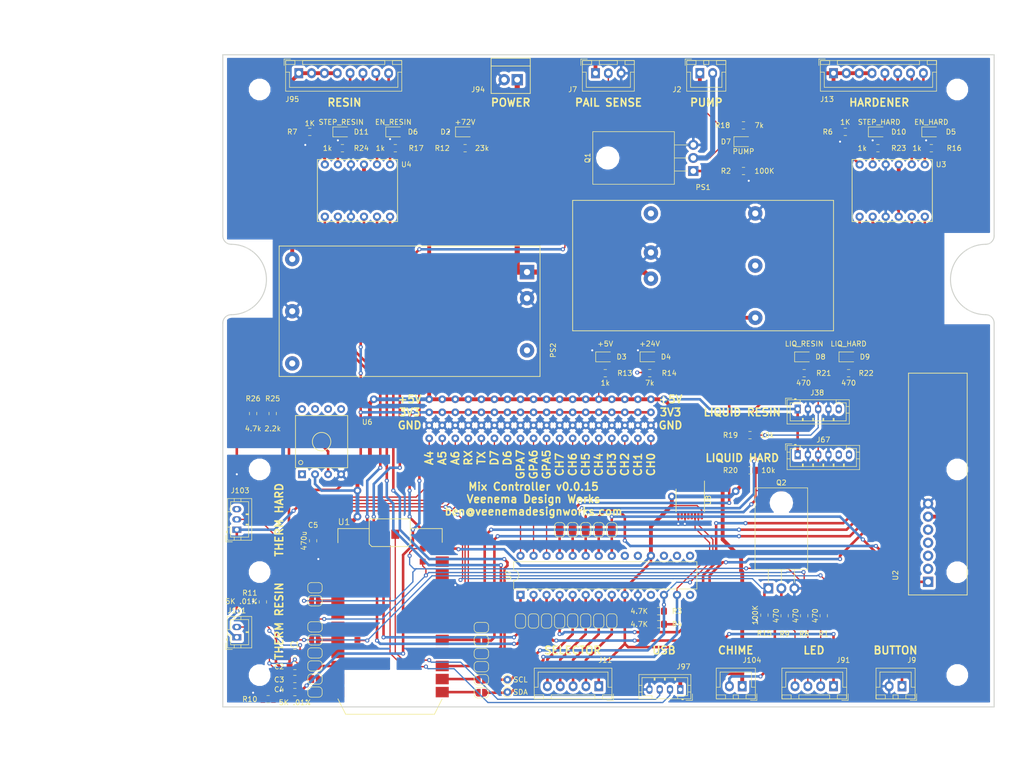
<source format=kicad_pcb>
(kicad_pcb (version 20171130) (host pcbnew "(5.0.0)")
  (layers (0 F.Cu signal) (31 B.Cu signal) (34 B.Paste user) (35 F.Paste user) (36 B.SilkS user) (37 F.SilkS user) (38 B.Mask user) (39 F.Mask user) (44 Edge.Cuts user))
  (net 0 "")
  (net 1 +24V)
  (net 2 +5V)
  (net 3 /PAIL_SNS)
  (net 4 GND)
  (net 5 /USER_BUTTON)
  (net 6 +3V3)
  (net 7 /ROTARY_1)
  (net 8 /ROTARY_2)
  (net 9 /ROTARY_3)
  (net 10 /ROTARY_4)
  (net 11 "Net-(J13-Pad8)")
  (net 12 "Net-(J13-Pad7)")
  (net 13 "Net-(J13-Pad6)")
  (net 14 "Net-(J13-Pad5)")
  (net 15 "Net-(J42-Pad1)")
  (net 16 "Net-(J44-Pad1)")
  (net 17 "Net-(J72-Pad1)")
  (net 18 "Net-(J73-Pad1)")
  (net 19 "Net-(J74-Pad1)")
  (net 20 "Net-(J75-Pad1)")
  (net 21 "Net-(J76-Pad1)")
  (net 22 "Net-(J77-Pad1)")
  (net 23 "Net-(J78-Pad1)")
  (net 24 "Net-(J79-Pad1)")
  (net 25 "Net-(J80-Pad1)")
  (net 26 "Net-(J81-Pad1)")
  (net 27 "Net-(J82-Pad1)")
  (net 28 "Net-(J83-Pad1)")
  (net 29 "Net-(J84-Pad1)")
  (net 30 "Net-(J91-Pad2)")
  (net 31 "Net-(J91-Pad3)")
  (net 32 +72V)
  (net 33 "Net-(J95-Pad5)")
  (net 34 "Net-(J95-Pad6)")
  (net 35 "Net-(J95-Pad7)")
  (net 36 "Net-(J95-Pad8)")
  (net 37 "/USB(+)")
  (net 38 "/USB(-)")
  (net 39 /STATUS_LED_B)
  (net 40 "Net-(JP1-Pad2)")
  (net 41 "Net-(JP2-Pad2)")
  (net 42 /STATUS_LED_G)
  (net 43 "Net-(JP3-Pad2)")
  (net 44 /STATUS_LED_R)
  (net 45 "Net-(JP4-Pad2)")
  (net 46 /PRESS_SNS)
  (net 47 "Net-(JP5-Pad2)")
  (net 48 "Net-(JP6-Pad2)")
  (net 49 /RESIN_ENABLE)
  (net 50 /RESIN_HLFB)
  (net 51 "Net-(JP7-Pad2)")
  (net 52 /HARDENER_ENABLE)
  (net 53 "Net-(JP8-Pad2)")
  (net 54 "Net-(JP9-Pad2)")
  (net 55 /HARDENER_HLFB)
  (net 56 "Net-(JP10-Pad2)")
  (net 57 "Net-(JP11-Pad2)")
  (net 58 "Net-(JP12-Pad2)")
  (net 59 "Net-(JP13-Pad2)")
  (net 60 /PUMP_EN)
  (net 61 "Net-(JP14-Pad2)")
  (net 62 "Net-(JP15-Pad2)")
  (net 63 /USER_REMOTE)
  (net 64 "Net-(JP16-Pad2)")
  (net 65 "Net-(JP17-Pad2)")
  (net 66 "Net-(JP18-Pad1)")
  (net 67 "Net-(JP19-Pad1)")
  (net 68 "Net-(JP20-Pad1)")
  (net 69 "Net-(JP21-Pad1)")
  (net 70 /SCL)
  (net 71 "Net-(JP22-Pad1)")
  (net 72 "Net-(JP23-Pad1)")
  (net 73 /SDA)
  (net 74 "Net-(U1-Pad25)")
  (net 75 "Net-(U1-Pad26)")
  (net 76 "Net-(U1-Pad22)")
  (net 77 "Net-(U1-Pad23)")
  (net 78 "Net-(U7-Pad15)")
  (net 79 "Net-(U7-Pad16)")
  (net 80 "Net-(U7-Pad17)")
  (net 81 "Net-(U7-Pad19)")
  (net 82 "Net-(U7-Pad20)")
  (net 83 "Net-(U8-Pad10)")
  (net 84 "Net-(U8-Pad12)")
  (net 85 "Net-(U8-Pad13)")
  (net 86 "Net-(PS1-Pad3)")
  (net 87 "Net-(PS2-Pad6)")
  (net 88 "Net-(PS2-Pad4)")
  (net 89 "Net-(U2-Pad2)")
  (net 90 "Net-(U2-Pad3)")
  (net 91 "Net-(U2-Pad4)")
  (net 92 "Net-(U2-Pad5)")
  (net 93 "Net-(U6-Pad1)")
  (net 94 "Net-(U6-Pad5)")
  (net 95 "Net-(U6-Pad6)")
  (net 96 "Net-(U6-Pad7)")
  (net 97 "Net-(U6-Pad8)")
  (net 98 /THERM_HARDENER)
  (net 99 "Net-(JP24-Pad2)")
  (net 100 "Net-(JP25-Pad2)")
  (net 101 /THERM_RESIN)
  (net 102 "Net-(U7-Pad11)")
  (net 103 "Net-(U7-Pad14)")
  (net 104 "Net-(J103-Pad3)")
  (net 105 "Net-(J91-Pad4)")
  (net 106 "Net-(D7-Pad1)")
  (net 107 /CHIME)
  (net 108 "Net-(J104-Pad2)")
  (net 109 /LIQUID_SNS_RESIN)
  (net 110 /HARDENER_INPUT_STEP)
  (net 111 /HARDENER_INPUT_DIR)
  (net 112 /RESIN_INPUT_STEP)
  (net 113 /RESIN_INPUT_DIR)
  (net 114 "Net-(JP26-Pad2)")
  (net 115 "Net-(JP27-Pad2)")
  (net 116 /LIQUID_SNS_HARDENER)
  (net 117 "Net-(D8-Pad1)")
  (net 118 "Net-(D9-Pad1)")
  (net 119 "Net-(D2-Pad2)")
  (net 120 "Net-(D3-Pad2)")
  (net 121 "Net-(D4-Pad2)")
  (net 122 "Net-(D5-Pad2)")
  (net 123 "Net-(D6-Pad2)")
  (net 124 "Net-(D7-Pad2)")
  (net 125 "Net-(D10-Pad2)")
  (net 126 "Net-(D11-Pad2)")
  (net 127 "Net-(J38-Pad5)")
  (net 128 "Net-(J67-Pad5)")
  (net 129 "Net-(J67-Pad6)")
  (net 130 "Net-(PS1-Pad5)")
  (net 131 "Net-(R25-Pad1)")
  (module VDW-Modules:RSDW20_H (layer F.Cu) (at 114.3 80.01 90)
    (fp_text reference PS2 (at -7.62 27.94 90) (layer F.SilkS))
    (fp_text value RSDW20H-05)
    (pad 3 thru_hole circle (at 10.16 -22.86 90) (size 2.8 2.8) (drill 1.2) (layers *.Cu *.Mask) (net 2 +5V))
    (pad 5 thru_hole circle (at 0 -22.86 90) (size 2.8 2.8) (drill 1.2) (layers *.Cu *.Mask) (net 4 GND))
    (pad 4 thru_hole circle (at -10.16 -22.86 90) (size 2.8 2.8) (drill 1.2) (layers *.Cu *.Mask) (net 88 "Net-(PS2-Pad4)"))
    (pad 6 thru_hole circle (at -7.62 22.86 90) (size 2.8 2.8) (drill 1.2) (layers *.Cu *.Mask) (net 87 "Net-(PS2-Pad6)"))
    (pad 2 thru_hole circle (at 2.54 22.86 90) (size 2.8 2.8) (drill 1.2) (layers *.Cu *.Mask) (net 4 GND))
    (pad 1 thru_hole rect (at 7.62 22.86 90) (size 2.8 2.8) (drill 1.2) (layers *.Cu *.Mask) (net 32 +72V))
  )
  (module VDW-Modules:HoneyWell_DIP_AN (layer F.Cu) (at 97.155 105.41)
    (fp_text reference U6 (at 8.89 -3.81) (layer F.SilkS))
    (fp_text value HSCDANN005PGAA5)
    (pad 8 thru_hole circle (at -3.81 -6.35) (size 1.524 1.524) (drill 0.762) (layers *.Cu *.Mask) (net 97 "Net-(U6-Pad8)"))
    (pad 7 thru_hole circle (at -1.27 -6.35) (size 1.524 1.524) (drill 0.762) (layers *.Cu *.Mask) (net 96 "Net-(U6-Pad7)"))
    (pad 6 thru_hole circle (at 1.27 -6.35) (size 1.524 1.524) (drill 0.762) (layers *.Cu *.Mask) (net 95 "Net-(U6-Pad6)"))
    (pad 5 thru_hole circle (at 3.81 -6.35) (size 1.524 1.524) (drill 0.762) (layers *.Cu *.Mask) (net 94 "Net-(U6-Pad5)"))
    (pad 4 thru_hole circle (at 3.81 6.35) (size 1.524 1.524) (drill 0.762) (layers *.Cu *.Mask) (net 4 GND))
    (pad 3 thru_hole circle (at 1.27 6.35) (size 1.524 1.524) (drill 0.762) (layers *.Cu *.Mask) (net 131 "Net-(R25-Pad1)"))
    (pad 2 thru_hole circle (at -1.27 6.35) (size 1.524 1.524) (drill 0.762) (layers *.Cu *.Mask) (net 2 +5V))
    (pad 1 thru_hole rect (at -3.81 6.35) (size 1.524 1.524) (drill 0.762) (layers *.Cu *.Mask) (net 93 "Net-(U6-Pad1)"))
  )
  (module Resistor_SMD:R_0805_2012Metric_Pad1.15x1.40mm_HandSolder (layer F.Cu) (at 85.725 136.6176 90)
    (fp_text reference R11 (at 1.7436 -2.54 180) (layer F.SilkS))
    (fp_text value "5K .01%" (at 0.0926 -4.191) (layer F.SilkS))
    (pad 2 smd roundrect (at 1.025 0 90) (size 1.15 1.4) (layers F.Cu F.Paste F.Mask) (roundrect_rratio 0.217391) (net 4 GND))
    (pad 1 smd roundrect (at -1.025 0 90) (size 1.15 1.4) (layers F.Cu F.Paste F.Mask) (roundrect_rratio 0.217391) (net 98 /THERM_HARDENER))
  )
  (module MountingHole:MountingHole_3.2mm_M3_ISO7380 (layer F.Cu) (at 220.9546 110.8202)
    (fp_text reference REF** hide)
    (fp_text value MountingHole_3.2mm_M3_ISO7380)
    (pad 1 np_thru_hole circle (at 0 0) (size 3.2 3.2) (drill 3.2) (layers *.Cu *.Mask))
  )
  (module MountingHole:MountingHole_3.2mm_M3_ISO7380 (layer F.Cu) (at 220.9546 130.8354)
    (fp_text reference REF** hide)
    (fp_text value MountingHole_3.2mm_M3_ISO7380 hide)
    (pad 1 np_thru_hole circle (at 0 0) (size 3.2 3.2) (drill 3.2) (layers *.Cu *.Mask))
  )
  (module MountingHole:MountingHole_3.2mm_M3_ISO7380 (layer F.Cu) (at 220.9546 150.8506)
    (fp_text reference REF** hide)
    (fp_text value MountingHole_3.2mm_M3_ISO7380 hide)
    (pad 1 np_thru_hole circle (at 0 0) (size 3.2 3.2) (drill 3.2) (layers *.Cu *.Mask))
  )
  (module MountingHole:MountingHole_3.2mm_M3_ISO7380 (layer F.Cu) (at 220.9546 36.83)
    (fp_text reference REF** hide)
    (fp_text value MountingHole_3.2mm_M3_ISO7380 hide)
    (pad 1 np_thru_hole circle (at 0 0) (size 3.2 3.2) (drill 3.2) (layers *.Cu *.Mask))
  )
  (module MountingHole:MountingHole_3.2mm_M3_ISO7380 (layer F.Cu) (at 85.09 36.83)
    (fp_text reference REF** hide)
    (fp_text value MountingHole_3.2mm_M3_ISO7380 hide)
    (pad 1 np_thru_hole circle (at 0 0) (size 3.2 3.2) (drill 3.2) (layers *.Cu *.Mask))
  )
  (module MountingHole:MountingHole_3.2mm_M3_ISO7380 (layer F.Cu) (at 85.09 110.8202)
    (fp_text reference REF** hide)
    (fp_text value MountingHole_3.2mm_M3_ISO7380 hide)
    (pad 1 np_thru_hole circle (at 0 0) (size 3.2 3.2) (drill 3.2) (layers *.Cu *.Mask))
  )
  (module MountingHole:MountingHole_3.2mm_M3_ISO7380 (layer F.Cu) (at 85.09 130.81)
    (fp_text reference REF** hide)
    (fp_text value MountingHole_3.2mm_M3_ISO7380 hide)
    (pad 1 np_thru_hole circle (at 0 0) (size 3.2 3.2) (drill 3.2) (layers *.Cu *.Mask))
  )
  (module MountingHole:MountingHole_3.2mm_M3_ISO7380 (layer F.Cu) (at 85.09 150.876)
    (fp_text reference REF** hide)
    (fp_text value MountingHole_3.2mm_M3_ISO7380 hide)
    (pad 1 np_thru_hole circle (at 0 0) (size 3.2 3.2) (drill 3.2) (layers *.Cu *.Mask))
  )
  (module Connector_JST:JST_PH_B4B-PH-K_1x04_P2.00mm_Vertical (layer F.Cu) (at 167.005 153.67 180)
    (fp_text reference J97 (at -0.635 4.445) (layer F.SilkS))
    (fp_text value "B4B-PH-K-S(LF)(SN)" hide)
    (pad 1 thru_hole rect (at 0 0 180) (size 1.2 1.75) (drill 0.75) (layers *.Cu *.Mask) (net 2 +5V))
    (pad 2 thru_hole oval (at 2 0 180) (size 1.2 1.75) (drill 0.75) (layers *.Cu *.Mask) (net 37 "/USB(+)"))
    (pad 3 thru_hole oval (at 4 0 180) (size 1.2 1.75) (drill 0.75) (layers *.Cu *.Mask) (net 38 "/USB(-)"))
    (pad 4 thru_hole oval (at 6 0 180) (size 1.2 1.75) (drill 0.75) (layers *.Cu *.Mask) (net 4 GND))
  )
  (module Connector_JST:JST_XH_B02B-XH-A_1x02_P2.50mm_Vertical (layer F.Cu) (at 170.815 33.655)
    (fp_text reference J2 (at -4.445 3.175) (layer F.SilkS))
    (fp_text value "B2B-XH-A(LF)(SN)")
    (pad 2 thru_hole oval (at 2.5 0) (size 1.7 2) (drill 1) (layers *.Cu *.Mask) (net 106 "Net-(D7-Pad1)"))
    (pad 1 thru_hole rect (at 0 0) (size 1.7 2) (drill 1) (layers *.Cu *.Mask) (net 1 +24V))
  )
  (module Connector_JST:JST_XH_B03B-XH-A_1x03_P2.50mm_Vertical (layer F.Cu) (at 150.495 33.655)
    (fp_text reference J7 (at -4.445 3.175) (layer F.SilkS))
    (fp_text value "B3B-XH-A(LF)(SN)")
    (pad 1 thru_hole rect (at 0 0) (size 1.7 1.95) (drill 0.95) (layers *.Cu *.Mask) (net 2 +5V))
    (pad 2 thru_hole oval (at 2.5 0) (size 1.7 1.95) (drill 0.95) (layers *.Cu *.Mask) (net 3 /PAIL_SNS))
    (pad 3 thru_hole oval (at 5 0) (size 1.7 1.95) (drill 0.95) (layers *.Cu *.Mask) (net 4 GND))
  )
  (module Connector_JST:JST_XH_B02B-XH-A_1x02_P2.50mm_Vertical (layer F.Cu) (at 210.185 153.035 180)
    (fp_text reference J9 (at -1.905 5.08 180) (layer F.SilkS))
    (fp_text value "B2B-XH-A(LF)(SN)")
    (pad 1 thru_hole rect (at 0 0 180) (size 1.7 2) (drill 1) (layers *.Cu *.Mask) (net 5 /USER_BUTTON))
    (pad 2 thru_hole oval (at 2.5 0 180) (size 1.7 2) (drill 1) (layers *.Cu *.Mask) (net 4 GND))
  )
  (module Connector_JST:JST_XH_B05B-XH-A_1x05_P2.50mm_Vertical (layer F.Cu) (at 151.13 153.035 180)
    (fp_text reference J11 (at -1.27 5.08 180) (layer F.SilkS))
    (fp_text value "B5B-XH-A(LF)(SN)" hide)
    (pad 1 thru_hole rect (at 0 0 180) (size 1.7 1.95) (drill 0.95) (layers *.Cu *.Mask) (net 6 +3V3))
    (pad 2 thru_hole oval (at 2.5 0 180) (size 1.7 1.95) (drill 0.95) (layers *.Cu *.Mask) (net 7 /ROTARY_1))
    (pad 3 thru_hole oval (at 5 0 180) (size 1.7 1.95) (drill 0.95) (layers *.Cu *.Mask) (net 8 /ROTARY_2))
    (pad 4 thru_hole oval (at 7.5 0 180) (size 1.7 1.95) (drill 0.95) (layers *.Cu *.Mask) (net 9 /ROTARY_3))
    (pad 5 thru_hole oval (at 10 0 180) (size 1.7 1.95) (drill 0.95) (layers *.Cu *.Mask) (net 10 /ROTARY_4))
  )
  (module Connector_JST:JST_XH_B08B-XH-A_1x08_P2.50mm_Vertical (layer F.Cu) (at 196.85 33.655)
    (fp_text reference J13 (at -1.27 5.08) (layer F.SilkS))
    (fp_text value "B8B-XH-A(LF)(SN)" hide)
    (pad 8 thru_hole oval (at 17.5 0) (size 1.7 1.95) (drill 0.95) (layers *.Cu *.Mask) (net 11 "Net-(J13-Pad8)"))
    (pad 7 thru_hole oval (at 15 0) (size 1.7 1.95) (drill 0.95) (layers *.Cu *.Mask) (net 12 "Net-(J13-Pad7)"))
    (pad 6 thru_hole oval (at 12.5 0) (size 1.7 1.95) (drill 0.95) (layers *.Cu *.Mask) (net 13 "Net-(J13-Pad6)"))
    (pad 5 thru_hole oval (at 10 0) (size 1.7 1.95) (drill 0.95) (layers *.Cu *.Mask) (net 14 "Net-(J13-Pad5)"))
    (pad 4 thru_hole oval (at 7.5 0) (size 1.7 1.95) (drill 0.95) (layers *.Cu *.Mask) (net 2 +5V))
    (pad 3 thru_hole oval (at 5 0) (size 1.7 1.95) (drill 0.95) (layers *.Cu *.Mask) (net 2 +5V))
    (pad 2 thru_hole oval (at 2.5 0) (size 1.7 1.95) (drill 0.95) (layers *.Cu *.Mask) (net 2 +5V))
    (pad 1 thru_hole rect (at 0 0) (size 1.7 1.95) (drill 0.95) (layers *.Cu *.Mask) (net 2 +5V))
  )
  (module Connector_JST:JST_XH_B04B-XH-A_1x04_P2.50mm_Vertical (layer F.Cu) (at 196.85 153.035 180)
    (fp_text reference J91 (at -1.905 5.08 180) (layer F.SilkS))
    (fp_text value "B4B-XH-A(LF)(SN)" hide)
    (pad 1 thru_hole rect (at 0 0 180) (size 1.7 1.95) (drill 0.95) (layers *.Cu *.Mask) (net 6 +3V3))
    (pad 2 thru_hole oval (at 2.5 0 180) (size 1.7 1.95) (drill 0.95) (layers *.Cu *.Mask) (net 30 "Net-(J91-Pad2)"))
    (pad 3 thru_hole oval (at 5 0 180) (size 1.7 1.95) (drill 0.95) (layers *.Cu *.Mask) (net 31 "Net-(J91-Pad3)"))
    (pad 4 thru_hole oval (at 7.5 0 180) (size 1.7 1.95) (drill 0.95) (layers *.Cu *.Mask) (net 105 "Net-(J91-Pad4)"))
  )
  (module Connector_JST:JST_XH_B08B-XH-A_1x08_P2.50mm_Vertical (layer F.Cu) (at 92.71 33.655)
    (fp_text reference J95 (at -1.27 5.08) (layer F.SilkS))
    (fp_text value "B8B-XH-A(LF)(SN)" hide)
    (pad 1 thru_hole rect (at 0 0) (size 1.7 1.95) (drill 0.95) (layers *.Cu *.Mask) (net 2 +5V))
    (pad 2 thru_hole oval (at 2.5 0) (size 1.7 1.95) (drill 0.95) (layers *.Cu *.Mask) (net 2 +5V))
    (pad 3 thru_hole oval (at 5 0) (size 1.7 1.95) (drill 0.95) (layers *.Cu *.Mask) (net 2 +5V))
    (pad 4 thru_hole oval (at 7.5 0) (size 1.7 1.95) (drill 0.95) (layers *.Cu *.Mask) (net 2 +5V))
    (pad 5 thru_hole oval (at 10 0) (size 1.7 1.95) (drill 0.95) (layers *.Cu *.Mask) (net 33 "Net-(J95-Pad5)"))
    (pad 6 thru_hole oval (at 12.5 0) (size 1.7 1.95) (drill 0.95) (layers *.Cu *.Mask) (net 34 "Net-(J95-Pad6)"))
    (pad 7 thru_hole oval (at 15 0) (size 1.7 1.95) (drill 0.95) (layers *.Cu *.Mask) (net 35 "Net-(J95-Pad7)"))
    (pad 8 thru_hole oval (at 17.5 0) (size 1.7 1.95) (drill 0.95) (layers *.Cu *.Mask) (net 36 "Net-(J95-Pad8)"))
  )
  (module Jumper:SolderJumper-2_P1.3mm_Open_RoundedPad1.0x1.5mm (layer F.Cu) (at 95.87 136.398)
    (fp_text reference JP1 hide)
    (fp_text value ~)
    (pad 1 smd custom (at -0.65 0) (size 1 0.5) (layers F.Cu F.Mask) (net 39 /STATUS_LED_B) (options (clearance outline) (anchor rect)) (primitives (gr_circle (center 0 0.25) (end 0.5 0.25) (width 0)) (gr_circle (center 0 -0.25) (end 0.5 -0.25) (width 0)) (gr_poly (pts (xy 0 -0.75) (xy 0.5 -0.75) (xy 0.5 0.75) (xy 0 0.75)) (width 0))))
    (pad 2 smd custom (at 0.65 0) (size 1 0.5) (layers F.Cu F.Mask) (net 40 "Net-(JP1-Pad2)") (options (clearance outline) (anchor rect)) (primitives (gr_circle (center 0 0.25) (end 0.5 0.25) (width 0)) (gr_circle (center 0 -0.25) (end 0.5 -0.25) (width 0)) (gr_poly (pts (xy 0 -0.75) (xy -0.5 -0.75) (xy -0.5 0.75) (xy 0 0.75)) (width 0))))
  )
  (module Jumper:SolderJumper-2_P1.3mm_Open_RoundedPad1.0x1.5mm (layer F.Cu) (at 95.87 141.478)
    (fp_text reference JP2 hide)
    (fp_text value ~)
    (pad 2 smd custom (at 0.65 0) (size 1 0.5) (layers F.Cu F.Mask) (net 41 "Net-(JP2-Pad2)") (options (clearance outline) (anchor rect)) (primitives (gr_circle (center 0 0.25) (end 0.5 0.25) (width 0)) (gr_circle (center 0 -0.25) (end 0.5 -0.25) (width 0)) (gr_poly (pts (xy 0 -0.75) (xy -0.5 -0.75) (xy -0.5 0.75) (xy 0 0.75)) (width 0))))
    (pad 1 smd custom (at -0.65 0) (size 1 0.5) (layers F.Cu F.Mask) (net 42 /STATUS_LED_G) (options (clearance outline) (anchor rect)) (primitives (gr_circle (center 0 0.25) (end 0.5 0.25) (width 0)) (gr_circle (center 0 -0.25) (end 0.5 -0.25) (width 0)) (gr_poly (pts (xy 0 -0.75) (xy 0.5 -0.75) (xy 0.5 0.75) (xy 0 0.75)) (width 0))))
  )
  (module Jumper:SolderJumper-2_P1.3mm_Open_RoundedPad1.0x1.5mm (layer F.Cu) (at 95.87 144.018)
    (fp_text reference JP3 hide)
    (fp_text value ~)
    (pad 2 smd custom (at 0.65 0) (size 1 0.5) (layers F.Cu F.Mask) (net 43 "Net-(JP3-Pad2)") (options (clearance outline) (anchor rect)) (primitives (gr_circle (center 0 0.25) (end 0.5 0.25) (width 0)) (gr_circle (center 0 -0.25) (end 0.5 -0.25) (width 0)) (gr_poly (pts (xy 0 -0.75) (xy -0.5 -0.75) (xy -0.5 0.75) (xy 0 0.75)) (width 0))))
    (pad 1 smd custom (at -0.65 0) (size 1 0.5) (layers F.Cu F.Mask) (net 44 /STATUS_LED_R) (options (clearance outline) (anchor rect)) (primitives (gr_circle (center 0 0.25) (end 0.5 0.25) (width 0)) (gr_circle (center 0 -0.25) (end 0.5 -0.25) (width 0)) (gr_poly (pts (xy 0 -0.75) (xy 0.5 -0.75) (xy 0.5 0.75) (xy 0 0.75)) (width 0))))
  )
  (module Jumper:SolderJumper-2_P1.3mm_Open_RoundedPad1.0x1.5mm (layer F.Cu) (at 95.87 151.638)
    (fp_text reference JP4 hide)
    (fp_text value ~)
    (pad 1 smd custom (at -0.65 0) (size 1 0.5) (layers F.Cu F.Mask) (net 46 /PRESS_SNS) (options (clearance outline) (anchor rect)) (primitives (gr_circle (center 0 0.25) (end 0.5 0.25) (width 0)) (gr_circle (center 0 -0.25) (end 0.5 -0.25) (width 0)) (gr_poly (pts (xy 0 -0.75) (xy 0.5 -0.75) (xy 0.5 0.75) (xy 0 0.75)) (width 0))))
    (pad 2 smd custom (at 0.65 0) (size 1 0.5) (layers F.Cu F.Mask) (net 45 "Net-(JP4-Pad2)") (options (clearance outline) (anchor rect)) (primitives (gr_circle (center 0 0.25) (end 0.5 0.25) (width 0)) (gr_circle (center 0 -0.25) (end 0.5 -0.25) (width 0)) (gr_poly (pts (xy 0 -0.75) (xy -0.5 -0.75) (xy -0.5 0.75) (xy 0 0.75)) (width 0))))
  )
  (module Jumper:SolderJumper-2_P1.3mm_Open_RoundedPad1.0x1.5mm (layer F.Cu) (at 95.87 154.178)
    (fp_text reference JP5 hide)
    (fp_text value ~)
    (pad 1 smd custom (at -0.65 0) (size 1 0.5) (layers F.Cu F.Mask) (net 3 /PAIL_SNS) (options (clearance outline) (anchor rect)) (primitives (gr_circle (center 0 0.25) (end 0.5 0.25) (width 0)) (gr_circle (center 0 -0.25) (end 0.5 -0.25) (width 0)) (gr_poly (pts (xy 0 -0.75) (xy 0.5 -0.75) (xy 0.5 0.75) (xy 0 0.75)) (width 0))))
    (pad 2 smd custom (at 0.65 0) (size 1 0.5) (layers F.Cu F.Mask) (net 47 "Net-(JP5-Pad2)") (options (clearance outline) (anchor rect)) (primitives (gr_circle (center 0 0.25) (end 0.5 0.25) (width 0)) (gr_circle (center 0 -0.25) (end 0.5 -0.25) (width 0)) (gr_poly (pts (xy 0 -0.75) (xy -0.5 -0.75) (xy -0.5 0.75) (xy 0 0.75)) (width 0))))
  )
  (module Jumper:SolderJumper-2_P1.3mm_Open_RoundedPad1.0x1.5mm (layer F.Cu) (at 135.89 140.335 90)
    (fp_text reference JP6 hide)
    (fp_text value ~)
    (pad 2 smd custom (at 0.65 0 90) (size 1 0.5) (layers F.Cu F.Mask) (net 48 "Net-(JP6-Pad2)") (options (clearance outline) (anchor rect)) (primitives (gr_circle (center 0 0.25) (end 0.5 0.25) (width 0)) (gr_circle (center 0 -0.25) (end 0.5 -0.25) (width 0)) (gr_poly (pts (xy 0 -0.75) (xy -0.5 -0.75) (xy -0.5 0.75) (xy 0 0.75)) (width 0))))
    (pad 1 smd custom (at -0.65 0 90) (size 1 0.5) (layers F.Cu F.Mask) (net 49 /RESIN_ENABLE) (options (clearance outline) (anchor rect)) (primitives (gr_circle (center 0 0.25) (end 0.5 0.25) (width 0)) (gr_circle (center 0 -0.25) (end 0.5 -0.25) (width 0)) (gr_poly (pts (xy 0 -0.75) (xy 0.5 -0.75) (xy 0.5 0.75) (xy 0 0.75)) (width 0))))
  )
  (module Jumper:SolderJumper-2_P1.3mm_Open_RoundedPad1.0x1.5mm (layer F.Cu) (at 138.43 140.335 90)
    (fp_text reference JP7 hide)
    (fp_text value ~)
    (pad 1 smd custom (at -0.65 0 90) (size 1 0.5) (layers F.Cu F.Mask) (net 50 /RESIN_HLFB) (options (clearance outline) (anchor rect)) (primitives (gr_circle (center 0 0.25) (end 0.5 0.25) (width 0)) (gr_circle (center 0 -0.25) (end 0.5 -0.25) (width 0)) (gr_poly (pts (xy 0 -0.75) (xy 0.5 -0.75) (xy 0.5 0.75) (xy 0 0.75)) (width 0))))
    (pad 2 smd custom (at 0.65 0 90) (size 1 0.5) (layers F.Cu F.Mask) (net 51 "Net-(JP7-Pad2)") (options (clearance outline) (anchor rect)) (primitives (gr_circle (center 0 0.25) (end 0.5 0.25) (width 0)) (gr_circle (center 0 -0.25) (end 0.5 -0.25) (width 0)) (gr_poly (pts (xy 0 -0.75) (xy -0.5 -0.75) (xy -0.5 0.75) (xy 0 0.75)) (width 0))))
  )
  (module Jumper:SolderJumper-2_P1.3mm_Open_RoundedPad1.0x1.5mm (layer F.Cu) (at 140.97 140.335 90)
    (fp_text reference JP8 hide)
    (fp_text value ~)
    (pad 1 smd custom (at -0.65 0 90) (size 1 0.5) (layers F.Cu F.Mask) (net 52 /HARDENER_ENABLE) (options (clearance outline) (anchor rect)) (primitives (gr_circle (center 0 0.25) (end 0.5 0.25) (width 0)) (gr_circle (center 0 -0.25) (end 0.5 -0.25) (width 0)) (gr_poly (pts (xy 0 -0.75) (xy 0.5 -0.75) (xy 0.5 0.75) (xy 0 0.75)) (width 0))))
    (pad 2 smd custom (at 0.65 0 90) (size 1 0.5) (layers F.Cu F.Mask) (net 53 "Net-(JP8-Pad2)") (options (clearance outline) (anchor rect)) (primitives (gr_circle (center 0 0.25) (end 0.5 0.25) (width 0)) (gr_circle (center 0 -0.25) (end 0.5 -0.25) (width 0)) (gr_poly (pts (xy 0 -0.75) (xy -0.5 -0.75) (xy -0.5 0.75) (xy 0 0.75)) (width 0))))
  )
  (module Jumper:SolderJumper-2_P1.3mm_Open_RoundedPad1.0x1.5mm (layer F.Cu) (at 143.51 140.335 90)
    (fp_text reference JP9 hide)
    (fp_text value ~)
    (pad 2 smd custom (at 0.65 0 90) (size 1 0.5) (layers F.Cu F.Mask) (net 54 "Net-(JP9-Pad2)") (options (clearance outline) (anchor rect)) (primitives (gr_circle (center 0 0.25) (end 0.5 0.25) (width 0)) (gr_circle (center 0 -0.25) (end 0.5 -0.25) (width 0)) (gr_poly (pts (xy 0 -0.75) (xy -0.5 -0.75) (xy -0.5 0.75) (xy 0 0.75)) (width 0))))
    (pad 1 smd custom (at -0.65 0 90) (size 1 0.5) (layers F.Cu F.Mask) (net 55 /HARDENER_HLFB) (options (clearance outline) (anchor rect)) (primitives (gr_circle (center 0 0.25) (end 0.5 0.25) (width 0)) (gr_circle (center 0 -0.25) (end 0.5 -0.25) (width 0)) (gr_poly (pts (xy 0 -0.75) (xy 0.5 -0.75) (xy 0.5 0.75) (xy 0 0.75)) (width 0))))
  )
  (module Jumper:SolderJumper-2_P1.3mm_Open_RoundedPad1.0x1.5mm (layer F.Cu) (at 146.05 140.335 90)
    (fp_text reference JP10 hide)
    (fp_text value ~)
    (pad 1 smd custom (at -0.65 0 90) (size 1 0.5) (layers F.Cu F.Mask) (net 10 /ROTARY_4) (options (clearance outline) (anchor rect)) (primitives (gr_circle (center 0 0.25) (end 0.5 0.25) (width 0)) (gr_circle (center 0 -0.25) (end 0.5 -0.25) (width 0)) (gr_poly (pts (xy 0 -0.75) (xy 0.5 -0.75) (xy 0.5 0.75) (xy 0 0.75)) (width 0))))
    (pad 2 smd custom (at 0.65 0 90) (size 1 0.5) (layers F.Cu F.Mask) (net 56 "Net-(JP10-Pad2)") (options (clearance outline) (anchor rect)) (primitives (gr_circle (center 0 0.25) (end 0.5 0.25) (width 0)) (gr_circle (center 0 -0.25) (end 0.5 -0.25) (width 0)) (gr_poly (pts (xy 0 -0.75) (xy -0.5 -0.75) (xy -0.5 0.75) (xy 0 0.75)) (width 0))))
  )
  (module Jumper:SolderJumper-2_P1.3mm_Open_RoundedPad1.0x1.5mm (layer F.Cu) (at 148.59 140.335 90)
    (fp_text reference JP11 hide)
    (fp_text value ~)
    (pad 2 smd custom (at 0.65 0 90) (size 1 0.5) (layers F.Cu F.Mask) (net 57 "Net-(JP11-Pad2)") (options (clearance outline) (anchor rect)) (primitives (gr_circle (center 0 0.25) (end 0.5 0.25) (width 0)) (gr_circle (center 0 -0.25) (end 0.5 -0.25) (width 0)) (gr_poly (pts (xy 0 -0.75) (xy -0.5 -0.75) (xy -0.5 0.75) (xy 0 0.75)) (width 0))))
    (pad 1 smd custom (at -0.65 0 90) (size 1 0.5) (layers F.Cu F.Mask) (net 9 /ROTARY_3) (options (clearance outline) (anchor rect)) (primitives (gr_circle (center 0 0.25) (end 0.5 0.25) (width 0)) (gr_circle (center 0 -0.25) (end 0.5 -0.25) (width 0)) (gr_poly (pts (xy 0 -0.75) (xy 0.5 -0.75) (xy 0.5 0.75) (xy 0 0.75)) (width 0))))
  )
  (module Jumper:SolderJumper-2_P1.3mm_Open_RoundedPad1.0x1.5mm (layer F.Cu) (at 151.13 140.335 90)
    (fp_text reference JP12 hide)
    (fp_text value ~)
    (pad 1 smd custom (at -0.65 0 90) (size 1 0.5) (layers F.Cu F.Mask) (net 8 /ROTARY_2) (options (clearance outline) (anchor rect)) (primitives (gr_circle (center 0 0.25) (end 0.5 0.25) (width 0)) (gr_circle (center 0 -0.25) (end 0.5 -0.25) (width 0)) (gr_poly (pts (xy 0 -0.75) (xy 0.5 -0.75) (xy 0.5 0.75) (xy 0 0.75)) (width 0))))
    (pad 2 smd custom (at 0.65 0 90) (size 1 0.5) (layers F.Cu F.Mask) (net 58 "Net-(JP12-Pad2)") (options (clearance outline) (anchor rect)) (primitives (gr_circle (center 0 0.25) (end 0.5 0.25) (width 0)) (gr_circle (center 0 -0.25) (end 0.5 -0.25) (width 0)) (gr_poly (pts (xy 0 -0.75) (xy -0.5 -0.75) (xy -0.5 0.75) (xy 0 0.75)) (width 0))))
  )
  (module Jumper:SolderJumper-2_P1.3mm_Open_RoundedPad1.0x1.5mm (layer F.Cu) (at 153.67 140.335 90)
    (fp_text reference JP13 hide)
    (fp_text value ~)
    (pad 2 smd custom (at 0.65 0 90) (size 1 0.5) (layers F.Cu F.Mask) (net 59 "Net-(JP13-Pad2)") (options (clearance outline) (anchor rect)) (primitives (gr_circle (center 0 0.25) (end 0.5 0.25) (width 0)) (gr_circle (center 0 -0.25) (end 0.5 -0.25) (width 0)) (gr_poly (pts (xy 0 -0.75) (xy -0.5 -0.75) (xy -0.5 0.75) (xy 0 0.75)) (width 0))))
    (pad 1 smd custom (at -0.65 0 90) (size 1 0.5) (layers F.Cu F.Mask) (net 7 /ROTARY_1) (options (clearance outline) (anchor rect)) (primitives (gr_circle (center 0 0.25) (end 0.5 0.25) (width 0)) (gr_circle (center 0 -0.25) (end 0.5 -0.25) (width 0)) (gr_poly (pts (xy 0 -0.75) (xy 0.5 -0.75) (xy 0.5 0.75) (xy 0 0.75)) (width 0))))
  )
  (module Jumper:SolderJumper-2_P1.3mm_Open_RoundedPad1.0x1.5mm (layer F.Cu) (at 153.67 122.555 270)
    (fp_text reference JP14 hide)
    (fp_text value ~)
    (pad 1 smd custom (at -0.65 0 270) (size 1 0.5) (layers F.Cu F.Mask) (net 5 /USER_BUTTON) (options (clearance outline) (anchor rect)) (primitives (gr_circle (center 0 0.25) (end 0.5 0.25) (width 0)) (gr_circle (center 0 -0.25) (end 0.5 -0.25) (width 0)) (gr_poly (pts (xy 0 -0.75) (xy 0.5 -0.75) (xy 0.5 0.75) (xy 0 0.75)) (width 0))))
    (pad 2 smd custom (at 0.65 0 270) (size 1 0.5) (layers F.Cu F.Mask) (net 61 "Net-(JP14-Pad2)") (options (clearance outline) (anchor rect)) (primitives (gr_circle (center 0 0.25) (end 0.5 0.25) (width 0)) (gr_circle (center 0 -0.25) (end 0.5 -0.25) (width 0)) (gr_poly (pts (xy 0 -0.75) (xy -0.5 -0.75) (xy -0.5 0.75) (xy 0 0.75)) (width 0))))
  )
  (module Jumper:SolderJumper-2_P1.3mm_Open_RoundedPad1.0x1.5mm (layer F.Cu) (at 151.13 122.555 270)
    (fp_text reference JP15 hide)
    (fp_text value ~)
    (pad 2 smd custom (at 0.65 0 270) (size 1 0.5) (layers F.Cu F.Mask) (net 62 "Net-(JP15-Pad2)") (options (clearance outline) (anchor rect)) (primitives (gr_circle (center 0 0.25) (end 0.5 0.25) (width 0)) (gr_circle (center 0 -0.25) (end 0.5 -0.25) (width 0)) (gr_poly (pts (xy 0 -0.75) (xy -0.5 -0.75) (xy -0.5 0.75) (xy 0 0.75)) (width 0))))
    (pad 1 smd custom (at -0.65 0 270) (size 1 0.5) (layers F.Cu F.Mask) (net 63 /USER_REMOTE) (options (clearance outline) (anchor rect)) (primitives (gr_circle (center 0 0.25) (end 0.5 0.25) (width 0)) (gr_circle (center 0 -0.25) (end 0.5 -0.25) (width 0)) (gr_poly (pts (xy 0 -0.75) (xy 0.5 -0.75) (xy 0.5 0.75) (xy 0 0.75)) (width 0))))
  )
  (module Jumper:SolderJumper-2_P1.3mm_Open_RoundedPad1.0x1.5mm (layer F.Cu) (at 148.59 122.555 270)
    (fp_text reference JP16 hide)
    (fp_text value ~)
    (pad 1 smd custom (at -0.65 0 270) (size 1 0.5) (layers F.Cu F.Mask) (net 116 /LIQUID_SNS_HARDENER) (options (clearance outline) (anchor rect)) (primitives (gr_circle (center 0 0.25) (end 0.5 0.25) (width 0)) (gr_circle (center 0 -0.25) (end 0.5 -0.25) (width 0)) (gr_poly (pts (xy 0 -0.75) (xy 0.5 -0.75) (xy 0.5 0.75) (xy 0 0.75)) (width 0))))
    (pad 2 smd custom (at 0.65 0 270) (size 1 0.5) (layers F.Cu F.Mask) (net 64 "Net-(JP16-Pad2)") (options (clearance outline) (anchor rect)) (primitives (gr_circle (center 0 0.25) (end 0.5 0.25) (width 0)) (gr_circle (center 0 -0.25) (end 0.5 -0.25) (width 0)) (gr_poly (pts (xy 0 -0.75) (xy -0.5 -0.75) (xy -0.5 0.75) (xy 0 0.75)) (width 0))))
  )
  (module Jumper:SolderJumper-2_P1.3mm_Open_RoundedPad1.0x1.5mm (layer F.Cu) (at 146.05 122.555 270)
    (fp_text reference JP17 hide)
    (fp_text value ~)
    (pad 2 smd custom (at 0.65 0 270) (size 1 0.5) (layers F.Cu F.Mask) (net 65 "Net-(JP17-Pad2)") (options (clearance outline) (anchor rect)) (primitives (gr_circle (center 0 0.25) (end 0.5 0.25) (width 0)) (gr_circle (center 0 -0.25) (end 0.5 -0.25) (width 0)) (gr_poly (pts (xy 0 -0.75) (xy -0.5 -0.75) (xy -0.5 0.75) (xy 0 0.75)) (width 0))))
    (pad 1 smd custom (at -0.65 0 270) (size 1 0.5) (layers F.Cu F.Mask) (net 109 /LIQUID_SNS_RESIN) (options (clearance outline) (anchor rect)) (primitives (gr_circle (center 0 0.25) (end 0.5 0.25) (width 0)) (gr_circle (center 0 -0.25) (end 0.5 -0.25) (width 0)) (gr_poly (pts (xy 0 -0.75) (xy 0.5 -0.75) (xy 0.5 0.75) (xy 0 0.75)) (width 0))))
  )
  (module Jumper:SolderJumper-2_P1.3mm_Open_RoundedPad1.0x1.5mm (layer F.Cu) (at 128.27 141.605)
    (fp_text reference JP18 hide)
    (fp_text value ~)
    (pad 1 smd custom (at -0.65 0) (size 1 0.5) (layers F.Cu F.Mask) (net 66 "Net-(JP18-Pad1)") (options (clearance outline) (anchor rect)) (primitives (gr_circle (center 0 0.25) (end 0.5 0.25) (width 0)) (gr_circle (center 0 -0.25) (end 0.5 -0.25) (width 0)) (gr_poly (pts (xy 0 -0.75) (xy 0.5 -0.75) (xy 0.5 0.75) (xy 0 0.75)) (width 0))))
    (pad 2 smd custom (at 0.65 0) (size 1 0.5) (layers F.Cu F.Mask) (net 110 /HARDENER_INPUT_STEP) (options (clearance outline) (anchor rect)) (primitives (gr_circle (center 0 0.25) (end 0.5 0.25) (width 0)) (gr_circle (center 0 -0.25) (end 0.5 -0.25) (width 0)) (gr_poly (pts (xy 0 -0.75) (xy -0.5 -0.75) (xy -0.5 0.75) (xy 0 0.75)) (width 0))))
  )
  (module Jumper:SolderJumper-2_P1.3mm_Open_RoundedPad1.0x1.5mm (layer F.Cu) (at 128.27 144.145)
    (fp_text reference JP19 hide)
    (fp_text value ~)
    (pad 2 smd custom (at 0.65 0) (size 1 0.5) (layers F.Cu F.Mask) (net 111 /HARDENER_INPUT_DIR) (options (clearance outline) (anchor rect)) (primitives (gr_circle (center 0 0.25) (end 0.5 0.25) (width 0)) (gr_circle (center 0 -0.25) (end 0.5 -0.25) (width 0)) (gr_poly (pts (xy 0 -0.75) (xy -0.5 -0.75) (xy -0.5 0.75) (xy 0 0.75)) (width 0))))
    (pad 1 smd custom (at -0.65 0) (size 1 0.5) (layers F.Cu F.Mask) (net 67 "Net-(JP19-Pad1)") (options (clearance outline) (anchor rect)) (primitives (gr_circle (center 0 0.25) (end 0.5 0.25) (width 0)) (gr_circle (center 0 -0.25) (end 0.5 -0.25) (width 0)) (gr_poly (pts (xy 0 -0.75) (xy 0.5 -0.75) (xy 0.5 0.75) (xy 0 0.75)) (width 0))))
  )
  (module Jumper:SolderJumper-2_P1.3mm_Open_RoundedPad1.0x1.5mm (layer F.Cu) (at 128.27 146.685)
    (fp_text reference JP20 hide)
    (fp_text value ~)
    (pad 1 smd custom (at -0.65 0) (size 1 0.5) (layers F.Cu F.Mask) (net 68 "Net-(JP20-Pad1)") (options (clearance outline) (anchor rect)) (primitives (gr_circle (center 0 0.25) (end 0.5 0.25) (width 0)) (gr_circle (center 0 -0.25) (end 0.5 -0.25) (width 0)) (gr_poly (pts (xy 0 -0.75) (xy 0.5 -0.75) (xy 0.5 0.75) (xy 0 0.75)) (width 0))))
    (pad 2 smd custom (at 0.65 0) (size 1 0.5) (layers F.Cu F.Mask) (net 112 /RESIN_INPUT_STEP) (options (clearance outline) (anchor rect)) (primitives (gr_circle (center 0 0.25) (end 0.5 0.25) (width 0)) (gr_circle (center 0 -0.25) (end 0.5 -0.25) (width 0)) (gr_poly (pts (xy 0 -0.75) (xy -0.5 -0.75) (xy -0.5 0.75) (xy 0 0.75)) (width 0))))
  )
  (module Jumper:SolderJumper-2_P1.3mm_Open_RoundedPad1.0x1.5mm (layer F.Cu) (at 128.27 149.225)
    (fp_text reference JP21 hide)
    (fp_text value ~)
    (pad 2 smd custom (at 0.65 0) (size 1 0.5) (layers F.Cu F.Mask) (net 113 /RESIN_INPUT_DIR) (options (clearance outline) (anchor rect)) (primitives (gr_circle (center 0 0.25) (end 0.5 0.25) (width 0)) (gr_circle (center 0 -0.25) (end 0.5 -0.25) (width 0)) (gr_poly (pts (xy 0 -0.75) (xy -0.5 -0.75) (xy -0.5 0.75) (xy 0 0.75)) (width 0))))
    (pad 1 smd custom (at -0.65 0) (size 1 0.5) (layers F.Cu F.Mask) (net 69 "Net-(JP21-Pad1)") (options (clearance outline) (anchor rect)) (primitives (gr_circle (center 0 0.25) (end 0.5 0.25) (width 0)) (gr_circle (center 0 -0.25) (end 0.5 -0.25) (width 0)) (gr_poly (pts (xy 0 -0.75) (xy 0.5 -0.75) (xy 0.5 0.75) (xy 0 0.75)) (width 0))))
  )
  (module Jumper:SolderJumper-2_P1.3mm_Open_RoundedPad1.0x1.5mm (layer F.Cu) (at 128.27 151.765)
    (fp_text reference JP22 hide)
    (fp_text value ~)
    (pad 2 smd custom (at 0.65 0) (size 1 0.5) (layers F.Cu F.Mask) (net 70 /SCL) (options (clearance outline) (anchor rect)) (primitives (gr_circle (center 0 0.25) (end 0.5 0.25) (width 0)) (gr_circle (center 0 -0.25) (end 0.5 -0.25) (width 0)) (gr_poly (pts (xy 0 -0.75) (xy -0.5 -0.75) (xy -0.5 0.75) (xy 0 0.75)) (width 0))))
    (pad 1 smd custom (at -0.65 0) (size 1 0.5) (layers F.Cu F.Mask) (net 71 "Net-(JP22-Pad1)") (options (clearance outline) (anchor rect)) (primitives (gr_circle (center 0 0.25) (end 0.5 0.25) (width 0)) (gr_circle (center 0 -0.25) (end 0.5 -0.25) (width 0)) (gr_poly (pts (xy 0 -0.75) (xy 0.5 -0.75) (xy 0.5 0.75) (xy 0 0.75)) (width 0))))
  )
  (module Jumper:SolderJumper-2_P1.3mm_Open_RoundedPad1.0x1.5mm (layer F.Cu) (at 128.27 154.305)
    (fp_text reference JP23 hide)
    (fp_text value ~)
    (pad 1 smd custom (at -0.65 0) (size 1 0.5) (layers F.Cu F.Mask) (net 72 "Net-(JP23-Pad1)") (options (clearance outline) (anchor rect)) (primitives (gr_circle (center 0 0.25) (end 0.5 0.25) (width 0)) (gr_circle (center 0 -0.25) (end 0.5 -0.25) (width 0)) (gr_poly (pts (xy 0 -0.75) (xy 0.5 -0.75) (xy 0.5 0.75) (xy 0 0.75)) (width 0))))
    (pad 2 smd custom (at 0.65 0) (size 1 0.5) (layers F.Cu F.Mask) (net 73 /SDA) (options (clearance outline) (anchor rect)) (primitives (gr_circle (center 0 0.25) (end 0.5 0.25) (width 0)) (gr_circle (center 0 -0.25) (end 0.5 -0.25) (width 0)) (gr_poly (pts (xy 0 -0.75) (xy -0.5 -0.75) (xy -0.5 0.75) (xy 0 0.75)) (width 0))))
  )
  (module Package_TO_SOT_THT:TO-220-3_Horizontal_TabDown (layer F.Cu) (at 169.545 52.705 90)
    (fp_text reference Q1 (at 2.54 -20.58 90) (layer F.SilkS))
    (fp_text value Q_NMOS_GDS)
    (pad "" np_thru_hole oval (at 2.54 -16.66 90) (size 3.5 3.5) (drill 3.5) (layers *.Cu *.Mask))
    (pad 1 thru_hole rect (at 0 0 90) (size 1.905 2) (drill 1.1) (layers *.Cu *.Mask) (net 60 /PUMP_EN))
    (pad 2 thru_hole oval (at 2.54 0 90) (size 1.905 2) (drill 1.1) (layers *.Cu *.Mask) (net 106 "Net-(D7-Pad1)"))
    (pad 3 thru_hole oval (at 5.08 0 90) (size 1.905 2) (drill 1.1) (layers *.Cu *.Mask) (net 4 GND))
  )
  (module Local:ConnectorPoint_THT_D1.5mm_Drill-0.7mm (layer F.Cu) (at 128.27 97.155 270)
    (fp_text reference J15)
    (fp_text value ~)
    (pad 1 thru_hole circle (at 0 0 270) (size 1.5 1.5) (drill 0.7) (layers *.Cu *.Mask) (net 2 +5V))
  )
  (module Local:ConnectorPoint_THT_D1.5mm_Drill-0.7mm (layer F.Cu) (at 125.73 97.155 270)
    (fp_text reference J16)
    (fp_text value ~)
    (pad 1 thru_hole circle (at 0 0 270) (size 1.5 1.5) (drill 0.7) (layers *.Cu *.Mask) (net 2 +5V))
  )
  (module Local:ConnectorPoint_THT_D1.5mm_Drill-0.7mm (layer F.Cu) (at 123.19 97.155 270)
    (fp_text reference J17)
    (fp_text value ~)
    (pad 1 thru_hole circle (at 0 0 270) (size 1.5 1.5) (drill 0.7) (layers *.Cu *.Mask) (net 2 +5V))
  )
  (module Local:ConnectorPoint_THT_D1.5mm_Drill-0.7mm (layer F.Cu) (at 120.65 97.155 270)
    (fp_text reference J18)
    (fp_text value ~)
    (pad 1 thru_hole circle (at 0 0 270) (size 1.5 1.5) (drill 0.7) (layers *.Cu *.Mask) (net 2 +5V))
  )
  (module Local:ConnectorPoint_THT_D1.5mm_Drill-0.7mm (layer F.Cu) (at 118.11 97.155 270)
    (fp_text reference J19)
    (fp_text value ~)
    (pad 1 thru_hole circle (at 0 0 270) (size 1.5 1.5) (drill 0.7) (layers *.Cu *.Mask) (net 2 +5V))
  )
  (module Local:ConnectorPoint_THT_D1.5mm_Drill-0.7mm (layer F.Cu) (at 128.27 99.695 270)
    (fp_text reference J20)
    (fp_text value ~)
    (pad 1 thru_hole circle (at 0 0 270) (size 1.5 1.5) (drill 0.7) (layers *.Cu *.Mask) (net 6 +3V3))
  )
  (module Local:ConnectorPoint_THT_D1.5mm_Drill-0.7mm (layer F.Cu) (at 125.73 99.695 270)
    (fp_text reference J21)
    (fp_text value ~)
    (pad 1 thru_hole circle (at 0 0 270) (size 1.5 1.5) (drill 0.7) (layers *.Cu *.Mask) (net 6 +3V3))
  )
  (module Local:ConnectorPoint_THT_D1.5mm_Drill-0.7mm (layer F.Cu) (at 123.19 99.695 270)
    (fp_text reference J22)
    (fp_text value ~)
    (pad 1 thru_hole circle (at 0 0 270) (size 1.5 1.5) (drill 0.7) (layers *.Cu *.Mask) (net 6 +3V3))
  )
  (module Local:ConnectorPoint_THT_D1.5mm_Drill-0.7mm (layer F.Cu) (at 120.65 99.695 270)
    (fp_text reference J23)
    (fp_text value ~)
    (pad 1 thru_hole circle (at 0 0 270) (size 1.5 1.5) (drill 0.7) (layers *.Cu *.Mask) (net 6 +3V3))
  )
  (module Local:ConnectorPoint_THT_D1.5mm_Drill-0.7mm (layer F.Cu) (at 118.11 99.695 270)
    (fp_text reference J24)
    (fp_text value ~)
    (pad 1 thru_hole circle (at 0 0 270) (size 1.5 1.5) (drill 0.7) (layers *.Cu *.Mask) (net 6 +3V3))
  )
  (module Local:ConnectorPoint_THT_D1.5mm_Drill-0.7mm (layer F.Cu) (at 128.27 102.235 270)
    (fp_text reference J25)
    (fp_text value ~)
    (pad 1 thru_hole circle (at 0 0 270) (size 1.5 1.5) (drill 0.7) (layers *.Cu *.Mask) (net 4 GND))
  )
  (module Local:ConnectorPoint_THT_D1.5mm_Drill-0.7mm (layer F.Cu) (at 125.73 102.235 270)
    (fp_text reference J26)
    (fp_text value ~)
    (pad 1 thru_hole circle (at 0 0 270) (size 1.5 1.5) (drill 0.7) (layers *.Cu *.Mask) (net 4 GND))
  )
  (module Local:ConnectorPoint_THT_D1.5mm_Drill-0.7mm (layer F.Cu) (at 123.19 102.235 270)
    (fp_text reference J27)
    (fp_text value ~)
    (pad 1 thru_hole circle (at 0 0 270) (size 1.5 1.5) (drill 0.7) (layers *.Cu *.Mask) (net 4 GND))
  )
  (module Local:ConnectorPoint_THT_D1.5mm_Drill-0.7mm (layer F.Cu) (at 120.65 102.235 270)
    (fp_text reference J28)
    (fp_text value ~)
    (pad 1 thru_hole circle (at 0 0 270) (size 1.5 1.5) (drill 0.7) (layers *.Cu *.Mask) (net 4 GND))
  )
  (module Local:ConnectorPoint_THT_D1.5mm_Drill-0.7mm (layer F.Cu) (at 118.11 102.235 270)
    (fp_text reference J29)
    (fp_text value ~)
    (pad 1 thru_hole circle (at 0 0 270) (size 1.5 1.5) (drill 0.7) (layers *.Cu *.Mask) (net 4 GND))
  )
  (module Local:ConnectorPoint_THT_D1.5mm_Drill-0.7mm (layer F.Cu) (at 161.29 97.155 90)
    (fp_text reference J30)
    (fp_text value ~)
    (pad 1 thru_hole circle (at 0 0 90) (size 1.5 1.5) (drill 0.7) (layers *.Cu *.Mask) (net 2 +5V))
  )
  (module Local:ConnectorPoint_THT_D1.5mm_Drill-0.7mm (layer F.Cu) (at 158.75 97.155 90)
    (fp_text reference J31)
    (fp_text value ~)
    (pad 1 thru_hole circle (at 0 0 90) (size 1.5 1.5) (drill 0.7) (layers *.Cu *.Mask) (net 2 +5V))
  )
  (module Local:ConnectorPoint_THT_D1.5mm_Drill-0.7mm (layer F.Cu) (at 156.21 97.155 90)
    (fp_text reference J32)
    (fp_text value ~)
    (pad 1 thru_hole circle (at 0 0 90) (size 1.5 1.5) (drill 0.7) (layers *.Cu *.Mask) (net 2 +5V))
  )
  (module Local:ConnectorPoint_THT_D1.5mm_Drill-0.7mm (layer F.Cu) (at 153.67 97.155 90)
    (fp_text reference J33)
    (fp_text value ~)
    (pad 1 thru_hole circle (at 0 0 90) (size 1.5 1.5) (drill 0.7) (layers *.Cu *.Mask) (net 2 +5V))
  )
  (module Local:ConnectorPoint_THT_D1.5mm_Drill-0.7mm (layer F.Cu) (at 151.13 97.155 90)
    (fp_text reference J34)
    (fp_text value ~)
    (pad 1 thru_hole circle (at 0 0 90) (size 1.5 1.5) (drill 0.7) (layers *.Cu *.Mask) (net 2 +5V))
  )
  (module Local:ConnectorPoint_THT_D1.5mm_Drill-0.7mm (layer F.Cu) (at 148.59 97.155 90)
    (fp_text reference J35)
    (fp_text value ~)
    (pad 1 thru_hole circle (at 0 0 90) (size 1.5 1.5) (drill 0.7) (layers *.Cu *.Mask) (net 2 +5V))
  )
  (module Local:ConnectorPoint_THT_D1.5mm_Drill-0.7mm (layer F.Cu) (at 146.05 97.155 90)
    (fp_text reference J36)
    (fp_text value ~)
    (pad 1 thru_hole circle (at 0 0 90) (size 1.5 1.5) (drill 0.7) (layers *.Cu *.Mask) (net 2 +5V))
  )
  (module Local:ConnectorPoint_THT_D1.5mm_Drill-0.7mm (layer F.Cu) (at 143.51 97.155 90)
    (fp_text reference J37)
    (fp_text value ~)
    (pad 1 thru_hole circle (at 0 0 90) (size 1.5 1.5) (drill 0.7) (layers *.Cu *.Mask) (net 2 +5V))
  )
  (module Local:ConnectorPoint_THT_D1.5mm_Drill-0.7mm (layer F.Cu) (at 140.97 97.155 90)
    (fp_text reference J39)
    (fp_text value ~)
    (pad 1 thru_hole circle (at 0 0 90) (size 1.5 1.5) (drill 0.7) (layers *.Cu *.Mask) (net 2 +5V))
  )
  (module Local:ConnectorPoint_THT_D1.5mm_Drill-0.7mm (layer F.Cu) (at 138.43 97.155 90)
    (fp_text reference J40)
    (fp_text value ~)
    (pad 1 thru_hole circle (at 0 0 90) (size 1.5 1.5) (drill 0.7) (layers *.Cu *.Mask) (net 2 +5V))
  )
  (module Local:ConnectorPoint_THT_D1.5mm_Drill-0.7mm (layer F.Cu) (at 135.89 97.155 90)
    (fp_text reference J41)
    (fp_text value ~)
    (pad 1 thru_hole circle (at 0 0 90) (size 1.5 1.5) (drill 0.7) (layers *.Cu *.Mask) (net 2 +5V))
  )
  (module Local:ConnectorPoint_THT_D1.5mm_Drill-0.7mm (layer F.Cu) (at 128.27 104.775 270)
    (fp_text reference J42)
    (fp_text value ~)
    (pad 1 thru_hole circle (at 0 0 270) (size 1.5 1.5) (drill 0.7) (layers *.Cu *.Mask) (net 15 "Net-(J42-Pad1)"))
  )
  (module Local:ConnectorPoint_THT_D1.5mm_Drill-0.7mm (layer F.Cu) (at 125.73 104.775 270)
    (fp_text reference J43)
    (fp_text value ~)
    (pad 1 thru_hole circle (at 0 0 270) (size 1.5 1.5) (drill 0.7) (layers *.Cu *.Mask) (net 107 /CHIME))
  )
  (module Local:ConnectorPoint_THT_D1.5mm_Drill-0.7mm (layer F.Cu) (at 123.19 104.775 270)
    (fp_text reference J44)
    (fp_text value ~)
    (pad 1 thru_hole circle (at 0 0 270) (size 1.5 1.5) (drill 0.7) (layers *.Cu *.Mask) (net 16 "Net-(J44-Pad1)"))
  )
  (module Local:ConnectorPoint_THT_D1.5mm_Drill-0.7mm (layer F.Cu) (at 120.65 104.775 270)
    (fp_text reference J45)
    (fp_text value ~)
    (pad 1 thru_hole circle (at 0 0 270) (size 1.5 1.5) (drill 0.7) (layers *.Cu *.Mask) (net 42 /STATUS_LED_G))
  )
  (module Local:ConnectorPoint_THT_D1.5mm_Drill-0.7mm (layer F.Cu) (at 118.11 104.775 270)
    (fp_text reference J46)
    (fp_text value ~)
    (pad 1 thru_hole circle (at 0 0 270) (size 1.5 1.5) (drill 0.7) (layers *.Cu *.Mask) (net 44 /STATUS_LED_R))
  )
  (module Local:ConnectorPoint_THT_D1.5mm_Drill-0.7mm (layer F.Cu) (at 161.29 99.695 90)
    (fp_text reference J47)
    (fp_text value ~)
    (pad 1 thru_hole circle (at 0 0 90) (size 1.5 1.5) (drill 0.7) (layers *.Cu *.Mask) (net 6 +3V3))
  )
  (module Local:ConnectorPoint_THT_D1.5mm_Drill-0.7mm (layer F.Cu) (at 158.75 99.695 90)
    (fp_text reference J48)
    (fp_text value ~)
    (pad 1 thru_hole circle (at 0 0 90) (size 1.5 1.5) (drill 0.7) (layers *.Cu *.Mask) (net 6 +3V3))
  )
  (module Local:ConnectorPoint_THT_D1.5mm_Drill-0.7mm (layer F.Cu) (at 156.21 99.695 90)
    (fp_text reference J49)
    (fp_text value ~)
    (pad 1 thru_hole circle (at 0 0 90) (size 1.5 1.5) (drill 0.7) (layers *.Cu *.Mask) (net 6 +3V3))
  )
  (module Local:ConnectorPoint_THT_D1.5mm_Drill-0.7mm (layer F.Cu) (at 153.67 99.695 90)
    (fp_text reference J50)
    (fp_text value ~)
    (pad 1 thru_hole circle (at 0 0 90) (size 1.5 1.5) (drill 0.7) (layers *.Cu *.Mask) (net 6 +3V3))
  )
  (module Local:ConnectorPoint_THT_D1.5mm_Drill-0.7mm (layer F.Cu) (at 151.13 99.695 90)
    (fp_text reference J51)
    (fp_text value ~)
    (pad 1 thru_hole circle (at 0 0 90) (size 1.5 1.5) (drill 0.7) (layers *.Cu *.Mask) (net 6 +3V3))
  )
  (module Local:ConnectorPoint_THT_D1.5mm_Drill-0.7mm (layer F.Cu) (at 148.59 99.695 90)
    (fp_text reference J52)
    (fp_text value ~)
    (pad 1 thru_hole circle (at 0 0 90) (size 1.5 1.5) (drill 0.7) (layers *.Cu *.Mask) (net 6 +3V3))
  )
  (module Local:ConnectorPoint_THT_D1.5mm_Drill-0.7mm (layer F.Cu) (at 146.05 99.695 90)
    (fp_text reference J53)
    (fp_text value ~)
    (pad 1 thru_hole circle (at 0 0 90) (size 1.5 1.5) (drill 0.7) (layers *.Cu *.Mask) (net 6 +3V3))
  )
  (module Local:ConnectorPoint_THT_D1.5mm_Drill-0.7mm (layer F.Cu) (at 143.51 99.695 90)
    (fp_text reference J54)
    (fp_text value ~)
    (pad 1 thru_hole circle (at 0 0 90) (size 1.5 1.5) (drill 0.7) (layers *.Cu *.Mask) (net 6 +3V3))
  )
  (module Local:ConnectorPoint_THT_D1.5mm_Drill-0.7mm (layer F.Cu) (at 140.97 99.695 90)
    (fp_text reference J56)
    (fp_text value ~)
    (pad 1 thru_hole circle (at 0 0 90) (size 1.5 1.5) (drill 0.7) (layers *.Cu *.Mask) (net 6 +3V3))
  )
  (module Local:ConnectorPoint_THT_D1.5mm_Drill-0.7mm (layer F.Cu) (at 138.43 99.695 90)
    (fp_text reference J57)
    (fp_text value ~)
    (pad 1 thru_hole circle (at 0 0 90) (size 1.5 1.5) (drill 0.7) (layers *.Cu *.Mask) (net 6 +3V3))
  )
  (module Local:ConnectorPoint_THT_D1.5mm_Drill-0.7mm (layer F.Cu) (at 135.89 99.695 90)
    (fp_text reference J58)
    (fp_text value ~)
    (pad 1 thru_hole circle (at 0 0 90) (size 1.5 1.5) (drill 0.7) (layers *.Cu *.Mask) (net 6 +3V3))
  )
  (module Local:ConnectorPoint_THT_D1.5mm_Drill-0.7mm (layer F.Cu) (at 161.29 102.235 90)
    (fp_text reference J59)
    (fp_text value ~)
    (pad 1 thru_hole circle (at 0 0 90) (size 1.5 1.5) (drill 0.7) (layers *.Cu *.Mask) (net 4 GND))
  )
  (module Local:ConnectorPoint_THT_D1.5mm_Drill-0.7mm (layer F.Cu) (at 158.75 102.235 90)
    (fp_text reference J60)
    (fp_text value ~)
    (pad 1 thru_hole circle (at 0 0 90) (size 1.5 1.5) (drill 0.7) (layers *.Cu *.Mask) (net 4 GND))
  )
  (module Local:ConnectorPoint_THT_D1.5mm_Drill-0.7mm (layer F.Cu) (at 156.21 102.235 90)
    (fp_text reference J61)
    (fp_text value ~)
    (pad 1 thru_hole circle (at 0 0 90) (size 1.5 1.5) (drill 0.7) (layers *.Cu *.Mask) (net 4 GND))
  )
  (module Local:ConnectorPoint_THT_D1.5mm_Drill-0.7mm (layer F.Cu) (at 153.67 102.235 90)
    (fp_text reference J62)
    (fp_text value ~)
    (pad 1 thru_hole circle (at 0 0 90) (size 1.5 1.5) (drill 0.7) (layers *.Cu *.Mask) (net 4 GND))
  )
  (module Local:ConnectorPoint_THT_D1.5mm_Drill-0.7mm (layer F.Cu) (at 151.13 102.235 90)
    (fp_text reference J63)
    (fp_text value ~)
    (pad 1 thru_hole circle (at 0 0 90) (size 1.5 1.5) (drill 0.7) (layers *.Cu *.Mask) (net 4 GND))
  )
  (module Local:ConnectorPoint_THT_D1.5mm_Drill-0.7mm (layer F.Cu) (at 148.59 102.235 90)
    (fp_text reference J64)
    (fp_text value ~)
    (pad 1 thru_hole circle (at 0 0 90) (size 1.5 1.5) (drill 0.7) (layers *.Cu *.Mask) (net 4 GND))
  )
  (module Local:ConnectorPoint_THT_D1.5mm_Drill-0.7mm (layer F.Cu) (at 146.05 102.235 90)
    (fp_text reference J65)
    (fp_text value ~)
    (pad 1 thru_hole circle (at 0 0 90) (size 1.5 1.5) (drill 0.7) (layers *.Cu *.Mask) (net 4 GND))
  )
  (module Local:ConnectorPoint_THT_D1.5mm_Drill-0.7mm (layer F.Cu) (at 143.51 102.235 90)
    (fp_text reference J66)
    (fp_text value ~)
    (pad 1 thru_hole circle (at 0 0 90) (size 1.5 1.5) (drill 0.7) (layers *.Cu *.Mask) (net 4 GND))
  )
  (module Local:ConnectorPoint_THT_D1.5mm_Drill-0.7mm (layer F.Cu) (at 140.97 102.235 90)
    (fp_text reference J68)
    (fp_text value ~)
    (pad 1 thru_hole circle (at 0 0 90) (size 1.5 1.5) (drill 0.7) (layers *.Cu *.Mask) (net 4 GND))
  )
  (module Local:ConnectorPoint_THT_D1.5mm_Drill-0.7mm (layer F.Cu) (at 138.43 102.235 90)
    (fp_text reference J69)
    (fp_text value ~)
    (pad 1 thru_hole circle (at 0 0 90) (size 1.5 1.5) (drill 0.7) (layers *.Cu *.Mask) (net 4 GND))
  )
  (module Local:ConnectorPoint_THT_D1.5mm_Drill-0.7mm (layer F.Cu) (at 135.89 102.235 90)
    (fp_text reference J70)
    (fp_text value ~)
    (pad 1 thru_hole circle (at 0 0 90) (size 1.5 1.5) (drill 0.7) (layers *.Cu *.Mask) (net 4 GND))
  )
  (module Local:ConnectorPoint_THT_D1.5mm_Drill-0.7mm (layer F.Cu) (at 140.97 104.775 90)
    (fp_text reference J72)
    (fp_text value ~)
    (pad 1 thru_hole circle (at 0 0 90) (size 1.5 1.5) (drill 0.7) (layers *.Cu *.Mask) (net 17 "Net-(J72-Pad1)"))
  )
  (module Local:ConnectorPoint_THT_D1.5mm_Drill-0.7mm (layer F.Cu) (at 138.43 104.775 90)
    (fp_text reference J73)
    (fp_text value ~)
    (pad 1 thru_hole circle (at 0 0 90) (size 1.5 1.5) (drill 0.7) (layers *.Cu *.Mask) (net 18 "Net-(J73-Pad1)"))
  )
  (module Local:ConnectorPoint_THT_D1.5mm_Drill-0.7mm (layer F.Cu) (at 135.89 104.775 90)
    (fp_text reference J74)
    (fp_text value ~)
    (pad 1 thru_hole circle (at 0 0 90) (size 1.5 1.5) (drill 0.7) (layers *.Cu *.Mask) (net 19 "Net-(J74-Pad1)"))
  )
  (module Local:ConnectorPoint_THT_D1.5mm_Drill-0.7mm (layer F.Cu) (at 161.29 104.775 90)
    (fp_text reference J75)
    (fp_text value ~)
    (pad 1 thru_hole circle (at 0 0 90) (size 1.5 1.5) (drill 0.7) (layers *.Cu *.Mask) (net 20 "Net-(J75-Pad1)"))
  )
  (module Local:ConnectorPoint_THT_D1.5mm_Drill-0.7mm (layer F.Cu) (at 158.75 104.775 90)
    (fp_text reference J76)
    (fp_text value ~)
    (pad 1 thru_hole circle (at 0 0 90) (size 1.5 1.5) (drill 0.7) (layers *.Cu *.Mask) (net 21 "Net-(J76-Pad1)"))
  )
  (module Local:ConnectorPoint_THT_D1.5mm_Drill-0.7mm (layer F.Cu) (at 156.21 104.775 90)
    (fp_text reference J77)
    (fp_text value ~)
    (pad 1 thru_hole circle (at 0 0 90) (size 1.5 1.5) (drill 0.7) (layers *.Cu *.Mask) (net 22 "Net-(J77-Pad1)"))
  )
  (module Local:ConnectorPoint_THT_D1.5mm_Drill-0.7mm (layer F.Cu) (at 153.67 104.775 90)
    (fp_text reference J78)
    (fp_text value ~)
    (pad 1 thru_hole circle (at 0 0 90) (size 1.5 1.5) (drill 0.7) (layers *.Cu *.Mask) (net 23 "Net-(J78-Pad1)"))
  )
  (module Local:ConnectorPoint_THT_D1.5mm_Drill-0.7mm (layer F.Cu) (at 151.13 104.775 90)
    (fp_text reference J79)
    (fp_text value ~)
    (pad 1 thru_hole circle (at 0 0 90) (size 1.5 1.5) (drill 0.7) (layers *.Cu *.Mask) (net 24 "Net-(J79-Pad1)"))
  )
  (module Local:ConnectorPoint_THT_D1.5mm_Drill-0.7mm (layer F.Cu) (at 148.59 104.775 90)
    (fp_text reference J80)
    (fp_text value ~)
    (pad 1 thru_hole circle (at 0 0 90) (size 1.5 1.5) (drill 0.7) (layers *.Cu *.Mask) (net 25 "Net-(J80-Pad1)"))
  )
  (module Local:ConnectorPoint_THT_D1.5mm_Drill-0.7mm (layer F.Cu) (at 146.05 104.775 90)
    (fp_text reference J81)
    (fp_text value ~)
    (pad 1 thru_hole circle (at 0 0 90) (size 1.5 1.5) (drill 0.7) (layers *.Cu *.Mask) (net 26 "Net-(J81-Pad1)"))
  )
  (module Local:ConnectorPoint_THT_D1.5mm_Drill-0.7mm (layer F.Cu) (at 143.51 104.775 90)
    (fp_text reference J82)
    (fp_text value ~)
    (pad 1 thru_hole circle (at 0 0 90) (size 1.5 1.5) (drill 0.7) (layers *.Cu *.Mask) (net 27 "Net-(J82-Pad1)"))
  )
  (module Local:ConnectorPoint_THT_D1.5mm_Drill-0.7mm (layer F.Cu) (at 130.81 104.775 180)
    (fp_text reference J83)
    (fp_text value ~)
    (pad 1 thru_hole circle (at 0 0 180) (size 1.5 1.5) (drill 0.7) (layers *.Cu *.Mask) (net 28 "Net-(J83-Pad1)"))
  )
  (module Local:ConnectorPoint_THT_D1.5mm_Drill-0.7mm (layer F.Cu) (at 133.35 104.775 90)
    (fp_text reference J84)
    (fp_text value ~)
    (pad 1 thru_hole circle (at 0 0 90) (size 1.5 1.5) (drill 0.7) (layers *.Cu *.Mask) (net 29 "Net-(J84-Pad1)"))
  )
  (module Local:ConnectorPoint_THT_D1.5mm_Drill-0.7mm (layer F.Cu) (at 130.81 102.235 90)
    (fp_text reference J85)
    (fp_text value ~)
    (pad 1 thru_hole circle (at 0 0 90) (size 1.5 1.5) (drill 0.7) (layers *.Cu *.Mask) (net 4 GND))
  )
  (module Local:ConnectorPoint_THT_D1.5mm_Drill-0.7mm (layer F.Cu) (at 133.35 102.235 90)
    (fp_text reference J86)
    (fp_text value ~)
    (pad 1 thru_hole circle (at 0 0 90) (size 1.5 1.5) (drill 0.7) (layers *.Cu *.Mask) (net 4 GND))
  )
  (module Local:ConnectorPoint_THT_D1.5mm_Drill-0.7mm (layer F.Cu) (at 130.81 99.695 90)
    (fp_text reference J87)
    (fp_text value ~)
    (pad 1 thru_hole circle (at 0 0 90) (size 1.5 1.5) (drill 0.7) (layers *.Cu *.Mask) (net 6 +3V3))
  )
  (module Local:ConnectorPoint_THT_D1.5mm_Drill-0.7mm (layer F.Cu) (at 133.35 99.695 90)
    (fp_text reference J88)
    (fp_text value ~)
    (pad 1 thru_hole circle (at 0 0 90) (size 1.5 1.5) (drill 0.7) (layers *.Cu *.Mask) (net 6 +3V3))
  )
  (module Local:ConnectorPoint_THT_D1.5mm_Drill-0.7mm (layer F.Cu) (at 130.81 97.155 90)
    (fp_text reference J89)
    (fp_text value ~)
    (pad 1 thru_hole circle (at 0 0 90) (size 1.5 1.5) (drill 0.7) (layers *.Cu *.Mask) (net 2 +5V))
  )
  (module Local:ConnectorPoint_THT_D1.5mm_Drill-0.7mm (layer F.Cu) (at 133.35 97.155 90)
    (fp_text reference J90)
    (fp_text value ~)
    (pad 1 thru_hole circle (at 0 0 90) (size 1.5 1.5) (drill 0.7) (layers *.Cu *.Mask) (net 2 +5V))
  )
  (module Package_DIP:DIP-28_W7.62mm (layer F.Cu) (at 135.89 135.255 90)
    (fp_text reference U7 (at 3.81 -2.33 90) (layer F.SilkS))
    (fp_text value MCP23017_SP)
    (pad 1 thru_hole rect (at 0 0 90) (size 1.6 1.6) (drill 0.8) (layers *.Cu *.Mask) (net 48 "Net-(JP6-Pad2)"))
    (pad 15 thru_hole oval (at 7.62 33.02 90) (size 1.6 1.6) (drill 0.8) (layers *.Cu *.Mask) (net 78 "Net-(U7-Pad15)"))
    (pad 2 thru_hole oval (at 0 2.54 90) (size 1.6 1.6) (drill 0.8) (layers *.Cu *.Mask) (net 51 "Net-(JP7-Pad2)"))
    (pad 16 thru_hole oval (at 7.62 30.48 90) (size 1.6 1.6) (drill 0.8) (layers *.Cu *.Mask) (net 79 "Net-(U7-Pad16)"))
    (pad 3 thru_hole oval (at 0 5.08 90) (size 1.6 1.6) (drill 0.8) (layers *.Cu *.Mask) (net 53 "Net-(JP8-Pad2)"))
    (pad 17 thru_hole oval (at 7.62 27.94 90) (size 1.6 1.6) (drill 0.8) (layers *.Cu *.Mask) (net 80 "Net-(U7-Pad17)"))
    (pad 4 thru_hole oval (at 0 7.62 90) (size 1.6 1.6) (drill 0.8) (layers *.Cu *.Mask) (net 54 "Net-(JP9-Pad2)"))
    (pad 18 thru_hole oval (at 7.62 25.4 90) (size 1.6 1.6) (drill 0.8) (layers *.Cu *.Mask) (net 6 +3V3))
    (pad 5 thru_hole oval (at 0 10.16 90) (size 1.6 1.6) (drill 0.8) (layers *.Cu *.Mask) (net 56 "Net-(JP10-Pad2)"))
    (pad 19 thru_hole oval (at 7.62 22.86 90) (size 1.6 1.6) (drill 0.8) (layers *.Cu *.Mask) (net 81 "Net-(U7-Pad19)"))
    (pad 6 thru_hole oval (at 0 12.7 90) (size 1.6 1.6) (drill 0.8) (layers *.Cu *.Mask) (net 57 "Net-(JP11-Pad2)"))
    (pad 20 thru_hole oval (at 7.62 20.32 90) (size 1.6 1.6) (drill 0.8) (layers *.Cu *.Mask) (net 82 "Net-(U7-Pad20)"))
    (pad 7 thru_hole oval (at 0 15.24 90) (size 1.6 1.6) (drill 0.8) (layers *.Cu *.Mask) (net 58 "Net-(JP12-Pad2)"))
    (pad 21 thru_hole oval (at 7.62 17.78 90) (size 1.6 1.6) (drill 0.8) (layers *.Cu *.Mask) (net 61 "Net-(JP14-Pad2)"))
    (pad 8 thru_hole oval (at 0 17.78 90) (size 1.6 1.6) (drill 0.8) (layers *.Cu *.Mask) (net 59 "Net-(JP13-Pad2)"))
    (pad 22 thru_hole oval (at 7.62 15.24 90) (size 1.6 1.6) (drill 0.8) (layers *.Cu *.Mask) (net 62 "Net-(JP15-Pad2)"))
    (pad 9 thru_hole oval (at 0 20.32 90) (size 1.6 1.6) (drill 0.8) (layers *.Cu *.Mask) (net 6 +3V3))
    (pad 23 thru_hole oval (at 7.62 12.7 90) (size 1.6 1.6) (drill 0.8) (layers *.Cu *.Mask) (net 64 "Net-(JP16-Pad2)"))
    (pad 10 thru_hole oval (at 0 22.86 90) (size 1.6 1.6) (drill 0.8) (layers *.Cu *.Mask) (net 4 GND))
    (pad 24 thru_hole oval (at 7.62 10.16 90) (size 1.6 1.6) (drill 0.8) (layers *.Cu *.Mask) (net 65 "Net-(JP17-Pad2)"))
    (pad 11 thru_hole oval (at 0 25.4 90) (size 1.6 1.6) (drill 0.8) (layers *.Cu *.Mask) (net 102 "Net-(U7-Pad11)"))
    (pad 25 thru_hole oval (at 7.62 7.62 90) (size 1.6 1.6) (drill 0.8) (layers *.Cu *.Mask) (net 115 "Net-(JP27-Pad2)"))
    (pad 12 thru_hole oval (at 0 27.94 90) (size 1.6 1.6) (drill 0.8) (layers *.Cu *.Mask) (net 70 /SCL))
    (pad 26 thru_hole oval (at 7.62 5.08 90) (size 1.6 1.6) (drill 0.8) (layers *.Cu *.Mask) (net 17 "Net-(J72-Pad1)"))
    (pad 13 thru_hole oval (at 0 30.48 90) (size 1.6 1.6) (drill 0.8) (layers *.Cu *.Mask) (net 73 /SDA))
    (pad 27 thru_hole oval (at 7.62 2.54 90) (size 1.6 1.6) (drill 0.8) (layers *.Cu *.Mask) (net 18 "Net-(J73-Pad1)"))
    (pad 14 thru_hole oval (at 0 33.02 90) (size 1.6 1.6) (drill 0.8) (layers *.Cu *.Mask) (net 103 "Net-(U7-Pad14)"))
    (pad 28 thru_hole oval (at 7.62 0 90) (size 1.6 1.6) (drill 0.8) (layers *.Cu *.Mask) (net 19 "Net-(J74-Pad1)"))
  )
  (module Package_SO:TSSOP-16_4.4x5mm_P0.65mm (layer F.Cu) (at 168.91 116.84 270)
    (fp_text reference U8 (at 0 -3.55 270) (layer F.SilkS))
    (fp_text value ADS7830)
    (pad 1 smd rect (at -2.95 -2.275 270) (size 1.5 0.45) (layers F.Cu F.Paste F.Mask) (net 20 "Net-(J75-Pad1)"))
    (pad 2 smd rect (at -2.95 -1.625 270) (size 1.5 0.45) (layers F.Cu F.Paste F.Mask) (net 21 "Net-(J76-Pad1)"))
    (pad 3 smd rect (at -2.95 -0.975 270) (size 1.5 0.45) (layers F.Cu F.Paste F.Mask) (net 22 "Net-(J77-Pad1)"))
    (pad 4 smd rect (at -2.95 -0.325 270) (size 1.5 0.45) (layers F.Cu F.Paste F.Mask) (net 23 "Net-(J78-Pad1)"))
    (pad 5 smd rect (at -2.95 0.325 270) (size 1.5 0.45) (layers F.Cu F.Paste F.Mask) (net 24 "Net-(J79-Pad1)"))
    (pad 6 smd rect (at -2.95 0.975 270) (size 1.5 0.45) (layers F.Cu F.Paste F.Mask) (net 25 "Net-(J80-Pad1)"))
    (pad 7 smd rect (at -2.95 1.625 270) (size 1.5 0.45) (layers F.Cu F.Paste F.Mask) (net 26 "Net-(J81-Pad1)"))
    (pad 8 smd rect (at -2.95 2.275 270) (size 1.5 0.45) (layers F.Cu F.Paste F.Mask) (net 27 "Net-(J82-Pad1)"))
    (pad 9 smd rect (at 2.95 2.275 270) (size 1.5 0.45) (layers F.Cu F.Paste F.Mask) (net 4 GND))
    (pad 10 smd rect (at 2.95 1.625 270) (size 1.5 0.45) (layers F.Cu F.Paste F.Mask) (net 83 "Net-(U8-Pad10)"))
    (pad 11 smd rect (at 2.95 0.975 270) (size 1.5 0.45) (layers F.Cu F.Paste F.Mask) (net 4 GND))
    (pad 12 smd rect (at 2.95 0.325 270) (size 1.5 0.45) (layers F.Cu F.Paste F.Mask) (net 84 "Net-(U8-Pad12)"))
    (pad 13 smd rect (at 2.95 -0.325 270) (size 1.5 0.45) (layers F.Cu F.Paste F.Mask) (net 85 "Net-(U8-Pad13)"))
    (pad 14 smd rect (at 2.95 -0.975 270) (size 1.5 0.45) (layers F.Cu F.Paste F.Mask) (net 73 /SDA))
    (pad 15 smd rect (at 2.95 -1.625 270) (size 1.5 0.45) (layers F.Cu F.Paste F.Mask) (net 70 /SCL))
    (pad 16 smd rect (at 2.95 -2.275 270) (size 1.5 0.45) (layers F.Cu F.Paste F.Mask) (net 6 +3V3))
  )
  (module Jumper:SolderJumper-2_P1.3mm_Open_RoundedPad1.0x1.5mm (layer F.Cu) (at 95.87 146.558)
    (fp_text reference JP24 hide)
    (fp_text value ~)
    (pad 1 smd custom (at -0.65 0) (size 1 0.5) (layers F.Cu F.Mask) (net 98 /THERM_HARDENER) (options (clearance outline) (anchor rect)) (primitives (gr_circle (center 0 0.25) (end 0.5 0.25) (width 0)) (gr_circle (center 0 -0.25) (end 0.5 -0.25) (width 0)) (gr_poly (pts (xy 0 -0.75) (xy 0.5 -0.75) (xy 0.5 0.75) (xy 0 0.75)) (width 0))))
    (pad 2 smd custom (at 0.65 0) (size 1 0.5) (layers F.Cu F.Mask) (net 99 "Net-(JP24-Pad2)") (options (clearance outline) (anchor rect)) (primitives (gr_circle (center 0 0.25) (end 0.5 0.25) (width 0)) (gr_circle (center 0 -0.25) (end 0.5 -0.25) (width 0)) (gr_poly (pts (xy 0 -0.75) (xy -0.5 -0.75) (xy -0.5 0.75) (xy 0 0.75)) (width 0))))
  )
  (module Jumper:SolderJumper-2_P1.3mm_Open_RoundedPad1.0x1.5mm (layer F.Cu) (at 95.87 149.098)
    (fp_text reference JP25 hide)
    (fp_text value ~)
    (pad 2 smd custom (at 0.65 0) (size 1 0.5) (layers F.Cu F.Mask) (net 100 "Net-(JP25-Pad2)") (options (clearance outline) (anchor rect)) (primitives (gr_circle (center 0 0.25) (end 0.5 0.25) (width 0)) (gr_circle (center 0 -0.25) (end 0.5 -0.25) (width 0)) (gr_poly (pts (xy 0 -0.75) (xy -0.5 -0.75) (xy -0.5 0.75) (xy 0 0.75)) (width 0))))
    (pad 1 smd custom (at -0.65 0) (size 1 0.5) (layers F.Cu F.Mask) (net 101 /THERM_RESIN) (options (clearance outline) (anchor rect)) (primitives (gr_circle (center 0 0.25) (end 0.5 0.25) (width 0)) (gr_circle (center 0 -0.25) (end 0.5 -0.25) (width 0)) (gr_poly (pts (xy 0 -0.75) (xy 0.5 -0.75) (xy 0.5 0.75) (xy 0 0.75)) (width 0))))
  )
  (module Resistor_SMD:R_0805_2012Metric_Pad1.15x1.40mm_HandSolder (layer F.Cu) (at 86.75 155.575 180)
    (fp_text reference R10 (at 3.565 0) (layer F.SilkS))
    (fp_text value "5K .01%" (at -5.198 -0.635) (layer F.SilkS))
    (pad 1 smd roundrect (at -1.025 0 180) (size 1.15 1.4) (layers F.Cu F.Paste F.Mask) (roundrect_rratio 0.217391) (net 101 /THERM_RESIN))
    (pad 2 smd roundrect (at 1.025 0 180) (size 1.15 1.4) (layers F.Cu F.Paste F.Mask) (roundrect_rratio 0.217391) (net 4 GND))
  )
  (module Connector_JST:JST_PH_B2B-PH-K_1x02_P2.00mm_Vertical (layer F.Cu) (at 80.645 143.51 90)
    (fp_text reference J101 (at 5.207 0 180) (layer F.SilkS))
    (fp_text value "B2B-PH-K-S(LF)(SN)" hide)
    (pad 1 thru_hole rect (at 0 0 90) (size 1.2 1.75) (drill 0.75) (layers *.Cu *.Mask) (net 6 +3V3))
    (pad 2 thru_hole oval (at 2 0 90) (size 1.2 1.75) (drill 0.75) (layers *.Cu *.Mask) (net 101 /THERM_RESIN))
  )
  (module Connector_JST:JST_PH_B3B-PH-K_1x03_P2.00mm_Vertical (layer F.Cu) (at 80.645 122.555 90)
    (fp_text reference J103 (at 7.62 0.635 180) (layer F.SilkS))
    (fp_text value "B3B-PH-K-S(LF)(SN)")
    (pad 1 thru_hole rect (at 0 0 90) (size 1.2 1.75) (drill 0.75) (layers *.Cu *.Mask) (net 6 +3V3))
    (pad 2 thru_hole oval (at 2 0 90) (size 1.2 1.75) (drill 0.75) (layers *.Cu *.Mask) (net 98 /THERM_HARDENER))
    (pad 3 thru_hole oval (at 4 0 90) (size 1.2 1.75) (drill 0.75) (layers *.Cu *.Mask) (net 104 "Net-(J103-Pad3)"))
  )
  (module Capacitor_SMD:C_0805_2012Metric_Pad1.15x1.40mm_HandSolder (layer F.Cu) (at 91.948 146.558)
    (fp_text reference C1 (at 0 -1.65) (layer F.SilkS))
    (fp_text value 0.1u)
    (pad 1 smd roundrect (at -1.025 0) (size 1.15 1.4) (layers F.Cu F.Paste F.Mask) (roundrect_rratio 0.217391) (net 4 GND))
    (pad 2 smd roundrect (at 1.025 0) (size 1.15 1.4) (layers F.Cu F.Paste F.Mask) (roundrect_rratio 0.217391) (net 98 /THERM_HARDENER))
  )
  (module Capacitor_SMD:C_0805_2012Metric_Pad1.15x1.40mm_HandSolder (layer F.Cu) (at 91.948 149.098)
    (fp_text reference C2 (at -3.048 0.127) (layer F.SilkS))
    (fp_text value 0.1u)
    (pad 2 smd roundrect (at 1.025 0) (size 1.15 1.4) (layers F.Cu F.Paste F.Mask) (roundrect_rratio 0.217391) (net 101 /THERM_RESIN))
    (pad 1 smd roundrect (at -1.025 0) (size 1.15 1.4) (layers F.Cu F.Paste F.Mask) (roundrect_rratio 0.217391) (net 4 GND))
  )
  (module Capacitor_SMD:C_0805_2012Metric_Pad1.15x1.40mm_HandSolder (layer F.Cu) (at 91.948 151.638)
    (fp_text reference C3 (at -3.048 0.127) (layer F.SilkS))
    (fp_text value 0.1u)
    (pad 1 smd roundrect (at -1.025 0) (size 1.15 1.4) (layers F.Cu F.Paste F.Mask) (roundrect_rratio 0.217391) (net 4 GND))
    (pad 2 smd roundrect (at 1.025 0) (size 1.15 1.4) (layers F.Cu F.Paste F.Mask) (roundrect_rratio 0.217391) (net 46 /PRESS_SNS))
  )
  (module Capacitor_SMD:C_0805_2012Metric_Pad1.15x1.40mm_HandSolder (layer F.Cu) (at 91.948 154.178)
    (fp_text reference C4 (at -3.048 -0.508) (layer F.SilkS))
    (fp_text value 0.1u)
    (pad 2 smd roundrect (at 1.025 0) (size 1.15 1.4) (layers F.Cu F.Paste F.Mask) (roundrect_rratio 0.217391) (net 3 /PAIL_SNS))
    (pad 1 smd roundrect (at -1.025 0) (size 1.15 1.4) (layers F.Cu F.Paste F.Mask) (roundrect_rratio 0.217391) (net 4 GND))
  )
  (module Capacitor_SMD:C_0805_2012Metric_Pad1.15x1.40mm_HandSolder (layer F.Cu) (at 95.504 124.714 90)
    (fp_text reference C5 (at 3.048 0 180) (layer F.SilkS))
    (fp_text value 470u (at 0 -1.778 270) (layer F.SilkS))
    (pad 1 smd roundrect (at -1.025 0 90) (size 1.15 1.4) (layers F.Cu F.Paste F.Mask) (roundrect_rratio 0.217391) (net 4 GND))
    (pad 2 smd roundrect (at 1.025 0 90) (size 1.15 1.4) (layers F.Cu F.Paste F.Mask) (roundrect_rratio 0.217391) (net 2 +5V))
  )
  (module Connector_JST:JST_XH_B02B-XH-A_1x02_P2.50mm_Vertical (layer F.Cu) (at 179.07 153.035 180)
    (fp_text reference J104 (at -1.905 5.08 180) (layer F.SilkS))
    (fp_text value "B2B-XH-A(LF)(SN)" hide)
    (pad 1 thru_hole rect (at 0 0 180) (size 1.7 2) (drill 1) (layers *.Cu *.Mask) (net 2 +5V))
    (pad 2 thru_hole oval (at 2.5 0 180) (size 1.7 2) (drill 1) (layers *.Cu *.Mask) (net 108 "Net-(J104-Pad2)"))
  )
  (module Jumper:SolderJumper-2_P1.3mm_Open_RoundedPad1.0x1.5mm (layer F.Cu) (at 95.87 133.858)
    (fp_text reference JP26 hide)
    (fp_text value ~)
    (pad 1 smd custom (at -0.65 0) (size 1 0.5) (layers F.Cu F.Mask) (net 107 /CHIME) (options (clearance outline) (anchor rect)) (primitives (gr_circle (center 0 0.25) (end 0.5 0.25) (width 0)) (gr_circle (center 0 -0.25) (end 0.5 -0.25) (width 0)) (gr_poly (pts (xy 0 -0.75) (xy 0.5 -0.75) (xy 0.5 0.75) (xy 0 0.75)) (width 0))))
    (pad 2 smd custom (at 0.65 0) (size 1 0.5) (layers F.Cu F.Mask) (net 114 "Net-(JP26-Pad2)") (options (clearance outline) (anchor rect)) (primitives (gr_circle (center 0 0.25) (end 0.5 0.25) (width 0)) (gr_circle (center 0 -0.25) (end 0.5 -0.25) (width 0)) (gr_poly (pts (xy 0 -0.75) (xy -0.5 -0.75) (xy -0.5 0.75) (xy 0 0.75)) (width 0))))
  )
  (module Jumper:SolderJumper-2_P1.3mm_Open_RoundedPad1.0x1.5mm (layer F.Cu) (at 143.51 122.555 270)
    (fp_text reference JP27 hide)
    (fp_text value ~)
    (pad 2 smd custom (at 0.65 0 270) (size 1 0.5) (layers F.Cu F.Mask) (net 115 "Net-(JP27-Pad2)") (options (clearance outline) (anchor rect)) (primitives (gr_circle (center 0 0.25) (end 0.5 0.25) (width 0)) (gr_circle (center 0 -0.25) (end 0.5 -0.25) (width 0)) (gr_poly (pts (xy 0 -0.75) (xy -0.5 -0.75) (xy -0.5 0.75) (xy 0 0.75)) (width 0))))
    (pad 1 smd custom (at -0.65 0 270) (size 1 0.5) (layers F.Cu F.Mask) (net 60 /PUMP_EN) (options (clearance outline) (anchor rect)) (primitives (gr_circle (center 0 0.25) (end 0.5 0.25) (width 0)) (gr_circle (center 0 -0.25) (end 0.5 -0.25) (width 0)) (gr_poly (pts (xy 0 -0.75) (xy 0.5 -0.75) (xy 0.5 0.75) (xy 0 0.75)) (width 0))))
  )
  (module Package_TO_SOT_THT:TO-220-3_Horizontal_TabDown (layer F.Cu) (at 184.15 133.985)
    (fp_text reference Q2 (at 2.54 -20.58) (layer F.SilkS))
    (fp_text value Q_NMOS_GDS)
    (pad "" np_thru_hole oval (at 2.54 -16.66) (size 3.5 3.5) (drill 3.5) (layers *.Cu *.Mask))
    (pad 1 thru_hole rect (at 0 0) (size 1.905 2) (drill 1.1) (layers *.Cu *.Mask) (net 107 /CHIME))
    (pad 2 thru_hole oval (at 2.54 0) (size 1.905 2) (drill 1.1) (layers *.Cu *.Mask) (net 108 "Net-(J104-Pad2)"))
    (pad 3 thru_hole oval (at 5.08 0) (size 1.905 2) (drill 1.1) (layers *.Cu *.Mask) (net 4 GND))
  )
  (module Resistor_SMD:R_0805_2012Metric_Pad1.15x1.40mm_HandSolder (layer F.Cu) (at 180.585 104.14)
    (fp_text reference R19 (at -3.801 0) (layer F.SilkS))
    (fp_text value 10k (at 3.311 0) (layer F.SilkS))
    (pad 2 smd roundrect (at 1.025 0) (size 1.15 1.4) (layers F.Cu F.Paste F.Mask) (roundrect_rratio 0.217391) (net 109 /LIQUID_SNS_RESIN))
    (pad 1 smd roundrect (at -1.025 0) (size 1.15 1.4) (layers F.Cu F.Paste F.Mask) (roundrect_rratio 0.217391) (net 6 +3V3))
  )
  (module Resistor_SMD:R_0805_2012Metric_Pad1.15x1.40mm_HandSolder (layer F.Cu) (at 180.603 110.998)
    (fp_text reference R20 (at -3.819 0) (layer F.SilkS))
    (fp_text value 10k (at 3.547 0) (layer F.SilkS))
    (pad 1 smd roundrect (at -1.025 0) (size 1.15 1.4) (layers F.Cu F.Paste F.Mask) (roundrect_rratio 0.217391) (net 6 +3V3))
    (pad 2 smd roundrect (at 1.025 0) (size 1.15 1.4) (layers F.Cu F.Paste F.Mask) (roundrect_rratio 0.217391) (net 116 /LIQUID_SNS_HARDENER))
  )
  (module Resistor_SMD:R_0805_2012Metric_Pad1.15x1.40mm_HandSolder (layer F.Cu) (at 191.135 92.075 180)
    (fp_text reference R21 (at -3.81 0 180) (layer F.SilkS))
    (fp_text value 470 (at 0.127 -1.905 180) (layer F.SilkS))
    (pad 1 smd roundrect (at -1.025 0 180) (size 1.15 1.4) (layers F.Cu F.Paste F.Mask) (roundrect_rratio 0.217391) (net 109 /LIQUID_SNS_RESIN))
    (pad 2 smd roundrect (at 1.025 0 180) (size 1.15 1.4) (layers F.Cu F.Paste F.Mask) (roundrect_rratio 0.217391) (net 117 "Net-(D8-Pad1)"))
  )
  (module Resistor_SMD:R_0805_2012Metric_Pad1.15x1.40mm_HandSolder (layer F.Cu) (at 199.78 92.075 180)
    (fp_text reference R22 (at -3.42 0 180) (layer F.SilkS))
    (fp_text value 470 (at 0 -1.905 180) (layer F.SilkS))
    (pad 2 smd roundrect (at 1.025 0 180) (size 1.15 1.4) (layers F.Cu F.Paste F.Mask) (roundrect_rratio 0.217391) (net 118 "Net-(D9-Pad1)"))
    (pad 1 smd roundrect (at -1.025 0 180) (size 1.15 1.4) (layers F.Cu F.Paste F.Mask) (roundrect_rratio 0.217391) (net 116 /LIQUID_SNS_HARDENER))
  )
  (module TestPoint:TestPoint_THTPad_D1.5mm_Drill0.7mm (layer F.Cu) (at 133.35 151.765)
    (fp_text reference TP1 hide)
    (fp_text value SCL (at 2.54 0) (layer F.SilkS))
    (pad 1 thru_hole circle (at 0 0) (size 1.5 1.5) (drill 0.7) (layers *.Cu *.Mask) (net 70 /SCL))
  )
  (module TestPoint:TestPoint_THTPad_D1.5mm_Drill0.7mm (layer F.Cu) (at 133.35 154.178)
    (fp_text reference TP2 hide)
    (fp_text value SDA (at 2.54 0) (layer F.SilkS))
    (pad 1 thru_hole circle (at 0 0) (size 1.5 1.5) (drill 0.7) (layers *.Cu *.Mask) (net 73 /SDA))
  )
  (module LED_SMD:LED_0805_2012Metric_Pad1.15x1.40mm_HandSolder (layer F.Cu) (at 125.095 45.085)
    (fp_text reference D2 (at -3.81 0) (layer F.SilkS))
    (fp_text value +72V (at 0 -1.905) (layer F.SilkS))
    (pad 2 smd roundrect (at 1.025 0) (size 1.15 1.4) (layers F.Cu F.Paste F.Mask) (roundrect_rratio 0.217391) (net 119 "Net-(D2-Pad2)"))
    (pad 1 smd roundrect (at -1.025 0) (size 1.15 1.4) (layers F.Cu F.Paste F.Mask) (roundrect_rratio 0.217391) (net 4 GND))
  )
  (module LED_SMD:LED_0805_2012Metric_Pad1.15x1.40mm_HandSolder (layer F.Cu) (at 152.4 88.9)
    (fp_text reference D3 (at 3.175 0) (layer F.SilkS))
    (fp_text value +5V (at 0 -2.54) (layer F.SilkS))
    (pad 2 smd roundrect (at 1.025 0) (size 1.15 1.4) (layers F.Cu F.Paste F.Mask) (roundrect_rratio 0.217391) (net 120 "Net-(D3-Pad2)"))
    (pad 1 smd roundrect (at -1.025 0) (size 1.15 1.4) (layers F.Cu F.Paste F.Mask) (roundrect_rratio 0.217391) (net 4 GND))
  )
  (module LED_SMD:LED_0805_2012Metric_Pad1.15x1.40mm_HandSolder (layer F.Cu) (at 161.045 88.891)
    (fp_text reference D4 (at 3.175 0) (layer F.SilkS))
    (fp_text value +24V (at 0 -2.54) (layer F.SilkS))
    (pad 2 smd roundrect (at 1.025 0) (size 1.15 1.4) (layers F.Cu F.Paste F.Mask) (roundrect_rratio 0.217391) (net 121 "Net-(D4-Pad2)"))
    (pad 1 smd roundrect (at -1.025 0) (size 1.15 1.4) (layers F.Cu F.Paste F.Mask) (roundrect_rratio 0.217391) (net 4 GND))
  )
  (module LED_SMD:LED_0805_2012Metric_Pad1.15x1.40mm_HandSolder (layer F.Cu) (at 215.9 45.085)
    (fp_text reference D5 (at 3.81 0) (layer F.SilkS))
    (fp_text value EN_HARD (at 0 -1.905) (layer F.SilkS))
    (pad 2 smd roundrect (at 1.025 0) (size 1.15 1.4) (layers F.Cu F.Paste F.Mask) (roundrect_rratio 0.217391) (net 122 "Net-(D5-Pad2)"))
    (pad 1 smd roundrect (at -1.025 0) (size 1.15 1.4) (layers F.Cu F.Paste F.Mask) (roundrect_rratio 0.217391) (net 4 GND))
  )
  (module LED_SMD:LED_0805_2012Metric_Pad1.15x1.40mm_HandSolder (layer F.Cu) (at 111.515 45.085)
    (fp_text reference D6 (at 3.42 0) (layer F.SilkS))
    (fp_text value EN_RESIN (at -0.39 -1.905) (layer F.SilkS))
    (pad 1 smd roundrect (at -1.025 0) (size 1.15 1.4) (layers F.Cu F.Paste F.Mask) (roundrect_rratio 0.217391) (net 4 GND))
    (pad 2 smd roundrect (at 1.025 0) (size 1.15 1.4) (layers F.Cu F.Paste F.Mask) (roundrect_rratio 0.217391) (net 123 "Net-(D6-Pad2)"))
  )
  (module LED_SMD:LED_0805_2012Metric_Pad1.15x1.40mm_HandSolder (layer F.Cu) (at 179.315 46.99)
    (fp_text reference D7 (at -3.42 0) (layer F.SilkS))
    (fp_text value PUMP (at 0 1.905) (layer F.SilkS))
    (pad 1 smd roundrect (at -1.025 0) (size 1.15 1.4) (layers F.Cu F.Paste F.Mask) (roundrect_rratio 0.217391) (net 106 "Net-(D7-Pad1)"))
    (pad 2 smd roundrect (at 1.025 0) (size 1.15 1.4) (layers F.Cu F.Paste F.Mask) (roundrect_rratio 0.217391) (net 124 "Net-(D7-Pad2)"))
  )
  (module LED_SMD:LED_0805_2012Metric_Pad1.15x1.40mm_HandSolder (layer F.Cu) (at 191.135 88.9)
    (fp_text reference D8 (at 3.175 0) (layer F.SilkS))
    (fp_text value LIQ_RESIN (at 0 -2.54) (layer F.SilkS))
    (pad 2 smd roundrect (at 1.025 0) (size 1.15 1.4) (layers F.Cu F.Paste F.Mask) (roundrect_rratio 0.217391) (net 6 +3V3))
    (pad 1 smd roundrect (at -1.025 0) (size 1.15 1.4) (layers F.Cu F.Paste F.Mask) (roundrect_rratio 0.217391) (net 117 "Net-(D8-Pad1)"))
  )
  (module LED_SMD:LED_0805_2012Metric_Pad1.15x1.40mm_HandSolder (layer F.Cu) (at 199.78 88.9)
    (fp_text reference D9 (at 3.175 0) (layer F.SilkS))
    (fp_text value LIQ_HARD (at 0 -2.54) (layer F.SilkS))
    (pad 1 smd roundrect (at -1.025 0) (size 1.15 1.4) (layers F.Cu F.Paste F.Mask) (roundrect_rratio 0.217391) (net 118 "Net-(D9-Pad1)"))
    (pad 2 smd roundrect (at 1.025 0) (size 1.15 1.4) (layers F.Cu F.Paste F.Mask) (roundrect_rratio 0.217391) (net 6 +3V3))
  )
  (module LED_SMD:LED_0805_2012Metric_Pad1.15x1.40mm_HandSolder (layer F.Cu) (at 205.495 45.085)
    (fp_text reference D10 (at 4.055 0) (layer F.SilkS))
    (fp_text value STEP_HARD (at 0.245 -1.905) (layer F.SilkS))
    (pad 1 smd roundrect (at -1.025 0) (size 1.15 1.4) (layers F.Cu F.Paste F.Mask) (roundrect_rratio 0.217391) (net 4 GND))
    (pad 2 smd roundrect (at 1.025 0) (size 1.15 1.4) (layers F.Cu F.Paste F.Mask) (roundrect_rratio 0.217391) (net 125 "Net-(D10-Pad2)"))
  )
  (module LED_SMD:LED_0805_2012Metric_Pad1.15x1.40mm_HandSolder (layer F.Cu) (at 101.21 45.085)
    (fp_text reference D11 (at 3.692 0) (layer F.SilkS))
    (fp_text value STEP_RESIN (at -0.245 -1.905) (layer F.SilkS))
    (pad 1 smd roundrect (at -1.025 0) (size 1.15 1.4) (layers F.Cu F.Paste F.Mask) (roundrect_rratio 0.217391) (net 4 GND))
    (pad 2 smd roundrect (at 1.025 0) (size 1.15 1.4) (layers F.Cu F.Paste F.Mask) (roundrect_rratio 0.217391) (net 126 "Net-(D11-Pad2)"))
  )
  (module Resistor_SMD:R_0805_2012Metric_Pad1.15x1.40mm_HandSolder (layer F.Cu) (at 125.104 48.26 180)
    (fp_text reference R12 (at 4.454 0 180) (layer F.SilkS))
    (fp_text value 23k (at -3.293 0 180) (layer F.SilkS))
    (pad 2 smd roundrect (at 1.025 0 180) (size 1.15 1.4) (layers F.Cu F.Paste F.Mask) (roundrect_rratio 0.217391) (net 32 +72V))
    (pad 1 smd roundrect (at -1.025 0 180) (size 1.15 1.4) (layers F.Cu F.Paste F.Mask) (roundrect_rratio 0.217391) (net 119 "Net-(D2-Pad2)"))
  )
  (module Resistor_SMD:R_0805_2012Metric_Pad1.15x1.40mm_HandSolder (layer F.Cu) (at 152.4 92.075)
    (fp_text reference R13 (at 3.81 0 180) (layer F.SilkS))
    (fp_text value 1k (at 0 1.905) (layer F.SilkS))
    (pad 1 smd roundrect (at -1.025 0) (size 1.15 1.4) (layers F.Cu F.Paste F.Mask) (roundrect_rratio 0.217391) (net 2 +5V))
    (pad 2 smd roundrect (at 1.025 0) (size 1.15 1.4) (layers F.Cu F.Paste F.Mask) (roundrect_rratio 0.217391) (net 120 "Net-(D3-Pad2)"))
  )
  (module Resistor_SMD:R_0805_2012Metric_Pad1.15x1.40mm_HandSolder (layer F.Cu) (at 161.054 92.066 180)
    (fp_text reference R14 (at -3.801 0 180) (layer F.SilkS))
    (fp_text value 7k (at 0 -1.914 180) (layer F.SilkS))
    (pad 1 smd roundrect (at -1.025 0 180) (size 1.15 1.4) (layers F.Cu F.Paste F.Mask) (roundrect_rratio 0.217391) (net 121 "Net-(D4-Pad2)"))
    (pad 2 smd roundrect (at 1.025 0 180) (size 1.15 1.4) (layers F.Cu F.Paste F.Mask) (roundrect_rratio 0.217391) (net 1 +24V))
  )
  (module Resistor_SMD:R_0805_2012Metric_Pad1.15x1.40mm_HandSolder (layer F.Cu) (at 215.9 48.26)
    (fp_text reference R16 (at 4.445 0) (layer F.SilkS))
    (fp_text value 1k (at -2.794 0) (layer F.SilkS))
    (pad 2 smd roundrect (at 1.025 0) (size 1.15 1.4) (layers F.Cu F.Paste F.Mask) (roundrect_rratio 0.217391) (net 122 "Net-(D5-Pad2)"))
    (pad 1 smd roundrect (at -1.025 0) (size 1.15 1.4) (layers F.Cu F.Paste F.Mask) (roundrect_rratio 0.217391) (net 11 "Net-(J13-Pad8)"))
  )
  (module Resistor_SMD:R_0805_2012Metric_Pad1.15x1.40mm_HandSolder (layer F.Cu) (at 111.515 48.26)
    (fp_text reference R17 (at 4.055 0) (layer F.SilkS))
    (fp_text value 1k (at -2.93 0) (layer F.SilkS))
    (pad 1 smd roundrect (at -1.025 0) (size 1.15 1.4) (layers F.Cu F.Paste F.Mask) (roundrect_rratio 0.217391) (net 36 "Net-(J95-Pad8)"))
    (pad 2 smd roundrect (at 1.025 0) (size 1.15 1.4) (layers F.Cu F.Paste F.Mask) (roundrect_rratio 0.217391) (net 123 "Net-(D6-Pad2)"))
  )
  (module Resistor_SMD:R_0805_2012Metric_Pad1.15x1.40mm_HandSolder (layer F.Cu) (at 179.315 43.815 180)
    (fp_text reference R18 (at 4.055 0 180) (layer F.SilkS))
    (fp_text value 7k (at -3.057 0 180) (layer F.SilkS))
    (pad 1 smd roundrect (at -1.025 0 180) (size 1.15 1.4) (layers F.Cu F.Paste F.Mask) (roundrect_rratio 0.217391) (net 124 "Net-(D7-Pad2)"))
    (pad 2 smd roundrect (at 1.025 0 180) (size 1.15 1.4) (layers F.Cu F.Paste F.Mask) (roundrect_rratio 0.217391) (net 1 +24V))
  )
  (module Resistor_SMD:R_0805_2012Metric_Pad1.15x1.40mm_HandSolder (layer F.Cu) (at 205.495 48.26)
    (fp_text reference R23 (at 4.055 0) (layer F.SilkS))
    (fp_text value 1k (at -3.057 0) (layer F.SilkS))
    (pad 2 smd roundrect (at 1.025 0) (size 1.15 1.4) (layers F.Cu F.Paste F.Mask) (roundrect_rratio 0.217391) (net 125 "Net-(D10-Pad2)"))
    (pad 1 smd roundrect (at -1.025 0) (size 1.15 1.4) (layers F.Cu F.Paste F.Mask) (roundrect_rratio 0.217391) (net 13 "Net-(J13-Pad6)"))
  )
  (module Resistor_SMD:R_0805_2012Metric_Pad1.15x1.40mm_HandSolder (layer F.Cu) (at 101.21 48.26)
    (fp_text reference R24 (at 3.692 0) (layer F.SilkS))
    (fp_text value 1k (at -2.912 0) (layer F.SilkS))
    (pad 2 smd roundrect (at 1.025 0) (size 1.15 1.4) (layers F.Cu F.Paste F.Mask) (roundrect_rratio 0.217391) (net 126 "Net-(D11-Pad2)"))
    (pad 1 smd roundrect (at -1.025 0) (size 1.15 1.4) (layers F.Cu F.Paste F.Mask) (roundrect_rratio 0.217391) (net 34 "Net-(J95-Pad6)"))
  )
  (module Connector_JST:JST_PH_B5B-PH-K_1x05_P2.00mm_Vertical (layer F.Cu) (at 189.865 99.06)
    (fp_text reference J38 (at 3.81 -3.175) (layer F.SilkS))
    (fp_text value "B5B-PH-K-S(LF)(SN)")
    (pad 1 thru_hole rect (at 0 0) (size 1.2 1.75) (drill 0.75) (layers *.Cu *.Mask) (net 2 +5V))
    (pad 2 thru_hole oval (at 2 0) (size 1.2 1.75) (drill 0.75) (layers *.Cu *.Mask) (net 4 GND))
    (pad 3 thru_hole oval (at 4 0) (size 1.2 1.75) (drill 0.75) (layers *.Cu *.Mask) (net 109 /LIQUID_SNS_RESIN))
    (pad 4 thru_hole oval (at 6 0) (size 1.2 1.75) (drill 0.75) (layers *.Cu *.Mask) (net 4 GND))
    (pad 5 thru_hole oval (at 8 0) (size 1.2 1.75) (drill 0.75) (layers *.Cu *.Mask) (net 127 "Net-(J38-Pad5)"))
  )
  (module Connector_JST:JST_PH_B6B-PH-K_1x06_P2.00mm_Vertical (layer F.Cu) (at 189.865 107.95)
    (fp_text reference J67 (at 5 -2.9) (layer F.SilkS))
    (fp_text value "B6B-PH-K-S(LF)(SN)")
    (pad 1 thru_hole rect (at 0 0) (size 1.2 1.75) (drill 0.75) (layers *.Cu *.Mask) (net 2 +5V))
    (pad 2 thru_hole oval (at 2 0) (size 1.2 1.75) (drill 0.75) (layers *.Cu *.Mask) (net 4 GND))
    (pad 3 thru_hole oval (at 4 0) (size 1.2 1.75) (drill 0.75) (layers *.Cu *.Mask) (net 116 /LIQUID_SNS_HARDENER))
    (pad 4 thru_hole oval (at 6 0) (size 1.2 1.75) (drill 0.75) (layers *.Cu *.Mask) (net 4 GND))
    (pad 5 thru_hole oval (at 8 0) (size 1.2 1.75) (drill 0.75) (layers *.Cu *.Mask) (net 128 "Net-(J67-Pad5)"))
    (pad 6 thru_hole oval (at 10 0) (size 1.2 1.75) (drill 0.75) (layers *.Cu *.Mask) (net 129 "Net-(J67-Pad6)"))
  )
  (module Resistor_SMD:R_0805_2012Metric_Pad1.15x1.40mm_HandSolder (layer F.Cu) (at 179.315 52.705)
    (fp_text reference R2 (at -3.42 0) (layer F.SilkS))
    (fp_text value 100K (at 4.073 0) (layer F.SilkS))
    (pad 2 smd roundrect (at 1.025 0) (size 1.15 1.4) (layers F.Cu F.Paste F.Mask) (roundrect_rratio 0.217391) (net 4 GND))
    (pad 1 smd roundrect (at -1.025 0) (size 1.15 1.4) (layers F.Cu F.Paste F.Mask) (roundrect_rratio 0.217391) (net 60 /PUMP_EN))
  )
  (module Resistor_SMD:R_0805_2012Metric_Pad1.15x1.40mm_HandSolder (layer F.Cu) (at 183.388 139.201 270)
    (fp_text reference R15 (at 3.547 0) (layer F.SilkS))
    (fp_text value 100K (at -0.009 1.778 270) (layer F.SilkS))
    (pad 1 smd roundrect (at -1.025 0 270) (size 1.15 1.4) (layers F.Cu F.Paste F.Mask) (roundrect_rratio 0.217391) (net 107 /CHIME))
    (pad 2 smd roundrect (at 1.025 0 270) (size 1.15 1.4) (layers F.Cu F.Paste F.Mask) (roundrect_rratio 0.217391) (net 4 GND))
  )
  (module Resistor_SMD:R_0805_2012Metric_Pad1.15x1.40mm_HandSolder (layer F.Cu) (at 194.945 139.31 270)
    (fp_text reference R1 (at 3.565 0) (layer F.SilkS))
    (fp_text value 470 (at 0 1.651 270) (layer F.SilkS))
    (pad 1 smd roundrect (at -1.025 0 270) (size 1.15 1.4) (layers F.Cu F.Paste F.Mask) (roundrect_rratio 0.217391) (net 44 /STATUS_LED_R))
    (pad 2 smd roundrect (at 1.025 0 270) (size 1.15 1.4) (layers F.Cu F.Paste F.Mask) (roundrect_rratio 0.217391) (net 30 "Net-(J91-Pad2)"))
  )
  (module Resistor_SMD:R_0805_2012Metric_Pad1.15x1.40mm_HandSolder (layer F.Cu) (at 162.805 138.43)
    (fp_text reference R3 (at 3.565 0) (layer F.SilkS))
    (fp_text value 4.7K (at -3.801 0) (layer F.SilkS))
    (pad 1 smd roundrect (at -1.025 0) (size 1.15 1.4) (layers F.Cu F.Paste F.Mask) (roundrect_rratio 0.217391) (net 6 +3V3))
    (pad 2 smd roundrect (at 1.025 0) (size 1.15 1.4) (layers F.Cu F.Paste F.Mask) (roundrect_rratio 0.217391) (net 70 /SCL))
  )
  (module Resistor_SMD:R_0805_2012Metric_Pad1.15x1.40mm_HandSolder (layer F.Cu) (at 162.805 140.97)
    (fp_text reference R4 (at 3.565 0) (layer F.SilkS))
    (fp_text value 4.7K (at -3.801 0) (layer F.SilkS))
    (pad 2 smd roundrect (at 1.025 0) (size 1.15 1.4) (layers F.Cu F.Paste F.Mask) (roundrect_rratio 0.217391) (net 73 /SDA))
    (pad 1 smd roundrect (at -1.025 0) (size 1.15 1.4) (layers F.Cu F.Paste F.Mask) (roundrect_rratio 0.217391) (net 6 +3V3))
  )
  (module Resistor_SMD:R_0805_2012Metric_Pad1.15x1.40mm_HandSolder (layer F.Cu) (at 199.145 45.085)
    (fp_text reference R6 (at -3.42 0) (layer F.SilkS))
    (fp_text value 1K (at -0.009 -1.905) (layer F.SilkS))
    (pad 2 smd roundrect (at 1.025 0) (size 1.15 1.4) (layers F.Cu F.Paste F.Mask) (roundrect_rratio 0.217391) (net 14 "Net-(J13-Pad5)"))
    (pad 1 smd roundrect (at -1.025 0) (size 1.15 1.4) (layers F.Cu F.Paste F.Mask) (roundrect_rratio 0.217391) (net 4 GND))
  )
  (module Resistor_SMD:R_0805_2012Metric_Pad1.15x1.40mm_HandSolder (layer F.Cu) (at 94.86 45.085)
    (fp_text reference R7 (at -3.42 0) (layer F.SilkS))
    (fp_text value 1K (at 0 -1.651) (layer F.SilkS))
    (pad 1 smd roundrect (at -1.025 0) (size 1.15 1.4) (layers F.Cu F.Paste F.Mask) (roundrect_rratio 0.217391) (net 4 GND))
    (pad 2 smd roundrect (at 1.025 0) (size 1.15 1.4) (layers F.Cu F.Paste F.Mask) (roundrect_rratio 0.217391) (net 33 "Net-(J95-Pad5)"))
  )
  (module Resistor_SMD:R_0805_2012Metric_Pad1.15x1.40mm_HandSolder (layer F.Cu) (at 191.135 139.31 270)
    (fp_text reference R8 (at 3.565 0) (layer F.SilkS))
    (fp_text value 470 (at 0 1.651 270) (layer F.SilkS))
    (pad 1 smd roundrect (at -1.025 0 270) (size 1.15 1.4) (layers F.Cu F.Paste F.Mask) (roundrect_rratio 0.217391) (net 42 /STATUS_LED_G))
    (pad 2 smd roundrect (at 1.025 0 270) (size 1.15 1.4) (layers F.Cu F.Paste F.Mask) (roundrect_rratio 0.217391) (net 31 "Net-(J91-Pad3)"))
  )
  (module Resistor_SMD:R_0805_2012Metric_Pad1.15x1.40mm_HandSolder (layer F.Cu) (at 187.325 139.31 270)
    (fp_text reference R9 (at 3.565 0) (layer F.SilkS))
    (fp_text value 470 (at 0 1.651 270) (layer F.SilkS))
    (pad 2 smd roundrect (at 1.025 0 270) (size 1.15 1.4) (layers F.Cu F.Paste F.Mask) (roundrect_rratio 0.217391) (net 105 "Net-(J91-Pad4)"))
    (pad 1 smd roundrect (at -1.025 0 270) (size 1.15 1.4) (layers F.Cu F.Paste F.Mask) (roundrect_rratio 0.217391) (net 39 /STATUS_LED_B))
  )
  (module VDW-Modules:ERM01H110 (layer F.Cu) (at 171.45 71.12)
    (fp_text reference PS1 (at 0 -15.24) (layer F.SilkS))
    (fp_text value ERM01H110)
    (pad 1 thru_hole circle (at -10.16 2.54) (size 2.8 2.8) (drill 1.2) (layers *.Cu *.Mask) (net 32 +72V))
    (pad 2 thru_hole circle (at -10.16 -2.54) (size 2.8 2.8) (drill 1.2) (layers *.Cu *.Mask) (net 4 GND))
    (pad 3 thru_hole circle (at -10.16 -10.16) (size 2.8 2.8) (drill 1.2) (layers *.Cu *.Mask) (net 86 "Net-(PS1-Pad3)"))
    (pad 4 thru_hole circle (at 10.16 10.16) (size 2.8 2.8) (drill 1.2) (layers *.Cu *.Mask) (net 1 +24V))
    (pad 5 thru_hole circle (at 10.16 0) (size 2.8 2.8) (drill 1.2) (layers *.Cu *.Mask) (net 130 "Net-(PS1-Pad5)"))
    (pad 6 thru_hole circle (at 10.16 -10.16) (size 2.8 2.8) (drill 1.2) (layers *.Cu *.Mask) (net 4 GND))
  )
  (module Resistor_SMD:R_0805_2012Metric_Pad1.15x1.40mm_HandSolder (layer F.Cu) (at 87.63 99.94 270)
    (fp_text reference R25 (at -2.912 0) (layer F.SilkS))
    (fp_text value 2.2k (at 2.93 0) (layer F.SilkS))
    (pad 2 smd roundrect (at 1.025 0 270) (size 1.15 1.4) (layers F.Cu F.Paste F.Mask) (roundrect_rratio 0.217391) (net 46 /PRESS_SNS))
    (pad 1 smd roundrect (at -1.025 0 270) (size 1.15 1.4) (layers F.Cu F.Paste F.Mask) (roundrect_rratio 0.217391) (net 131 "Net-(R25-Pad1)"))
  )
  (module Resistor_SMD:R_0805_2012Metric_Pad1.15x1.40mm_HandSolder (layer F.Cu) (at 83.82 99.94 90)
    (fp_text reference R26 (at 2.912 0 180) (layer F.SilkS))
    (fp_text value 4.7k (at -2.93 0 180) (layer F.SilkS))
    (pad 1 smd roundrect (at -1.025 0 90) (size 1.15 1.4) (layers F.Cu F.Paste F.Mask) (roundrect_rratio 0.217391) (net 46 /PRESS_SNS))
    (pad 2 smd roundrect (at 1.025 0 90) (size 1.15 1.4) (layers F.Cu F.Paste F.Mask) (roundrect_rratio 0.217391) (net 4 GND))
  )
  (module VDW-Particle:photon_smd (layer F.Cu) (at 100.33 122.345)
    (fp_text reference U1 (at 1.2038 -1.3084) (layer F.SilkS) (effects (font (size 1.2 1.2))))
    (fp_text value Photon)
    (pad 31 smd rect (at 9.141195 1.103863 270) (size 1.778 1.524) (layers F.Cu F.Paste F.Mask) (net 37 "/USB(+)"))
    (pad 30 smd rect (at 11.173195 1.103863 270) (size 1.778 1.524) (layers F.Cu F.Paste F.Mask) (net 38 "/USB(-)"))
    (pad 28 smd rect (at 16.507195 6.437863 270) (size 1.143 1.143) (layers F.Cu F.Paste F.Mask) (net 42 /STATUS_LED_G))
    (pad 29 smd rect (at 16.507195 3.897863 270) (size 1.143 1.143) (layers F.Cu F.Paste F.Mask) (net 39 /STATUS_LED_B))
    (pad 25 smd rect (at 3.807195 3.897863 270) (size 1.778 1.778) (layers F.Cu F.Paste F.Mask) (net 74 "Net-(U1-Pad25)"))
    (pad 26 smd rect (at 3.807195 11.517863 270) (size 1.778 1.778) (layers F.Cu F.Paste F.Mask) (net 75 "Net-(U1-Pad26)"))
    (pad 27 smd rect (at 3.807195 21.677863 270) (size 1.143 1.143) (layers F.Cu F.Paste F.Mask) (net 44 /STATUS_LED_R))
    (pad 12 smd rect (at -0.002805 31.837863 270) (size 2.032 2.54) (layers F.Cu F.Paste F.Mask) (net 47 "Net-(JP5-Pad2)"))
    (pad 13 smd rect (at 20.317195 31.837863 270) (size 2.032 2.54) (layers F.Cu F.Paste F.Mask) (net 72 "Net-(JP23-Pad1)"))
    (pad 11 smd rect (at -0.002805 29.297863 270) (size 2.032 2.54) (layers F.Cu F.Paste F.Mask) (net 45 "Net-(JP4-Pad2)"))
    (pad 14 smd rect (at 20.317195 29.297863 270) (size 2.032 2.54) (layers F.Cu F.Paste F.Mask) (net 71 "Net-(JP22-Pad1)"))
    (pad 10 smd rect (at -0.002805 26.757863 270) (size 2.032 2.54) (layers F.Cu F.Paste F.Mask) (net 100 "Net-(JP25-Pad2)"))
    (pad 15 smd rect (at 20.317195 26.757863 270) (size 2.032 2.54) (layers F.Cu F.Paste F.Mask) (net 69 "Net-(JP21-Pad1)"))
    (pad 9 smd rect (at -0.002805 24.217863 270) (size 2.032 2.54) (layers F.Cu F.Paste F.Mask) (net 99 "Net-(JP24-Pad2)"))
    (pad 16 smd rect (at 20.317195 24.217863 270) (size 2.032 2.54) (layers F.Cu F.Paste F.Mask) (net 68 "Net-(JP20-Pad1)"))
    (pad 8 smd rect (at -0.002805 21.677863 270) (size 2.032 2.54) (layers F.Cu F.Paste F.Mask) (net 43 "Net-(JP3-Pad2)"))
    (pad 17 smd rect (at 20.317195 21.677863 270) (size 2.032 2.54) (layers F.Cu F.Paste F.Mask) (net 67 "Net-(JP19-Pad1)"))
    (pad 7 smd rect (at -0.002805 19.137863 270) (size 2.032 2.54) (layers F.Cu F.Paste F.Mask) (net 41 "Net-(JP2-Pad2)"))
    (pad 18 smd rect (at 20.317195 19.137863 270) (size 2.032 2.54) (layers F.Cu F.Paste F.Mask) (net 66 "Net-(JP18-Pad1)"))
    (pad 6 smd rect (at -0.002805 16.597863 270) (size 2.032 2.54) (layers F.Cu F.Paste F.Mask) (net 16 "Net-(J44-Pad1)"))
    (pad 19 smd rect (at 20.317195 16.597863 270) (size 2.032 2.54) (layers F.Cu F.Paste F.Mask) (net 29 "Net-(J84-Pad1)"))
    (pad 5 smd rect (at -0.002805 14.057863 270) (size 2.032 2.54) (layers F.Cu F.Paste F.Mask) (net 40 "Net-(JP1-Pad2)"))
    (pad 20 smd rect (at 20.317195 14.057863 270) (size 2.032 2.54) (layers F.Cu F.Paste F.Mask) (net 28 "Net-(J83-Pad1)"))
    (pad 4 smd rect (at -0.002805 11.517863 270) (size 2.032 2.54) (layers F.Cu F.Paste F.Mask) (net 114 "Net-(JP26-Pad2)"))
    (pad 21 smd rect (at 20.317195 11.517863 270) (size 2.032 2.54) (layers F.Cu F.Paste F.Mask) (net 4 GND))
    (pad 3 smd rect (at -0.002805 8.977863 270) (size 2.032 2.54) (layers F.Cu F.Paste F.Mask) (net 15 "Net-(J42-Pad1)"))
    (pad 22 smd rect (at 20.317195 8.977863 270) (size 2.032 2.54) (layers F.Cu F.Paste F.Mask) (net 76 "Net-(U1-Pad22)"))
    (pad 2 smd rect (at -0.002805 6.437863 270) (size 2.032 2.54) (layers F.Cu F.Paste F.Mask) (net 4 GND))
    (pad 23 smd rect (at 20.317195 6.437863 270) (size 2.032 2.54) (layers F.Cu F.Paste F.Mask) (net 77 "Net-(U1-Pad23)"))
    (pad 1 smd rect (at -0.002805 3.897863 270) (size 2.032 2.54) (layers F.Cu F.Paste F.Mask) (net 2 +5V))
    (pad 24 smd rect (at 20.317195 3.897863 270) (size 2.032 2.54) (layers F.Cu F.Paste F.Mask) (net 6 +3V3))
  )
  (module VDW-Modules:SimpleRF_Receiver (layer F.Cu) (at 215.265 132.715 270)
    (fp_text reference U2 (at -1.27 6.35 270) (layer F.SilkS))
    (fp_text value Adafruit_1096)
    (pad 1 thru_hole rect (at 0 0 270) (size 2 2) (drill 1.1) (layers *.Cu *.Mask) (net 63 /USER_REMOTE))
    (pad 2 thru_hole circle (at -2.54 0 270) (size 2 2) (drill 1.1) (layers *.Cu *.Mask) (net 89 "Net-(U2-Pad2)"))
    (pad 3 thru_hole circle (at -5.08 0 270) (size 2 2) (drill 1.1) (layers *.Cu *.Mask) (net 90 "Net-(U2-Pad3)"))
    (pad 4 thru_hole circle (at -7.62 0 270) (size 2 2) (drill 1.1) (layers *.Cu *.Mask) (net 91 "Net-(U2-Pad4)"))
    (pad 5 thru_hole circle (at -10.16 0 270) (size 2 2) (drill 1.1) (layers *.Cu *.Mask) (net 92 "Net-(U2-Pad5)"))
    (pad 6 thru_hole circle (at -12.7 0 270) (size 2 2) (drill 1.1) (layers *.Cu *.Mask) (net 2 +5V))
    (pad 7 thru_hole circle (at -15.24 0 270) (size 2 2) (drill 1.1) (layers *.Cu *.Mask) (net 4 GND))
  )
  (module VDW-Connectors:Molex-705430001_02x2.54mm_Straight (layer F.Cu) (at 133.985 34.925)
    (fp_text reference J94 (at -6.35 1.905) (layer F.SilkS))
    (fp_text value 0705430001)
    (pad 1 thru_hole rect (at 1.27 0) (size 2.2 2.2) (drill 1.1) (layers *.Cu *.Mask) (net 32 +72V))
    (pad 2 thru_hole circle (at -1.27 0) (size 2.2 2.2) (drill 1.1) (layers *.Cu *.Mask) (net 4 GND))
  )
  (module VDW-Modules:BOB-12_W10.16mm (layer F.Cu) (at 208.3475 56.4475)
    (fp_text reference U3 (at 9.4575 -5.0125 180) (layer F.SilkS))
    (fp_text value BOB-12009)
    (pad 1 thru_hole circle (at -6.4175 5.1475 90) (size 1.6 1.6) (drill 0.8) (layers *.Cu *.Mask) (net 55 /HARDENER_HLFB))
    (pad 7 thru_hole oval (at 6.2825 -5.0125 90) (size 1.6 1.6) (drill 0.8) (layers *.Cu *.Mask) (net 11 "Net-(J13-Pad8)"))
    (pad 2 thru_hole oval (at -3.8775 5.1475 90) (size 1.6 1.6) (drill 0.8) (layers *.Cu *.Mask) (net 110 /HARDENER_INPUT_STEP))
    (pad 8 thru_hole oval (at 3.7425 -5.0125 90) (size 1.6 1.6) (drill 0.8) (layers *.Cu *.Mask) (net 12 "Net-(J13-Pad7)"))
    (pad 3 thru_hole oval (at -1.3375 5.1475 90) (size 1.6 1.6) (drill 0.8) (layers *.Cu *.Mask) (net 4 GND))
    (pad 9 thru_hole oval (at 1.2025 -5.0125 90) (size 1.6 1.6) (drill 0.8) (layers *.Cu *.Mask) (net 2 +5V))
    (pad 4 thru_hole oval (at 1.2025 5.1475 90) (size 1.6 1.6) (drill 0.8) (layers *.Cu *.Mask) (net 6 +3V3))
    (pad 10 thru_hole oval (at -1.3375 -5.0125 90) (size 1.6 1.6) (drill 0.8) (layers *.Cu *.Mask) (net 4 GND))
    (pad 5 thru_hole oval (at 3.7425 5.1475 90) (size 1.6 1.6) (drill 0.8) (layers *.Cu *.Mask) (net 111 /HARDENER_INPUT_DIR))
    (pad 11 thru_hole oval (at -3.8775 -5.0125 90) (size 1.6 1.6) (drill 0.8) (layers *.Cu *.Mask) (net 13 "Net-(J13-Pad6)"))
    (pad 6 thru_hole oval (at 6.2825 5.1475 90) (size 1.6 1.6) (drill 0.8) (layers *.Cu *.Mask) (net 52 /HARDENER_ENABLE))
    (pad 12 thru_hole oval (at -6.4175 -5.0125 90) (size 1.6 1.6) (drill 0.8) (layers *.Cu *.Mask) (net 14 "Net-(J13-Pad5)"))
  )
  (module VDW-Modules:BOB-12_W10.16mm (layer F.Cu) (at 104.2075 56.4475)
    (fp_text reference U4 (at 9.4575 -5.0125 180) (layer F.SilkS))
    (fp_text value BOB-12009)
    (pad 12 thru_hole oval (at -6.4175 -5.0125 90) (size 1.6 1.6) (drill 0.8) (layers *.Cu *.Mask) (net 33 "Net-(J95-Pad5)"))
    (pad 6 thru_hole oval (at 6.2825 5.1475 90) (size 1.6 1.6) (drill 0.8) (layers *.Cu *.Mask) (net 49 /RESIN_ENABLE))
    (pad 11 thru_hole oval (at -3.8775 -5.0125 90) (size 1.6 1.6) (drill 0.8) (layers *.Cu *.Mask) (net 34 "Net-(J95-Pad6)"))
    (pad 5 thru_hole oval (at 3.7425 5.1475 90) (size 1.6 1.6) (drill 0.8) (layers *.Cu *.Mask) (net 113 /RESIN_INPUT_DIR))
    (pad 10 thru_hole oval (at -1.3375 -5.0125 90) (size 1.6 1.6) (drill 0.8) (layers *.Cu *.Mask) (net 4 GND))
    (pad 4 thru_hole oval (at 1.2025 5.1475 90) (size 1.6 1.6) (drill 0.8) (layers *.Cu *.Mask) (net 6 +3V3))
    (pad 9 thru_hole oval (at 1.2025 -5.0125 90) (size 1.6 1.6) (drill 0.8) (layers *.Cu *.Mask) (net 2 +5V))
    (pad 3 thru_hole oval (at -1.3375 5.1475 90) (size 1.6 1.6) (drill 0.8) (layers *.Cu *.Mask) (net 4 GND))
    (pad 8 thru_hole oval (at 3.7425 -5.0125 90) (size 1.6 1.6) (drill 0.8) (layers *.Cu *.Mask) (net 35 "Net-(J95-Pad7)"))
    (pad 2 thru_hole oval (at -3.8775 5.1475 90) (size 1.6 1.6) (drill 0.8) (layers *.Cu *.Mask) (net 112 /RESIN_INPUT_STEP))
    (pad 7 thru_hole oval (at 6.2825 -5.0125 90) (size 1.6 1.6) (drill 0.8) (layers *.Cu *.Mask) (net 36 "Net-(J95-Pad8)"))
    (pad 1 thru_hole circle (at -6.4175 5.1475 90) (size 1.6 1.6) (drill 0.8) (layers *.Cu *.Mask) (net 50 /RESIN_HLFB))
  )
  (gr_text "Mix Controller v0.0.15\nVeenema Design Works\nben@veenemadesignworks.com" (at 138.43 116.586) (layer F.SilkS) (effects (font (size 1.5 1.5) (thickness 0.3))))
  (gr_text CHIME (at 177.8 146.05) (layer F.SilkS) (effects (font (size 1.5 1.5) (thickness 0.3))))
  (gr_text "LIQUID HARD" (at 179.07 108.585) (layer F.SilkS) (effects (font (size 1.5 1.5) (thickness 0.3))))
  (gr_text "LIQUID RESIN" (at 179.07 99.695) (layer F.SilkS) (effects (font (size 1.5 1.5) (thickness 0.3))))
  (gr_text 3V3 (at 114.3 99.695) (layer F.SilkS) (effects (font (size 1.5 1.5) (thickness 0.3))))
  (gr_text "THERM RESIN" (at 88.9 140.335 90) (layer F.SilkS) (effects (font (size 1.5 1.5) (thickness 0.3))))
  (gr_text "THERM HARD" (at 88.9 120.65 90) (layer F.SilkS) (effects (font (size 1.5 1.5) (thickness 0.3))))
  (gr_arc (start 226.4815 73.83) (end 226.4815 66.977652) (angle -179.9999993) (layer Edge.Cuts) (width 0.2))
  (gr_line (start 228.129152 157.064852) (end 228.129152 82.33) (layer Edge.Cuts) (width 0.2))
  (gr_arc (start 226.4815 82.33) (end 228.129152 82.33) (angle -89.99999967) (layer Edge.Cuts) (width 0.2))
  (gr_arc (start 226.4815 65.33) (end 226.4815 66.977652) (angle -89.99999967) (layer Edge.Cuts) (width 0.2))
  (gr_line (start 228.129152 65.33) (end 228.129152 30.064852) (layer Edge.Cuts) (width 0.2))
  (gr_arc (start 79.5631 82.33) (end 79.5631 80.682348) (angle -89.99999983) (layer Edge.Cuts) (width 0.2))
  (gr_line (start 77.915448 157.064852) (end 228.129152 157.064852) (layer Edge.Cuts) (width 0.2))
  (gr_line (start 77.915448 30.064852) (end 77.915448 65.33) (layer Edge.Cuts) (width 0.2))
  (gr_line (start 77.915448 82.33) (end 77.915448 157.064852) (layer Edge.Cuts) (width 0.2))
  (gr_arc (start 79.5631 73.83) (end 79.5631 80.682348) (angle -179.9999995) (layer Edge.Cuts) (width 0.2))
  (gr_arc (start 79.5631 65.33) (end 77.915448 65.33) (angle -89.99999898) (layer Edge.Cuts) (width 0.2))
  (gr_line (start 228.129152 30.064852) (end 77.915448 30.064852) (layer Edge.Cuts) (width 0.2))
  (gr_text +5V (at 114.3 97.155) (layer F.SilkS) (effects (font (size 1.5 1.5) (thickness 0.3))))
  (gr_text +5V (at 165.1 97.155) (layer F.SilkS) (effects (font (size 1.5 1.5) (thickness 0.3))))
  (gr_text 3V3 (at 165.1 99.695) (layer F.SilkS) (effects (font (size 1.5 1.5) (thickness 0.3))))
  (gr_text GND (at 114.3 102.235) (layer F.SilkS) (effects (font (size 1.5 1.5) (thickness 0.3))))
  (gr_text GND (at 165.1 102.235) (layer F.SilkS) (effects (font (size 1.5 1.5) (thickness 0.3))))
  (gr_text "PAIL SENSE" (at 153.035 39.37) (layer F.SilkS) (effects (font (size 1.5 1.5) (thickness 0.3))))
  (gr_text SELECTOR (at 146.05 146.05) (layer F.SilkS) (effects (font (size 1.5 1.5) (thickness 0.3))))
  (gr_text BUTTON (at 208.915 146.05) (layer F.SilkS) (effects (font (size 1.5 1.5) (thickness 0.3))))
  (gr_text PUMP (at 172.085 39.37) (layer F.SilkS) (effects (font (size 1.5 1.5) (thickness 0.3))))
  (gr_text LED (at 193.04 146.05) (layer F.SilkS) (effects (font (size 1.5 1.5) (thickness 0.3))))
  (gr_text POWER (at 133.985 39.37) (layer F.SilkS) (effects (font (size 1.5 1.5) (thickness 0.3))))
  (gr_text HARDENER (at 205.74 39.37) (layer F.SilkS) (effects (font (size 1.5 1.5) (thickness 0.3))))
  (gr_text RESIN (at 101.6 39.37) (layer F.SilkS) (effects (font (size 1.5 1.5) (thickness 0.3))))
  (gr_text USB (at 163.83 146.05) (layer F.SilkS) (effects (font (size 1.5 1.5) (thickness 0.3))))
  (gr_text CH7 (at 143.51 109.855 90) (layer F.SilkS) (effects (font (size 1.5 1.5) (thickness 0.3))))
  (gr_text CH6 (at 146.05 109.855 90) (layer F.SilkS) (effects (font (size 1.5 1.5) (thickness 0.3))))
  (gr_text CH5 (at 148.59 109.855 90) (layer F.SilkS) (effects (font (size 1.5 1.5) (thickness 0.3))))
  (gr_text CH4 (at 151.13 109.855 90) (layer F.SilkS) (effects (font (size 1.5 1.5) (thickness 0.3))))
  (gr_text CH3 (at 153.67 109.855 90) (layer F.SilkS) (effects (font (size 1.5 1.5) (thickness 0.3))))
  (gr_text CH2 (at 156.21 109.855 90) (layer F.SilkS) (effects (font (size 1.5 1.5) (thickness 0.3))))
  (gr_text CH1 (at 158.75 109.855 90) (layer F.SilkS) (effects (font (size 1.5 1.5) (thickness 0.3))))
  (gr_text CH0 (at 161.29 109.855 90) (layer F.SilkS) (effects (font (size 1.5 1.5) (thickness 0.3))))
  (gr_text GPA7 (at 135.89 109.855 90) (layer F.SilkS) (effects (font (size 1.5 1.5) (thickness 0.3))))
  (gr_text GPA6 (at 138.43 109.855 90) (layer F.SilkS) (effects (font (size 1.5 1.5) (thickness 0.3))))
  (gr_text GPA5 (at 140.97 109.855 90) (layer F.SilkS) (effects (font (size 1.5 1.5) (thickness 0.3))))
  (gr_text TX (at 128.27 108.585 90) (layer F.SilkS) (effects (font (size 1.5 1.5) (thickness 0.3))))
  (gr_text RX (at 125.73 108.585 90) (layer F.SilkS) (effects (font (size 1.5 1.5) (thickness 0.3))))
  (gr_text A6 (at 123.19 108.585 90) (layer F.SilkS) (effects (font (size 1.5 1.5) (thickness 0.3))))
  (gr_text A5 (at 120.65 108.585 90) (layer F.SilkS) (effects (font (size 1.5 1.5) (thickness 0.3))))
  (gr_text A4 (at 118.11 108.585 90) (layer F.SilkS) (effects (font (size 1.5 1.5) (thickness 0.3))))
  (gr_text D6 (at 133.35 108.585 90) (layer F.SilkS) (effects (font (size 1.5 1.5) (thickness 0.3))))
  (gr_text D7 (at 130.81 108.585 90) (layer F.SilkS) (effects (font (size 1.5 1.5) (thickness 0.3))))
  (segment (start 178.29 43.815) (end 174.625 43.815) (width 0.25) (layer F.Cu) (net 1))
  (segment (start 174.625 43.815) (end 170.815 40.005) (width 0.25) (layer F.Cu) (net 1))
  (via (at 158.623 91.948) (size 0.8) (drill 0.4) (layers F.Cu B.Cu) (net 1))
  (segment (start 159.911 91.948) (end 160.029 92.066) (width 0.25) (layer F.Cu) (net 1))
  (segment (start 158.623 91.948) (end 159.911 91.948) (width 0.25) (layer F.Cu) (net 1))
  (segment (start 181.61 81.28) (end 179.324 81.28) (width 0.75) (layer F.Cu) (net 1))
  (segment (start 179.324 81.28) (end 165.608 67.564) (width 0.75) (layer F.Cu) (net 1))
  (segment (start 170.815 35.405) (end 170.815 33.655) (width 0.75) (layer F.Cu) (net 1))
  (segment (start 165.608 40.612) (end 170.815 35.405) (width 0.75) (layer F.Cu) (net 1))
  (segment (start 165.608 67.564) (end 165.608 40.612) (width 0.75) (layer F.Cu) (net 1))
  (segment (start 170.815 40.005) (end 170.815 35.405) (width 0.25) (layer F.Cu) (net 1))
  (segment (start 160.029 91.266) (end 159.187 90.424) (width 0.25) (layer F.Cu) (net 1))
  (segment (start 160.029 92.066) (end 160.029 91.266) (width 0.25) (layer F.Cu) (net 1))
  (segment (start 159.187 90.424) (end 158.242 90.424) (width 0.25) (layer F.Cu) (net 1))
  (segment (start 158.242 90.424) (end 157.226 89.408) (width 0.25) (layer F.Cu) (net 1))
  (segment (start 179.630102 81.28) (end 181.61 81.28) (width 0.25) (layer F.Cu) (net 1))
  (segment (start 164.026998 81.28) (end 179.630102 81.28) (width 0.25) (layer F.Cu) (net 1))
  (segment (start 157.226 88.080998) (end 164.026998 81.28) (width 0.25) (layer F.Cu) (net 1))
  (segment (start 157.226 89.408) (end 157.226 88.080998) (width 0.25) (layer F.Cu) (net 1))
  (segment (start 105.41 54.61) (end 105.41 51.435) (width 0.75) (layer F.Cu) (net 2))
  (segment (start 102.87 57.15) (end 105.41 54.61) (width 0.75) (layer F.Cu) (net 2))
  (segment (start 99.599998 57.15) (end 102.87 57.15) (width 0.75) (layer F.Cu) (net 2))
  (segment (start 91.44 69.85) (end 91.44 65.309998) (width 0.75) (layer F.Cu) (net 2))
  (segment (start 91.44 65.309998) (end 99.599998 57.15) (width 0.75) (layer F.Cu) (net 2))
  (segment (start 208.28 54.61) (end 209.55 53.34) (width 0.75) (layer F.Cu) (net 2))
  (segment (start 209.55 53.34) (end 209.55 51.435) (width 0.75) (layer F.Cu) (net 2))
  (segment (start 196.85 33.655) (end 199.35 33.655) (width 0.75) (layer F.Cu) (net 2))
  (segment (start 199.35 33.655) (end 201.85 33.655) (width 0.75) (layer F.Cu) (net 2))
  (segment (start 201.85 33.655) (end 204.35 33.655) (width 0.75) (layer F.Cu) (net 2))
  (segment (start 91.44 65.309998) (end 92.71 64.039998) (width 0.75) (layer F.Cu) (net 2))
  (segment (start 92.71 33.655) (end 95.21 33.655) (width 0.75) (layer F.Cu) (net 2))
  (segment (start 95.21 33.655) (end 97.71 33.655) (width 0.75) (layer F.Cu) (net 2))
  (segment (start 97.71 33.655) (end 100.21 33.655) (width 0.75) (layer F.Cu) (net 2))
  (segment (start 217.17 120.015) (end 215.265 120.015) (width 0.75) (layer F.Cu) (net 2))
  (segment (start 217.805 119.38) (end 217.17 120.015) (width 0.75) (layer F.Cu) (net 2))
  (segment (start 208.28 54.61) (end 217.805 54.61) (width 0.75) (layer F.Cu) (net 2))
  (segment (start 217.805 54.61) (end 217.805 119.38) (width 0.75) (layer F.Cu) (net 2))
  (segment (start 118.11 59.055) (end 116.205 57.15) (width 0.75) (layer F.Cu) (net 2))
  (segment (start 118.11 97.155) (end 118.11 59.055) (width 0.75) (layer F.Cu) (net 2))
  (segment (start 102.87 57.15) (end 116.205 57.15) (width 0.75) (layer F.Cu) (net 2))
  (segment (start 118.11 97.155) (end 120.65 97.155) (width 0.75) (layer F.Cu) (net 2))
  (segment (start 120.65 97.155) (end 123.19 97.155) (width 0.75) (layer F.Cu) (net 2))
  (segment (start 123.19 97.155) (end 125.73 97.155) (width 0.75) (layer F.Cu) (net 2))
  (segment (start 125.73 97.155) (end 128.27 97.155) (width 0.75) (layer F.Cu) (net 2))
  (segment (start 128.27 97.155) (end 130.81 97.155) (width 0.75) (layer F.Cu) (net 2))
  (segment (start 130.81 97.155) (end 133.35 97.155) (width 0.75) (layer F.Cu) (net 2))
  (segment (start 133.35 97.155) (end 135.89 97.155) (width 0.75) (layer F.Cu) (net 2))
  (segment (start 135.89 97.155) (end 138.43 97.155) (width 0.75) (layer F.Cu) (net 2))
  (segment (start 138.43 97.155) (end 140.97 97.155) (width 0.75) (layer F.Cu) (net 2))
  (segment (start 140.97 97.155) (end 143.51 97.155) (width 0.75) (layer F.Cu) (net 2))
  (segment (start 143.51 97.155) (end 146.05 97.155) (width 0.75) (layer F.Cu) (net 2))
  (segment (start 146.05 97.155) (end 148.59 97.155) (width 0.75) (layer F.Cu) (net 2))
  (segment (start 148.59 97.155) (end 151.13 97.155) (width 0.75) (layer F.Cu) (net 2))
  (segment (start 151.13 97.155) (end 153.67 97.155) (width 0.75) (layer F.Cu) (net 2))
  (segment (start 153.67 97.155) (end 156.21 97.155) (width 0.75) (layer F.Cu) (net 2))
  (segment (start 156.21 97.155) (end 158.75 97.155) (width 0.75) (layer F.Cu) (net 2))
  (segment (start 158.75 97.155) (end 161.29 97.155) (width 0.75) (layer F.Cu) (net 2))
  (via (at 107.315 97.155) (size 1.5) (drill 0.75) (layers F.Cu B.Cu) (net 2))
  (segment (start 118.11 97.155) (end 107.315 97.155) (width 0.75) (layer B.Cu) (net 2))
  (segment (start 106.565001 97.904999) (end 106.565001 109.969999) (width 0.75) (layer F.Cu) (net 2))
  (segment (start 107.315 97.155) (end 106.565001 97.904999) (width 0.75) (layer F.Cu) (net 2))
  (via (at 104.14 114.935) (size 1.5) (drill 0.75) (layers F.Cu B.Cu) (net 2))
  (segment (start 106.565001 109.969999) (end 104.14 112.395) (width 0.75) (layer F.Cu) (net 2))
  (segment (start 104.14 112.395) (end 104.14 114.935) (width 0.75) (layer F.Cu) (net 2))
  (via (at 104.14 120.015) (size 1.5) (drill 0.75) (layers F.Cu B.Cu) (net 2))
  (segment (start 104.14 114.935) (end 104.14 120.015) (width 0.75) (layer B.Cu) (net 2))
  (segment (start 103.390001 120.764999) (end 102.120001 120.764999) (width 0.75) (layer F.Cu) (net 2))
  (segment (start 104.14 120.015) (end 103.390001 120.764999) (width 0.75) (layer F.Cu) (net 2))
  (segment (start 100.327195 122.557805) (end 100.327195 126.242863) (width 0.75) (layer F.Cu) (net 2))
  (segment (start 102.120001 120.764999) (end 100.327195 122.557805) (width 0.75) (layer F.Cu) (net 2))
  (segment (start 163.83 97.155) (end 170.815 97.155) (width 0.5) (layer B.Cu) (net 2))
  (segment (start 189.865 100.435) (end 189.865 107.95) (width 0.5) (layer F.Cu) (net 2))
  (segment (start 189.865 99.06) (end 189.865 100.435) (width 0.5) (layer F.Cu) (net 2))
  (segment (start 172.72 99.06) (end 170.815 97.155) (width 0.5) (layer B.Cu) (net 2))
  (segment (start 189.865 99.06) (end 172.72 99.06) (width 0.5) (layer B.Cu) (net 2))
  (segment (start 163.83 97.155) (end 161.29 97.155) (width 0.75) (layer F.Cu) (net 2))
  (via (at 163.83 97.155) (size 1.5) (drill 0.75) (layers F.Cu B.Cu) (net 2))
  (segment (start 196.215 36.015) (end 196.215 50.8) (width 0.75) (layer F.Cu) (net 2))
  (segment (start 196.85 35.38) (end 196.215 36.015) (width 0.75) (layer F.Cu) (net 2))
  (segment (start 196.85 33.655) (end 196.85 35.38) (width 0.75) (layer F.Cu) (net 2))
  (segment (start 91.44 35.05) (end 91.44 65.309998) (width 0.75) (layer F.Cu) (net 2))
  (segment (start 92.71 33.78) (end 91.44 35.05) (width 0.75) (layer F.Cu) (net 2))
  (segment (start 92.71 33.655) (end 92.71 33.78) (width 0.75) (layer F.Cu) (net 2))
  (segment (start 168.555 150.495) (end 179.07 150.495) (width 0.75) (layer F.Cu) (net 2))
  (segment (start 167.005 152.045) (end 168.555 150.495) (width 0.75) (layer F.Cu) (net 2))
  (segment (start 167.005 153.67) (end 167.005 152.045) (width 0.75) (layer F.Cu) (net 2))
  (segment (start 179.07 153.035) (end 179.07 150.495) (width 0.75) (layer F.Cu) (net 2))
  (segment (start 166.846 153.035) (end 166.846 153.31) (width 0.25) (layer B.Cu) (net 2))
  (segment (start 179.07 150.495) (end 179.07 130.765994) (width 0.75) (layer F.Cu) (net 2))
  (segment (start 178.856998 128.056998) (end 175.26 124.46) (width 0.75) (layer F.Cu) (net 2))
  (segment (start 175.26 124.46) (end 175.26 108.585) (width 0.75) (layer F.Cu) (net 2))
  (segment (start 179.07 130.765994) (end 178.856998 130.552992) (width 0.75) (layer F.Cu) (net 2))
  (segment (start 164.579999 97.904999) (end 163.83 97.155) (width 0.75) (layer F.Cu) (net 2))
  (segment (start 175.26 108.585) (end 164.579999 97.904999) (width 0.75) (layer F.Cu) (net 2))
  (segment (start 178.856998 130.552992) (end 178.856998 128.056998) (width 0.75) (layer F.Cu) (net 2))
  (segment (start 100.327195 124.726863) (end 100.327195 126.242863) (width 0.5) (layer F.Cu) (net 2))
  (segment (start 99.289332 123.689) (end 100.327195 124.726863) (width 0.5) (layer F.Cu) (net 2))
  (segment (start 95.504 123.689) (end 99.289332 123.689) (width 0.5) (layer F.Cu) (net 2))
  (segment (start 150.495 31.93) (end 150.495 33.655) (width 0.75) (layer F.Cu) (net 2))
  (segment (start 150.061 31.496) (end 150.495 31.93) (width 0.75) (layer F.Cu) (net 2))
  (segment (start 122.428 31.496) (end 150.061 31.496) (width 0.75) (layer F.Cu) (net 2))
  (segment (start 118.11 35.814) (end 122.428 31.496) (width 0.75) (layer F.Cu) (net 2))
  (segment (start 118.11 59.055) (end 118.11 35.814) (width 0.75) (layer F.Cu) (net 2))
  (segment (start 151.13 92.32) (end 151.375 92.075) (width 0.25) (layer F.Cu) (net 2))
  (segment (start 151.13 97.155) (end 151.13 92.32) (width 0.25) (layer F.Cu) (net 2))
  (segment (start 195.25 33.655) (end 196.85 33.655) (width 0.75) (layer F.Cu) (net 2))
  (segment (start 193.091 31.496) (end 195.25 33.655) (width 0.75) (layer F.Cu) (net 2))
  (segment (start 150.061 31.496) (end 193.091 31.496) (width 0.75) (layer F.Cu) (net 2))
  (segment (start 200.025 54.61) (end 208.28 54.61) (width 0.75) (layer F.Cu) (net 2))
  (segment (start 196.215 50.8) (end 200.025 54.61) (width 0.75) (layer F.Cu) (net 2))
  (segment (start 95.885 111.76) (end 95.885 113.665) (width 0.5) (layer B.Cu) (net 2))
  (segment (start 95.885 113.665) (end 97.155 114.935) (width 0.5) (layer B.Cu) (net 2))
  (segment (start 97.155 114.935) (end 104.14 114.935) (width 0.5) (layer B.Cu) (net 2))
  (via (at 113.03 146.685) (size 0.8) (drill 0.4) (layers F.Cu B.Cu) (net 3))
  (via (at 114.935 122.555) (size 0.8) (drill 0.4) (layers F.Cu B.Cu) (net 3))
  (segment (start 114.935 125.551814) (end 114.935 122.555) (width 0.5) (layer F.Cu) (net 3))
  (segment (start 113.03 146.685) (end 113.03 127.456814) (width 0.5) (layer F.Cu) (net 3))
  (segment (start 113.03 127.456814) (end 114.935 125.551814) (width 0.5) (layer F.Cu) (net 3))
  (via (at 116.205 113.03) (size 0.8) (drill 0.4) (layers F.Cu B.Cu) (net 3))
  (segment (start 114.935 122.555) (end 116.205 121.285) (width 0.5) (layer B.Cu) (net 3))
  (segment (start 116.205 121.285) (end 116.205 113.03) (width 0.5) (layer B.Cu) (net 3))
  (segment (start 116.205 113.03) (end 116.205 102.87) (width 0.5) (layer F.Cu) (net 3))
  (segment (start 116.205 102.87) (end 116.205 80.01) (width 0.5) (layer F.Cu) (net 3))
  (segment (start 116.205 80.01) (end 113.234224 77.039224) (width 0.5) (layer F.Cu) (net 3))
  (segment (start 113.234224 77.039224) (end 112.395 76.2) (width 0.5) (layer F.Cu) (net 3))
  (segment (start 112.395 76.2) (end 112.395 73.725311) (width 0.5) (layer F.Cu) (net 3))
  (segment (start 112.395 73.725311) (end 112.395 71.755) (width 0.5) (layer F.Cu) (net 3))
  (segment (start 112.395 71.755) (end 116.205 67.945) (width 0.5) (layer F.Cu) (net 3))
  (segment (start 95.22 154.178) (end 92.973 154.178) (width 0.5) (layer F.Cu) (net 3))
  (via (at 94.234 152.908) (size 0.8) (drill 0.4) (layers F.Cu B.Cu) (net 3))
  (segment (start 92.973 154.178) (end 92.973 154.169) (width 0.5) (layer F.Cu) (net 3))
  (segment (start 92.973 154.169) (end 94.234 152.908) (width 0.5) (layer F.Cu) (net 3))
  (segment (start 100.457 146.685) (end 100.584 146.685) (width 0.5) (layer B.Cu) (net 3))
  (segment (start 94.234 152.908) (end 100.457 146.685) (width 0.5) (layer B.Cu) (net 3))
  (segment (start 100.584 146.685) (end 113.03 146.685) (width 0.5) (layer B.Cu) (net 3))
  (via (at 116.205 67.945) (size 0.8) (drill 0.4) (layers F.Cu B.Cu) (net 3))
  (segment (start 116.205 67.945) (end 144.145 67.945) (width 0.5) (layer B.Cu) (net 3))
  (via (at 144.145 67.945) (size 0.8) (drill 0.4) (layers F.Cu B.Cu) (net 3))
  (segment (start 144.544999 67.545001) (end 144.544999 47.987001) (width 0.25) (layer F.Cu) (net 3))
  (segment (start 144.145 67.945) (end 144.544999 67.545001) (width 0.25) (layer F.Cu) (net 3))
  (segment (start 152.995 39.537) (end 152.995 33.655) (width 0.25) (layer F.Cu) (net 3))
  (segment (start 144.544999 47.987001) (end 152.995 39.537) (width 0.25) (layer F.Cu) (net 3))
  (segment (start 89.662 104.902) (end 89.662 109.474) (width 0.75) (layer B.Cu) (net 4))
  (via (at 123.19 133.35) (size 0.8) (drill 0.4) (layers F.Cu B.Cu) (net 4))
  (segment (start 120.647195 133.862863) (end 122.677137 133.862863) (width 0.5) (layer F.Cu) (net 4))
  (segment (start 122.677137 133.862863) (end 123.19 133.35) (width 0.5) (layer F.Cu) (net 4))
  (via (at 96.52 128.27) (size 0.8) (drill 0.4) (layers F.Cu B.Cu) (net 4))
  (segment (start 100.327195 128.782863) (end 97.032863 128.782863) (width 0.5) (layer F.Cu) (net 4))
  (segment (start 97.032863 128.782863) (end 96.52 128.27) (width 0.5) (layer F.Cu) (net 4))
  (via (at 83.82 136.525) (size 0.8) (drill 0.4) (layers F.Cu B.Cu) (net 4))
  (segment (start 85.725 135.5926) (end 84.7524 135.5926) (width 0.25) (layer F.Cu) (net 4))
  (segment (start 84.7524 135.5926) (end 83.82 136.525) (width 0.25) (layer F.Cu) (net 4))
  (via (at 83.82 154.305) (size 0.8) (drill 0.4) (layers F.Cu B.Cu) (net 4))
  (segment (start 85.725 155.575) (end 85.09 155.575) (width 0.25) (layer F.Cu) (net 4))
  (segment (start 85.09 155.575) (end 83.82 154.305) (width 0.25) (layer F.Cu) (net 4))
  (via (at 110.49 46.482) (size 0.8) (drill 0.4) (layers F.Cu B.Cu) (net 4))
  (segment (start 110.49 45.085) (end 110.49 46.482) (width 0.25) (layer F.Cu) (net 4))
  (via (at 100.33 46.736) (size 0.8) (drill 0.4) (layers F.Cu B.Cu) (net 4))
  (segment (start 100.185 45.085) (end 100.185 46.591) (width 0.25) (layer F.Cu) (net 4))
  (segment (start 100.185 46.591) (end 100.33 46.736) (width 0.25) (layer F.Cu) (net 4))
  (via (at 214.884 46.736) (size 0.8) (drill 0.4) (layers F.Cu B.Cu) (net 4))
  (segment (start 214.875 45.085) (end 214.875 46.727) (width 0.25) (layer F.Cu) (net 4))
  (segment (start 214.875 46.727) (end 214.884 46.736) (width 0.25) (layer F.Cu) (net 4))
  (via (at 204.47 46.736) (size 0.8) (drill 0.4) (layers F.Cu B.Cu) (net 4))
  (segment (start 204.47 45.085) (end 204.47 46.736) (width 0.25) (layer F.Cu) (net 4))
  (via (at 121.92 45.085) (size 0.8) (drill 0.4) (layers F.Cu B.Cu) (net 4))
  (segment (start 124.07 45.085) (end 121.92 45.085) (width 0.25) (layer F.Cu) (net 4))
  (via (at 180.34 54.61) (size 0.8) (drill 0.4) (layers F.Cu B.Cu) (net 4))
  (segment (start 180.34 52.705) (end 180.34 54.61) (width 0.25) (layer F.Cu) (net 4))
  (via (at 149.86 87.63) (size 0.8) (drill 0.4) (layers F.Cu B.Cu) (net 4))
  (segment (start 151.375 88.9) (end 151.13 88.9) (width 0.25) (layer F.Cu) (net 4))
  (segment (start 151.13 88.9) (end 149.86 87.63) (width 0.25) (layer F.Cu) (net 4))
  (via (at 158.759 87.621) (size 0.8) (drill 0.4) (layers F.Cu B.Cu) (net 4))
  (segment (start 160.02 88.891) (end 160.02 88.882) (width 0.25) (layer F.Cu) (net 4))
  (segment (start 160.02 88.882) (end 158.759 87.621) (width 0.25) (layer F.Cu) (net 4))
  (via (at 166.624 121.412) (size 0.8) (drill 0.4) (layers F.Cu B.Cu) (net 4))
  (segment (start 166.635 119.79) (end 166.635 121.401) (width 0.25) (layer F.Cu) (net 4))
  (segment (start 166.635 121.401) (end 166.624 121.412) (width 0.25) (layer F.Cu) (net 4))
  (via (at 167.894 121.412) (size 0.8) (drill 0.4) (layers F.Cu B.Cu) (net 4))
  (segment (start 167.935 119.79) (end 167.935 121.371) (width 0.25) (layer F.Cu) (net 4))
  (segment (start 167.935 121.371) (end 167.894 121.412) (width 0.25) (layer F.Cu) (net 4))
  (via (at 198.12 46.99) (size 0.8) (drill 0.4) (layers F.Cu B.Cu) (net 4))
  (segment (start 197.975 45.085) (end 197.975 46.845) (width 0.25) (layer F.Cu) (net 4))
  (segment (start 197.975 46.845) (end 198.12 46.99) (width 0.25) (layer F.Cu) (net 4))
  (via (at 93.98 47.625) (size 0.8) (drill 0.4) (layers F.Cu B.Cu) (net 4))
  (segment (start 93.835 45.085) (end 93.835 47.48) (width 0.25) (layer F.Cu) (net 4))
  (segment (start 93.835 47.48) (end 93.98 47.625) (width 0.25) (layer F.Cu) (net 4))
  (via (at 181.864 140.208) (size 0.8) (drill 0.4) (layers F.Cu B.Cu) (net 4))
  (segment (start 183.388 140.226) (end 181.882 140.226) (width 0.25) (layer F.Cu) (net 4))
  (segment (start 181.882 140.226) (end 181.864 140.208) (width 0.25) (layer F.Cu) (net 4))
  (segment (start 95.504 127.254) (end 96.52 128.27) (width 0.5) (layer F.Cu) (net 4))
  (segment (start 95.504 125.739) (end 95.504 127.254) (width 0.5) (layer F.Cu) (net 4))
  (segment (start 90.923 146.558) (end 90.923 149.098) (width 0.5) (layer F.Cu) (net 4))
  (segment (start 90.923 151.638) (end 90.923 154.178) (width 0.5) (layer F.Cu) (net 4))
  (via (at 89.154 153.924) (size 0.8) (drill 0.4) (layers F.Cu B.Cu) (net 4))
  (segment (start 90.923 154.178) (end 89.408 154.178) (width 0.5) (layer F.Cu) (net 4))
  (segment (start 89.408 154.178) (end 89.154 153.924) (width 0.5) (layer F.Cu) (net 4))
  (via (at 89.408 146.304) (size 0.8) (drill 0.4) (layers F.Cu B.Cu) (net 4))
  (segment (start 90.923 146.558) (end 89.662 146.558) (width 0.5) (layer F.Cu) (net 4))
  (segment (start 89.662 146.558) (end 89.408 146.304) (width 0.5) (layer F.Cu) (net 4))
  (via (at 80.645 111.76) (size 0.8) (drill 0.4) (layers F.Cu B.Cu) (net 4))
  (segment (start 83.82 98.915) (end 80.645 102.09) (width 0.5) (layer F.Cu) (net 4))
  (segment (start 80.645 102.09) (end 80.645 111.76) (width 0.5) (layer F.Cu) (net 4))
  (segment (start 198.755 120.65) (end 198.12 120.015) (width 0.5) (layer B.Cu) (net 5))
  (via (at 153.67 120.015) (size 0.8) (drill 0.4) (layers F.Cu B.Cu) (net 5))
  (segment (start 198.12 120.015) (end 153.67 120.015) (width 0.5) (layer B.Cu) (net 5))
  (segment (start 153.67 120.015) (end 153.67 121.905) (width 0.5) (layer F.Cu) (net 5))
  (via (at 202.565 124.46) (size 0.8) (drill 0.4) (layers F.Cu B.Cu) (net 5))
  (segment (start 198.755 120.65) (end 202.565 124.46) (width 0.5) (layer B.Cu) (net 5))
  (segment (start 210.185 132.08) (end 210.185 153.035) (width 0.5) (layer F.Cu) (net 5))
  (segment (start 202.565 124.46) (end 210.185 132.08) (width 0.5) (layer F.Cu) (net 5))
  (via (at 114.3 120.015) (size 0.8) (drill 0.4) (layers F.Cu B.Cu) (net 6))
  (segment (start 114.3 120.149668) (end 114.3 120.015) (width 0.5) (layer F.Cu) (net 6))
  (segment (start 120.647195 126.242863) (end 120.393195 126.242863) (width 0.5) (layer F.Cu) (net 6))
  (segment (start 120.393195 126.242863) (end 114.3 120.149668) (width 0.5) (layer F.Cu) (net 6))
  (via (at 114.3 114.935) (size 0.8) (drill 0.4) (layers F.Cu B.Cu) (net 6))
  (segment (start 114.3 120.015) (end 114.3 114.935) (width 0.5) (layer B.Cu) (net 6))
  (segment (start 114.3 114.935) (end 114.3 100.33) (width 0.5) (layer F.Cu) (net 6))
  (segment (start 114.3 100.33) (end 114.935 99.695) (width 0.5) (layer F.Cu) (net 6))
  (via (at 104.775 99.695) (size 0.8) (drill 0.4) (layers F.Cu B.Cu) (net 6))
  (segment (start 118.11 99.695) (end 104.775 99.695) (width 0.5) (layer B.Cu) (net 6))
  (segment (start 118.11 99.695) (end 120.015 99.695) (width 0.5) (layer F.Cu) (net 6))
  (segment (start 120.015 99.695) (end 120.65 99.695) (width 0.5) (layer F.Cu) (net 6))
  (segment (start 120.65 99.695) (end 123.19 99.695) (width 0.5) (layer F.Cu) (net 6))
  (segment (start 123.19 99.695) (end 125.73 99.695) (width 0.5) (layer F.Cu) (net 6))
  (segment (start 125.73 99.695) (end 128.27 99.695) (width 0.5) (layer F.Cu) (net 6))
  (segment (start 128.27 99.695) (end 130.81 99.695) (width 0.5) (layer F.Cu) (net 6))
  (segment (start 130.81 99.695) (end 133.35 99.695) (width 0.5) (layer F.Cu) (net 6))
  (segment (start 133.35 99.695) (end 135.89 99.695) (width 0.5) (layer F.Cu) (net 6))
  (segment (start 135.89 99.695) (end 138.43 99.695) (width 0.5) (layer F.Cu) (net 6))
  (segment (start 138.43 99.695) (end 140.97 99.695) (width 0.5) (layer F.Cu) (net 6))
  (segment (start 140.97 99.695) (end 143.51 99.695) (width 0.5) (layer F.Cu) (net 6))
  (segment (start 143.51 99.695) (end 146.05 99.695) (width 0.5) (layer F.Cu) (net 6))
  (segment (start 146.05 99.695) (end 148.59 99.695) (width 0.5) (layer F.Cu) (net 6))
  (segment (start 148.59 99.695) (end 151.13 99.695) (width 0.5) (layer F.Cu) (net 6))
  (segment (start 151.13 99.695) (end 153.67 99.695) (width 0.5) (layer F.Cu) (net 6))
  (segment (start 153.67 99.695) (end 156.21 99.695) (width 0.5) (layer F.Cu) (net 6))
  (segment (start 156.21 99.695) (end 158.75 99.695) (width 0.5) (layer F.Cu) (net 6))
  (segment (start 158.75 99.695) (end 161.29 99.695) (width 0.5) (layer F.Cu) (net 6))
  (via (at 104.775 92.075) (size 0.8) (drill 0.4) (layers F.Cu B.Cu) (net 6))
  (segment (start 104.775 99.695) (end 104.775 92.075) (width 0.5) (layer F.Cu) (net 6))
  (via (at 104.775 86.995) (size 0.8) (drill 0.4) (layers F.Cu B.Cu) (net 6))
  (segment (start 104.775 92.075) (end 104.775 86.995) (width 0.5) (layer B.Cu) (net 6))
  (segment (start 104.775 86.995) (end 104.775 71.755) (width 0.5) (layer F.Cu) (net 6))
  (segment (start 105.41 71.12) (end 105.41 61.595) (width 0.5) (layer F.Cu) (net 6))
  (segment (start 104.775 71.755) (end 105.41 71.12) (width 0.5) (layer F.Cu) (net 6))
  (via (at 123.825 126.365) (size 0.8) (drill 0.4) (layers F.Cu B.Cu) (net 6))
  (segment (start 120.647195 126.242863) (end 123.702863 126.242863) (width 0.5) (layer F.Cu) (net 6))
  (segment (start 123.702863 126.242863) (end 123.825 126.365) (width 0.5) (layer F.Cu) (net 6))
  (segment (start 159.385 129.54) (end 161.29 127.635) (width 0.5) (layer B.Cu) (net 6))
  (segment (start 135.89 129.54) (end 159.385 129.54) (width 0.5) (layer B.Cu) (net 6))
  (segment (start 123.825 126.365) (end 132.715 126.365) (width 0.5) (layer B.Cu) (net 6))
  (segment (start 132.715 126.365) (end 135.89 129.54) (width 0.5) (layer B.Cu) (net 6))
  (segment (start 156.21 133.985) (end 156.21 135.255) (width 0.5) (layer F.Cu) (net 6))
  (segment (start 161.29 127.635) (end 161.29 128.905) (width 0.5) (layer F.Cu) (net 6))
  (segment (start 161.29 128.905) (end 156.21 133.985) (width 0.5) (layer F.Cu) (net 6))
  (segment (start 151.13 149.86) (end 151.13 153.035) (width 0.5) (layer F.Cu) (net 6))
  (segment (start 156.21 144.78) (end 151.13 149.86) (width 0.5) (layer F.Cu) (net 6))
  (segment (start 175.730001 143.674999) (end 170.015001 143.674999) (width 0.5) (layer F.Cu) (net 6))
  (segment (start 176.53 142.875) (end 175.730001 143.674999) (width 0.5) (layer F.Cu) (net 6))
  (segment (start 170.015001 143.674999) (end 168.275 145.415) (width 0.5) (layer F.Cu) (net 6))
  (segment (start 156.845 145.415) (end 156.21 144.78) (width 0.5) (layer F.Cu) (net 6))
  (segment (start 168.275 145.415) (end 156.845 145.415) (width 0.5) (layer F.Cu) (net 6))
  (via (at 114.935 99.695) (size 0.8) (drill 0.4) (layers F.Cu B.Cu) (net 6))
  (segment (start 161.29 127.635) (end 161.29 121.92) (width 0.75) (layer F.Cu) (net 6))
  (via (at 165.354 116.078) (size 1.5) (drill 0.75) (layers F.Cu B.Cu) (net 6))
  (segment (start 161.29 121.92) (end 165.354 117.856) (width 0.75) (layer F.Cu) (net 6))
  (segment (start 165.354 117.856) (end 165.354 116.078) (width 0.75) (layer F.Cu) (net 6))
  (via (at 177.8 115.062) (size 1.5) (drill 0.75) (layers F.Cu B.Cu) (net 6))
  (segment (start 165.354 116.078) (end 176.784 116.078) (width 0.75) (layer B.Cu) (net 6))
  (segment (start 176.784 116.078) (end 177.8 115.062) (width 0.75) (layer B.Cu) (net 6))
  (segment (start 171.185 118.79) (end 171.196 118.779) (width 0.25) (layer F.Cu) (net 6))
  (segment (start 171.185 119.79) (end 171.185 118.79) (width 0.25) (layer F.Cu) (net 6))
  (segment (start 170.273 117.856) (end 165.354 117.856) (width 0.25) (layer F.Cu) (net 6))
  (segment (start 171.196 118.779) (end 170.273 117.856) (width 0.25) (layer F.Cu) (net 6))
  (segment (start 192.16 87.258) (end 192.16 88.9) (width 0.5) (layer F.Cu) (net 6))
  (segment (start 179.56 101.11) (end 187.198 93.472) (width 0.5) (layer F.Cu) (net 6))
  (segment (start 179.56 104.14) (end 179.56 101.11) (width 0.5) (layer F.Cu) (net 6))
  (segment (start 187.198 93.472) (end 187.198 88.392) (width 0.5) (layer F.Cu) (net 6))
  (segment (start 187.198 88.392) (end 188.976 86.614) (width 0.5) (layer F.Cu) (net 6))
  (segment (start 188.976 86.614) (end 191.516 86.614) (width 0.5) (layer F.Cu) (net 6))
  (segment (start 191.516 86.614) (end 192.16 87.258) (width 0.5) (layer F.Cu) (net 6))
  (segment (start 200.805 87.775) (end 200.805 88.9) (width 0.5) (layer F.Cu) (net 6))
  (segment (start 199.644 86.614) (end 200.805 87.775) (width 0.5) (layer F.Cu) (net 6))
  (segment (start 161.78 140.97) (end 161.78 138.43) (width 0.5) (layer F.Cu) (net 6))
  (segment (start 156.845 138.43) (end 156.21 139.065) (width 0.5) (layer F.Cu) (net 6))
  (segment (start 161.78 138.43) (end 156.845 138.43) (width 0.5) (layer F.Cu) (net 6))
  (segment (start 156.21 135.255) (end 156.21 139.065) (width 0.5) (layer F.Cu) (net 6))
  (segment (start 156.21 139.065) (end 156.21 144.78) (width 0.5) (layer F.Cu) (net 6))
  (via (at 176.53 142.875) (size 0.8) (drill 0.4) (layers F.Cu B.Cu) (net 6))
  (via (at 196.85 142.875) (size 0.8) (drill 0.4) (layers F.Cu B.Cu) (net 6))
  (segment (start 176.53 142.875) (end 196.85 142.875) (width 0.5) (layer B.Cu) (net 6))
  (segment (start 196.85 142.875) (end 196.85 153.035) (width 0.5) (layer F.Cu) (net 6))
  (segment (start 80.645 122.555) (end 88.011 122.555) (width 0.5) (layer B.Cu) (net 6))
  (segment (start 88.011 122.555) (end 88.392 122.174) (width 0.5) (layer B.Cu) (net 6))
  (via (at 80.772 138.43) (size 0.8) (drill 0.4) (layers F.Cu B.Cu) (net 6))
  (segment (start 80.645 122.555) (end 80.645 138.303) (width 0.5) (layer F.Cu) (net 6))
  (segment (start 80.645 138.303) (end 80.772 138.43) (width 0.5) (layer F.Cu) (net 6))
  (segment (start 80.772 138.43) (end 78.994 140.208) (width 0.5) (layer B.Cu) (net 6))
  (segment (start 80.37 143.51) (end 80.645 143.51) (width 0.5) (layer B.Cu) (net 6))
  (segment (start 78.994 142.134) (end 80.37 143.51) (width 0.5) (layer B.Cu) (net 6))
  (segment (start 78.994 140.208) (end 78.994 142.134) (width 0.5) (layer B.Cu) (net 6))
  (segment (start 179.578 113.284) (end 177.8 115.062) (width 0.75) (layer F.Cu) (net 6))
  (segment (start 179.578 110.998) (end 179.578 113.284) (width 0.75) (layer F.Cu) (net 6))
  (segment (start 179.578 104.158) (end 179.56 104.14) (width 0.75) (layer F.Cu) (net 6))
  (segment (start 179.578 110.998) (end 179.578 104.158) (width 0.75) (layer F.Cu) (net 6))
  (segment (start 209.55 60.46363) (end 208.52237 59.436) (width 0.5) (layer F.Cu) (net 6))
  (segment (start 209.55 61.595) (end 209.55 60.46363) (width 0.5) (layer F.Cu) (net 6))
  (segment (start 208.52237 59.436) (end 200.66 59.436) (width 0.5) (layer F.Cu) (net 6))
  (segment (start 199.39 60.706) (end 199.39 86.614) (width 0.5) (layer F.Cu) (net 6))
  (segment (start 200.66 59.436) (end 199.39 60.706) (width 0.5) (layer F.Cu) (net 6))
  (segment (start 191.516 86.614) (end 199.39 86.614) (width 0.5) (layer F.Cu) (net 6))
  (segment (start 199.39 86.614) (end 199.644 86.614) (width 0.5) (layer F.Cu) (net 6))
  (via (at 91.694 118.872) (size 0.8) (drill 0.4) (layers F.Cu B.Cu) (net 6))
  (segment (start 88.392 122.174) (end 91.694 118.872) (width 0.5) (layer B.Cu) (net 6))
  (segment (start 104.775 107.95) (end 104.775 99.695) (width 0.5) (layer F.Cu) (net 6))
  (segment (start 104.775 110.109) (end 104.775 107.95) (width 0.5) (layer F.Cu) (net 6))
  (segment (start 100.076 114.808) (end 104.775 110.109) (width 0.5) (layer F.Cu) (net 6))
  (segment (start 91.694 118.872) (end 95.758 114.808) (width 0.5) (layer F.Cu) (net 6))
  (segment (start 95.758 114.808) (end 100.076 114.808) (width 0.5) (layer F.Cu) (net 6))
  (segment (start 153.67 140.985) (end 153.67 142.875) (width 0.5) (layer F.Cu) (net 7))
  (segment (start 148.63 147.915) (end 148.63 153.035) (width 0.5) (layer F.Cu) (net 7))
  (segment (start 153.67 142.875) (end 148.63 147.915) (width 0.5) (layer F.Cu) (net 7))
  (segment (start 151.13 140.985) (end 151.13 142.875) (width 0.5) (layer F.Cu) (net 8))
  (segment (start 146.13 147.875) (end 146.13 153.035) (width 0.5) (layer F.Cu) (net 8))
  (segment (start 151.13 142.875) (end 146.13 147.875) (width 0.5) (layer F.Cu) (net 8))
  (segment (start 148.59 140.985) (end 148.59 142.875) (width 0.5) (layer F.Cu) (net 9))
  (segment (start 143.63 147.835) (end 143.63 153.035) (width 0.5) (layer F.Cu) (net 9))
  (segment (start 148.59 142.875) (end 143.63 147.835) (width 0.5) (layer F.Cu) (net 9))
  (segment (start 146.05 140.985) (end 146.05 142.875) (width 0.5) (layer F.Cu) (net 10))
  (segment (start 141.13 147.795) (end 141.13 153.035) (width 0.5) (layer F.Cu) (net 10))
  (segment (start 146.05 142.875) (end 141.13 147.795) (width 0.5) (layer F.Cu) (net 10))
  (segment (start 214.63 33.935) (end 214.35 33.655) (width 0.5) (layer F.Cu) (net 11))
  (segment (start 214.63 48.505) (end 214.875 48.26) (width 0.5) (layer F.Cu) (net 11))
  (segment (start 214.63 51.435) (end 214.63 48.505) (width 0.5) (layer F.Cu) (net 11))
  (segment (start 214.875 48.26) (end 213.36 46.745) (width 0.5) (layer F.Cu) (net 11))
  (segment (start 213.36 46.745) (end 213.36 39.37) (width 0.5) (layer F.Cu) (net 11))
  (segment (start 214.35 38.38) (end 214.35 33.655) (width 0.5) (layer F.Cu) (net 11))
  (segment (start 213.36 39.37) (end 214.35 38.38) (width 0.5) (layer F.Cu) (net 11))
  (segment (start 212.09 33.895) (end 211.85 33.655) (width 0.5) (layer F.Cu) (net 12))
  (segment (start 212.09 51.435) (end 212.09 33.895) (width 0.5) (layer F.Cu) (net 12))
  (segment (start 209.35 36.395) (end 209.35 33.655) (width 0.5) (layer F.Cu) (net 13))
  (segment (start 205.269999 40.475001) (end 209.35 36.395) (width 0.5) (layer F.Cu) (net 13))
  (segment (start 204.47 51.435) (end 204.47 48.26) (width 0.5) (layer F.Cu) (net 13))
  (segment (start 204.47 48.26) (end 203.2 48.26) (width 0.5) (layer F.Cu) (net 13))
  (segment (start 203.2 48.26) (end 202.565 47.625) (width 0.5) (layer F.Cu) (net 13))
  (segment (start 202.565 47.625) (end 202.565 43.18) (width 0.5) (layer F.Cu) (net 13))
  (segment (start 202.565 43.18) (end 205.105 40.64) (width 0.5) (layer F.Cu) (net 13))
  (segment (start 206.85 35.72) (end 206.85 33.655) (width 0.5) (layer F.Cu) (net 14))
  (segment (start 201.93 40.64) (end 206.85 35.72) (width 0.5) (layer F.Cu) (net 14))
  (segment (start 200.025 49.53) (end 200.025 43.18) (width 0.5) (layer F.Cu) (net 14))
  (segment (start 201.93 51.435) (end 200.025 49.53) (width 0.5) (layer F.Cu) (net 14))
  (segment (start 200.025 43.18) (end 200.025 42.545) (width 0.5) (layer F.Cu) (net 14))
  (segment (start 200.025 42.545) (end 201.93 40.64) (width 0.5) (layer F.Cu) (net 14))
  (segment (start 128.27 105.83566) (end 128.27 104.775) (width 0.25) (layer F.Cu) (net 15))
  (segment (start 128.27 113.03) (end 128.27 105.83566) (width 0.25) (layer F.Cu) (net 15))
  (segment (start 97.032863 131.322863) (end 93.98 128.27) (width 0.25) (layer F.Cu) (net 15))
  (segment (start 100.327195 131.322863) (end 97.032863 131.322863) (width 0.25) (layer F.Cu) (net 15))
  (segment (start 93.98 128.27) (end 93.98 123.19) (width 0.25) (layer F.Cu) (net 15))
  (segment (start 93.98 123.19) (end 98.298 118.872) (width 0.25) (layer F.Cu) (net 15))
  (segment (start 98.298 118.872) (end 122.428 118.872) (width 0.25) (layer F.Cu) (net 15))
  (segment (start 122.428 118.872) (end 128.27 113.03) (width 0.25) (layer F.Cu) (net 15))
  (segment (start 123.19 109.22) (end 123.19 104.775) (width 0.25) (layer F.Cu) (net 16))
  (segment (start 123.19 114.935) (end 123.19 109.22) (width 0.25) (layer F.Cu) (net 16))
  (segment (start 120.65 117.475) (end 123.19 114.935) (width 0.25) (layer F.Cu) (net 16))
  (segment (start 97.155 117.475) (end 120.65 117.475) (width 0.25) (layer F.Cu) (net 16))
  (segment (start 92.71 121.92) (end 97.155 117.475) (width 0.25) (layer F.Cu) (net 16))
  (segment (start 92.71 128.905) (end 92.71 121.92) (width 0.25) (layer F.Cu) (net 16))
  (segment (start 93.857863 138.942863) (end 93.345 138.43) (width 0.25) (layer F.Cu) (net 16))
  (segment (start 100.327195 138.942863) (end 93.857863 138.942863) (width 0.25) (layer F.Cu) (net 16))
  (segment (start 93.345 138.43) (end 90.805 138.43) (width 0.25) (layer F.Cu) (net 16))
  (segment (start 90.805 138.43) (end 90.17 137.795) (width 0.25) (layer F.Cu) (net 16))
  (segment (start 90.17 137.795) (end 90.17 131.445) (width 0.25) (layer F.Cu) (net 16))
  (segment (start 90.17 131.445) (end 92.71 128.905) (width 0.25) (layer F.Cu) (net 16))
  (segment (start 140.97 127.635) (end 140.97 104.775) (width 0.25) (layer F.Cu) (net 17))
  (segment (start 138.43 127.635) (end 138.43 104.775) (width 0.25) (layer F.Cu) (net 18))
  (segment (start 135.89 127.635) (end 135.89 104.775) (width 0.25) (layer F.Cu) (net 19))
  (segment (start 161.29 106.045) (end 161.29 104.775) (width 0.25) (layer F.Cu) (net 20))
  (segment (start 161.925 106.68) (end 161.29 106.045) (width 0.25) (layer F.Cu) (net 20))
  (segment (start 168.275 106.68) (end 161.925 106.68) (width 0.25) (layer F.Cu) (net 20))
  (segment (start 171.185 113.89) (end 171.185 109.59) (width 0.25) (layer F.Cu) (net 20))
  (segment (start 171.185 109.59) (end 168.275 106.68) (width 0.25) (layer F.Cu) (net 20))
  (segment (start 158.75 106.68) (end 158.75 104.775) (width 0.25) (layer F.Cu) (net 21))
  (segment (start 159.385 107.315) (end 158.75 106.68) (width 0.25) (layer F.Cu) (net 21))
  (segment (start 167.64 107.315) (end 159.385 107.315) (width 0.25) (layer F.Cu) (net 21))
  (segment (start 170.535 113.89) (end 170.535 110.21) (width 0.25) (layer F.Cu) (net 21))
  (segment (start 170.535 110.21) (end 167.64 107.315) (width 0.25) (layer F.Cu) (net 21))
  (segment (start 156.21 107.315) (end 156.21 104.775) (width 0.25) (layer F.Cu) (net 22))
  (segment (start 156.845 107.95) (end 156.21 107.315) (width 0.25) (layer F.Cu) (net 22))
  (segment (start 167.005 107.95) (end 156.845 107.95) (width 0.25) (layer F.Cu) (net 22))
  (segment (start 169.885 113.89) (end 169.885 110.83) (width 0.25) (layer F.Cu) (net 22))
  (segment (start 169.885 110.83) (end 167.005 107.95) (width 0.25) (layer F.Cu) (net 22))
  (segment (start 153.67 107.315) (end 153.67 104.775) (width 0.25) (layer F.Cu) (net 23))
  (segment (start 154.94 108.585) (end 153.67 107.315) (width 0.25) (layer F.Cu) (net 23))
  (segment (start 166.37 108.585) (end 154.94 108.585) (width 0.25) (layer F.Cu) (net 23))
  (segment (start 169.235 113.89) (end 169.235 111.45) (width 0.25) (layer F.Cu) (net 23))
  (segment (start 169.235 111.45) (end 166.37 108.585) (width 0.25) (layer F.Cu) (net 23))
  (segment (start 151.13 107.315) (end 151.13 104.775) (width 0.25) (layer F.Cu) (net 24))
  (segment (start 153.035 109.22) (end 151.13 107.315) (width 0.25) (layer F.Cu) (net 24))
  (segment (start 165.735 109.22) (end 153.035 109.22) (width 0.25) (layer F.Cu) (net 24))
  (segment (start 168.585 113.89) (end 168.585 112.07) (width 0.25) (layer F.Cu) (net 24))
  (segment (start 168.585 112.07) (end 165.735 109.22) (width 0.25) (layer F.Cu) (net 24))
  (segment (start 148.59 109.22) (end 148.59 104.775) (width 0.25) (layer F.Cu) (net 25))
  (segment (start 149.225 109.855) (end 148.59 109.22) (width 0.25) (layer F.Cu) (net 25))
  (segment (start 165.1 109.855) (end 149.225 109.855) (width 0.25) (layer F.Cu) (net 25))
  (segment (start 167.935 113.89) (end 167.935 112.69) (width 0.25) (layer F.Cu) (net 25))
  (segment (start 167.935 112.69) (end 165.1 109.855) (width 0.25) (layer F.Cu) (net 25))
  (segment (start 146.05 107.95) (end 146.05 104.775) (width 0.25) (layer F.Cu) (net 26))
  (segment (start 148.59 110.49) (end 146.05 107.95) (width 0.25) (layer F.Cu) (net 26))
  (segment (start 164.885 110.49) (end 148.59 110.49) (width 0.25) (layer F.Cu) (net 26))
  (segment (start 167.285 113.89) (end 167.285 112.89) (width 0.25) (layer F.Cu) (net 26))
  (segment (start 167.285 112.89) (end 164.885 110.49) (width 0.25) (layer F.Cu) (net 26))
  (segment (start 143.51 106.68) (end 143.51 104.775) (width 0.25) (layer F.Cu) (net 27))
  (segment (start 147.955 111.125) (end 143.51 106.68) (width 0.25) (layer F.Cu) (net 27))
  (segment (start 164.465 111.125) (end 147.955 111.125) (width 0.25) (layer F.Cu) (net 27))
  (segment (start 164.465 111.195) (end 164.465 111.125) (width 0.25) (layer F.Cu) (net 27))
  (segment (start 166.635 113.89) (end 166.635 113.365) (width 0.25) (layer F.Cu) (net 27))
  (segment (start 166.635 113.365) (end 164.465 111.195) (width 0.25) (layer F.Cu) (net 27))
  (segment (start 120.647195 136.402863) (end 120.901195 136.402863) (width 0.25) (layer F.Cu) (net 28))
  (segment (start 130.81 105.83566) (end 130.81 104.775) (width 0.25) (layer F.Cu) (net 28))
  (segment (start 130.81 113.665) (end 130.81 105.83566) (width 0.25) (layer F.Cu) (net 28))
  (segment (start 125.095 119.38) (end 130.81 113.665) (width 0.25) (layer F.Cu) (net 28))
  (segment (start 125.095 133.475058) (end 125.095 119.38) (width 0.25) (layer F.Cu) (net 28))
  (segment (start 120.647195 136.402863) (end 122.167195 136.402863) (width 0.25) (layer F.Cu) (net 28))
  (segment (start 122.167195 136.402863) (end 125.095 133.475058) (width 0.25) (layer F.Cu) (net 28))
  (segment (start 133.227863 104.897137) (end 133.35 104.775) (width 0.5) (layer F.Cu) (net 29))
  (segment (start 120.901195 138.942863) (end 121.023332 139.065) (width 0.25) (layer F.Cu) (net 29))
  (segment (start 120.647195 138.942863) (end 120.901195 138.942863) (width 0.25) (layer F.Cu) (net 29))
  (segment (start 121.023332 139.065) (end 121.92 139.065) (width 0.25) (layer F.Cu) (net 29))
  (segment (start 122.167195 138.942863) (end 125.73 135.380058) (width 0.25) (layer F.Cu) (net 29))
  (segment (start 120.647195 138.942863) (end 122.167195 138.942863) (width 0.25) (layer F.Cu) (net 29))
  (segment (start 125.73 135.380058) (end 125.73 120.65) (width 0.25) (layer F.Cu) (net 29))
  (segment (start 133.35 113.03) (end 133.35 104.775) (width 0.25) (layer F.Cu) (net 29))
  (segment (start 125.73 120.65) (end 133.35 113.03) (width 0.25) (layer F.Cu) (net 29))
  (segment (start 194.31 152.995) (end 194.35 153.035) (width 0.25) (layer F.Cu) (net 30))
  (segment (start 194.945 140.335) (end 194.31 140.97) (width 0.25) (layer F.Cu) (net 30))
  (segment (start 194.35 141.01) (end 194.35 153.035) (width 0.25) (layer F.Cu) (net 30))
  (segment (start 194.31 140.97) (end 194.35 141.01) (width 0.25) (layer F.Cu) (net 30))
  (segment (start 191.85 141.05) (end 191.85 153.035) (width 0.25) (layer F.Cu) (net 31))
  (segment (start 191.135 140.335) (end 191.85 141.05) (width 0.25) (layer F.Cu) (net 31))
  (segment (start 135.398 72.39) (end 137.16 72.39) (width 1) (layer F.Cu) (net 32))
  (segment (start 135.255 72.247) (end 135.398 72.39) (width 1) (layer F.Cu) (net 32))
  (segment (start 135.255 63.5) (end 135.255 72.247) (width 1) (layer F.Cu) (net 32))
  (segment (start 135.255 57.15) (end 135.255 63.5) (width 1) (layer F.Cu) (net 32))
  (segment (start 124.079 48.26) (end 124.079 49.149) (width 0.25) (layer F.Cu) (net 32))
  (segment (start 124.079 49.149) (end 125.222 50.292) (width 0.25) (layer F.Cu) (net 32))
  (segment (start 132.969 50.292) (end 135.255 48.006) (width 0.25) (layer F.Cu) (net 32))
  (segment (start 125.222 50.292) (end 132.969 50.292) (width 0.25) (layer F.Cu) (net 32))
  (segment (start 135.255 48.006) (end 135.255 57.15) (width 1) (layer F.Cu) (net 32))
  (segment (start 160.02 72.39) (end 161.29 73.66) (width 1) (layer F.Cu) (net 32))
  (segment (start 137.16 72.39) (end 160.02 72.39) (width 1) (layer F.Cu) (net 32))
  (segment (start 135.255 34.925) (end 135.255 48.006) (width 1) (layer F.Cu) (net 32))
  (segment (start 95.885 45.885) (end 95.885 45.085) (width 0.5) (layer F.Cu) (net 33))
  (segment (start 95.885 48.39863) (end 95.885 45.885) (width 0.5) (layer F.Cu) (net 33))
  (segment (start 97.79 50.30363) (end 95.885 48.39863) (width 0.5) (layer F.Cu) (net 33))
  (segment (start 97.79 51.435) (end 97.79 50.30363) (width 0.5) (layer F.Cu) (net 33))
  (segment (start 102.71 36.355) (end 102.71 33.655) (width 0.5) (layer F.Cu) (net 33))
  (segment (start 95.885 45.085) (end 95.885 43.18) (width 0.5) (layer F.Cu) (net 33))
  (segment (start 95.885 43.18) (end 102.71 36.355) (width 0.5) (layer F.Cu) (net 33))
  (segment (start 105.21 38.3) (end 105.21 33.655) (width 0.5) (layer F.Cu) (net 34))
  (segment (start 101.129999 42.380001) (end 105.21 38.3) (width 0.5) (layer F.Cu) (net 34))
  (segment (start 100.33 48.405) (end 100.185 48.26) (width 0.5) (layer F.Cu) (net 34))
  (segment (start 100.33 51.435) (end 100.33 48.405) (width 0.5) (layer F.Cu) (net 34))
  (segment (start 100.185 48.26) (end 99.06 48.26) (width 0.5) (layer F.Cu) (net 34))
  (segment (start 99.06 48.26) (end 98.425 47.625) (width 0.5) (layer F.Cu) (net 34))
  (segment (start 98.425 47.625) (end 98.425 45.080034) (width 0.5) (layer F.Cu) (net 34))
  (segment (start 98.425 45.080034) (end 98.425 43.815) (width 0.5) (layer F.Cu) (net 34))
  (segment (start 98.425 43.815) (end 99.06 43.18) (width 0.5) (layer F.Cu) (net 34))
  (segment (start 99.06 43.18) (end 100.33 43.18) (width 0.5) (layer F.Cu) (net 34))
  (segment (start 100.33 43.18) (end 100.965 42.545) (width 0.5) (layer F.Cu) (net 34))
  (segment (start 107.95 33.895) (end 107.71 33.655) (width 0.5) (layer F.Cu) (net 35))
  (segment (start 107.95 51.435) (end 107.95 33.895) (width 0.5) (layer F.Cu) (net 35))
  (segment (start 110.49 33.935) (end 110.21 33.655) (width 0.5) (layer F.Cu) (net 36))
  (segment (start 110.49 51.435) (end 110.49 48.26) (width 0.5) (layer F.Cu) (net 36))
  (segment (start 110.21 40.285) (end 110.21 33.655) (width 0.5) (layer F.Cu) (net 36))
  (segment (start 109.22 41.275) (end 110.21 40.285) (width 0.5) (layer F.Cu) (net 36))
  (segment (start 110.49 48.26) (end 109.22 46.99) (width 0.5) (layer F.Cu) (net 36))
  (segment (start 109.22 46.99) (end 109.22 41.275) (width 0.5) (layer F.Cu) (net 36))
  (segment (start 109.471195 123.448863) (end 109.471195 124.711195) (width 0.25) (layer F.Cu) (net 37))
  (segment (start 109.471195 124.711195) (end 110.49 125.73) (width 0.25) (layer F.Cu) (net 37))
  (segment (start 110.49 146.615685) (end 113.099315 149.225) (width 0.25) (layer F.Cu) (net 37))
  (segment (start 116.909315 149.225) (end 117.475 149.225) (width 0.25) (layer F.Cu) (net 37))
  (segment (start 113.099315 149.225) (end 116.909315 149.225) (width 0.25) (layer F.Cu) (net 37))
  (segment (start 110.49 125.73) (end 110.49 146.615685) (width 0.25) (layer F.Cu) (net 37))
  (via (at 117.475 149.225) (size 0.8) (drill 0.4) (layers F.Cu B.Cu) (net 37))
  (segment (start 117.874999 149.624999) (end 117.475 149.225) (width 0.25) (layer B.Cu) (net 37))
  (segment (start 122.954999 149.624999) (end 117.874999 149.624999) (width 0.25) (layer B.Cu) (net 37))
  (segment (start 129.54 156.21) (end 122.954999 149.624999) (width 0.25) (layer B.Cu) (net 37))
  (segment (start 164.846 153.035) (end 164.846 153.31) (width 0.25) (layer B.Cu) (net 37))
  (segment (start 163.59 156.21) (end 163.195 156.21) (width 0.25) (layer B.Cu) (net 37))
  (segment (start 165.005 154.795) (end 163.59 156.21) (width 0.25) (layer B.Cu) (net 37))
  (segment (start 165.005 153.67) (end 165.005 154.795) (width 0.25) (layer B.Cu) (net 37))
  (segment (start 163.195 156.21) (end 129.54 156.21) (width 0.25) (layer B.Cu) (net 37))
  (via (at 118.11 147.954994) (size 0.8) (drill 0.4) (layers F.Cu B.Cu) (net 38))
  (segment (start 111.503195 123.448863) (end 111.503195 146.428195) (width 0.25) (layer F.Cu) (net 38))
  (segment (start 111.503195 146.428195) (end 113.029994 147.954994) (width 0.25) (layer F.Cu) (net 38))
  (segment (start 117.544315 147.954994) (end 118.11 147.954994) (width 0.25) (layer F.Cu) (net 38))
  (segment (start 113.029994 147.954994) (end 117.544315 147.954994) (width 0.25) (layer F.Cu) (net 38))
  (segment (start 118.509999 148.354993) (end 118.11 147.954994) (width 0.25) (layer B.Cu) (net 38))
  (segment (start 124.224993 148.354993) (end 118.509999 148.354993) (width 0.25) (layer B.Cu) (net 38))
  (segment (start 131.445 155.575) (end 124.224993 148.354993) (width 0.25) (layer B.Cu) (net 38))
  (segment (start 162.225 155.575) (end 161.925 155.575) (width 0.25) (layer B.Cu) (net 38))
  (segment (start 163.005 154.795) (end 162.225 155.575) (width 0.25) (layer B.Cu) (net 38))
  (segment (start 163.005 153.67) (end 163.005 154.795) (width 0.25) (layer B.Cu) (net 38))
  (segment (start 161.925 155.575) (end 131.445 155.575) (width 0.25) (layer B.Cu) (net 38))
  (via (at 114.3 127.635) (size 0.8) (drill 0.4) (layers F.Cu B.Cu) (net 39))
  (segment (start 114.3 127.635) (end 114.3 127) (width 0.25) (layer F.Cu) (net 39))
  (segment (start 115.057137 126.242863) (end 116.837195 126.242863) (width 0.25) (layer F.Cu) (net 39))
  (segment (start 114.3 127) (end 115.057137 126.242863) (width 0.25) (layer F.Cu) (net 39))
  (segment (start 114.3 129.343002) (end 114.3 128.200685) (width 0.25) (layer B.Cu) (net 39))
  (segment (start 114.3 128.200685) (end 114.3 127.635) (width 0.25) (layer B.Cu) (net 39))
  (segment (start 115.131998 130.175) (end 114.3 129.343002) (width 0.25) (layer B.Cu) (net 39))
  (segment (start 115.57 130.175) (end 115.131998 130.175) (width 0.25) (layer B.Cu) (net 39))
  (segment (start 173.551988 130.175) (end 173.641998 130.08499) (width 0.25) (layer B.Cu) (net 39))
  (segment (start 115.57 130.175) (end 173.551988 130.175) (width 0.25) (layer B.Cu) (net 39))
  (segment (start 173.641998 130.08499) (end 179.832 130.08499) (width 0.25) (layer B.Cu) (net 39))
  (via (at 179.832 130.08499) (size 0.8) (drill 0.4) (layers F.Cu B.Cu) (net 39))
  (segment (start 187.99699 130.08499) (end 180.397685 130.08499) (width 0.25) (layer F.Cu) (net 39))
  (segment (start 180.397685 130.08499) (end 179.832 130.08499) (width 0.25) (layer F.Cu) (net 39))
  (segment (start 187.325 138.285) (end 190.684989 134.925011) (width 0.25) (layer F.Cu) (net 39))
  (segment (start 190.684989 132.772989) (end 187.99699 130.08499) (width 0.25) (layer F.Cu) (net 39))
  (segment (start 190.684989 134.925011) (end 190.684989 132.772989) (width 0.25) (layer F.Cu) (net 39))
  (via (at 93.726 136.398) (size 0.8) (drill 0.4) (layers F.Cu B.Cu) (net 39))
  (segment (start 95.22 136.398) (end 93.726 136.398) (width 0.25) (layer F.Cu) (net 39))
  (segment (start 114.935 130.81) (end 115.57 130.175) (width 0.25) (layer B.Cu) (net 39))
  (segment (start 114.935 132.715) (end 114.935 130.81) (width 0.25) (layer B.Cu) (net 39))
  (segment (start 93.726 136.398) (end 111.252 136.398) (width 0.25) (layer B.Cu) (net 39))
  (segment (start 111.252 136.398) (end 114.935 132.715) (width 0.25) (layer B.Cu) (net 39))
  (segment (start 96.524863 136.402863) (end 96.52 136.398) (width 0.5) (layer F.Cu) (net 40))
  (segment (start 100.327195 136.402863) (end 96.524863 136.402863) (width 0.5) (layer F.Cu) (net 40))
  (segment (start 96.524863 141.482863) (end 96.52 141.478) (width 0.5) (layer F.Cu) (net 41))
  (segment (start 100.327195 141.482863) (end 96.524863 141.482863) (width 0.5) (layer F.Cu) (net 41))
  (segment (start 89.535 130.81) (end 92.075 128.27) (width 0.25) (layer F.Cu) (net 42))
  (segment (start 92.075 128.27) (end 92.075 121.285) (width 0.25) (layer F.Cu) (net 42))
  (segment (start 92.075 121.285) (end 96.52 116.84) (width 0.25) (layer F.Cu) (net 42))
  (segment (start 96.52 116.84) (end 118.11 116.84) (width 0.25) (layer F.Cu) (net 42))
  (segment (start 118.11 116.84) (end 120.65 114.3) (width 0.25) (layer F.Cu) (net 42))
  (segment (start 120.65 114.3) (end 120.65 104.775) (width 0.25) (layer F.Cu) (net 42))
  (segment (start 116.837195 129.604363) (end 116.837195 128.782863) (width 0.25) (layer F.Cu) (net 42))
  (segment (start 117.475 130.242168) (end 116.837195 129.604363) (width 0.25) (layer F.Cu) (net 42))
  (segment (start 117.475 131.445) (end 117.475 130.242168) (width 0.25) (layer F.Cu) (net 42))
  (via (at 117.475 131.445) (size 0.8) (drill 0.4) (layers F.Cu B.Cu) (net 42))
  (segment (start 89.535 140.335) (end 89.535 130.81) (width 0.25) (layer F.Cu) (net 42))
  (segment (start 187.763004 130.81) (end 190.569315 130.81) (width 0.25) (layer B.Cu) (net 42))
  (segment (start 187.673002 130.900002) (end 187.763004 130.81) (width 0.25) (layer B.Cu) (net 42))
  (segment (start 118.019998 130.900002) (end 187.673002 130.900002) (width 0.25) (layer B.Cu) (net 42))
  (segment (start 117.475 131.445) (end 118.019998 130.900002) (width 0.25) (layer B.Cu) (net 42))
  (via (at 191.008 130.81) (size 0.8) (drill 0.4) (layers F.Cu B.Cu) (net 42))
  (segment (start 191.135 130.937) (end 191.008 130.81) (width 0.25) (layer F.Cu) (net 42))
  (segment (start 191.135 138.285) (end 191.135 130.937) (width 0.25) (layer F.Cu) (net 42))
  (segment (start 191.008 130.81) (end 191.135 130.81) (width 0.25) (layer B.Cu) (net 42))
  (segment (start 190.569315 130.81) (end 191.008 130.81) (width 0.25) (layer B.Cu) (net 42))
  (segment (start 90.678 141.478) (end 89.535 140.335) (width 0.25) (layer F.Cu) (net 42))
  (segment (start 95.22 141.478) (end 90.678 141.478) (width 0.25) (layer F.Cu) (net 42))
  (segment (start 95.22 141.478) (end 95.22 140.365) (width 0.25) (layer F.Cu) (net 42))
  (via (at 97.663 139.954) (size 0.8) (drill 0.4) (layers F.Cu B.Cu) (net 42))
  (segment (start 95.22 140.365) (end 95.631 139.954) (width 0.25) (layer F.Cu) (net 42))
  (segment (start 95.631 139.954) (end 97.663 139.954) (width 0.25) (layer F.Cu) (net 42))
  (segment (start 108.966 139.954) (end 109.347 139.573) (width 0.25) (layer B.Cu) (net 42))
  (segment (start 97.663 139.954) (end 108.966 139.954) (width 0.25) (layer B.Cu) (net 42))
  (segment (start 109.22 139.7) (end 109.347 139.573) (width 0.25) (layer B.Cu) (net 42))
  (segment (start 109.347 139.573) (end 117.475 131.445) (width 0.25) (layer B.Cu) (net 42))
  (segment (start 96.524863 144.022863) (end 96.52 144.018) (width 0.5) (layer F.Cu) (net 43))
  (segment (start 100.327195 144.022863) (end 96.524863 144.022863) (width 0.5) (layer F.Cu) (net 43))
  (via (at 106.045 144.145) (size 0.8) (drill 0.4) (layers F.Cu B.Cu) (net 44))
  (segment (start 104.259332 144.145) (end 104.137195 144.022863) (width 0.25) (layer F.Cu) (net 44))
  (segment (start 106.045 144.145) (end 104.259332 144.145) (width 0.25) (layer F.Cu) (net 44))
  (via (at 194.31 131.445) (size 0.8) (drill 0.4) (layers F.Cu B.Cu) (net 44))
  (segment (start 106.045 144.145) (end 118.654998 131.535002) (width 0.25) (layer B.Cu) (net 44))
  (segment (start 118.654998 131.535002) (end 193.654313 131.535002) (width 0.25) (layer B.Cu) (net 44))
  (segment (start 193.744315 131.445) (end 194.31 131.445) (width 0.25) (layer B.Cu) (net 44))
  (segment (start 193.654313 131.535002) (end 193.744315 131.445) (width 0.25) (layer B.Cu) (net 44))
  (segment (start 88.9 130.175) (end 91.44 127.635) (width 0.25) (layer F.Cu) (net 44))
  (segment (start 91.44 127.635) (end 91.44 120.929152) (width 0.25) (layer F.Cu) (net 44))
  (segment (start 91.44 120.929152) (end 96.164153 116.205) (width 0.25) (layer F.Cu) (net 44))
  (segment (start 96.164153 116.205) (end 115.57 116.205) (width 0.25) (layer F.Cu) (net 44))
  (segment (start 118.11 105.83566) (end 118.11 104.775) (width 0.25) (layer F.Cu) (net 44))
  (segment (start 115.57 116.205) (end 118.11 113.665) (width 0.25) (layer F.Cu) (net 44))
  (segment (start 88.9 142.239964) (end 88.9 130.175) (width 0.25) (layer F.Cu) (net 44))
  (segment (start 118.11 113.665) (end 118.11 105.83566) (width 0.25) (layer F.Cu) (net 44))
  (via (at 93.726 144.018) (size 0.8) (drill 0.4) (layers F.Cu B.Cu) (net 44))
  (segment (start 95.22 144.018) (end 93.726 144.018) (width 0.25) (layer F.Cu) (net 44))
  (segment (start 105.918 144.018) (end 106.045 144.145) (width 0.25) (layer B.Cu) (net 44))
  (segment (start 93.726 144.018) (end 105.918 144.018) (width 0.25) (layer B.Cu) (net 44))
  (segment (start 90.678036 144.018) (end 90.424036 143.764) (width 0.25) (layer F.Cu) (net 44))
  (segment (start 93.726 144.018) (end 90.678036 144.018) (width 0.25) (layer F.Cu) (net 44))
  (segment (start 90.424036 143.764) (end 88.9 142.239964) (width 0.25) (layer F.Cu) (net 44))
  (segment (start 194.945 132.08) (end 194.31 131.445) (width 0.25) (layer F.Cu) (net 44))
  (segment (start 194.945 138.285) (end 194.945 132.08) (width 0.25) (layer F.Cu) (net 44))
  (segment (start 96.524863 151.642863) (end 96.52 151.638) (width 0.5) (layer F.Cu) (net 45))
  (segment (start 100.327195 151.642863) (end 96.524863 151.642863) (width 0.5) (layer F.Cu) (net 45))
  (segment (start 95.22 151.638) (end 92.973 151.638) (width 0.5) (layer F.Cu) (net 46))
  (segment (start 83.82 100.965) (end 87.63 100.965) (width 0.5) (layer F.Cu) (net 46))
  (segment (start 90.805 104.14) (end 87.63 100.965) (width 0.5) (layer F.Cu) (net 46))
  (segment (start 91.703 150.368) (end 90.17 150.368) (width 0.5) (layer F.Cu) (net 46))
  (segment (start 92.973 151.638) (end 91.703 150.368) (width 0.5) (layer F.Cu) (net 46))
  (segment (start 90.17 150.368) (end 88.265 148.463) (width 0.5) (layer F.Cu) (net 46))
  (segment (start 88.265 148.463) (end 88.265 129.54) (width 0.5) (layer F.Cu) (net 46))
  (segment (start 88.265 129.54) (end 90.805 127) (width 0.5) (layer F.Cu) (net 46))
  (segment (start 90.805 127) (end 90.805 104.14) (width 0.5) (layer F.Cu) (net 46))
  (segment (start 96.524863 154.182863) (end 96.52 154.178) (width 0.5) (layer F.Cu) (net 47))
  (segment (start 100.327195 154.182863) (end 96.524863 154.182863) (width 0.5) (layer F.Cu) (net 47))
  (segment (start 135.89 135.255) (end 135.89 139.685) (width 0.5) (layer F.Cu) (net 48))
  (via (at 134.62 143.51) (size 0.8) (drill 0.4) (layers F.Cu B.Cu) (net 49))
  (segment (start 135.89 140.985) (end 135.89 142.24) (width 0.5) (layer F.Cu) (net 49))
  (segment (start 135.89 142.24) (end 134.62 143.51) (width 0.5) (layer F.Cu) (net 49))
  (via (at 109.22 143.51) (size 0.8) (drill 0.4) (layers F.Cu B.Cu) (net 49))
  (segment (start 134.62 143.51) (end 109.22 143.51) (width 0.5) (layer B.Cu) (net 49))
  (segment (start 109.22 143.51) (end 109.22 127) (width 0.5) (layer F.Cu) (net 49))
  (via (at 107.315 120.015) (size 0.8) (drill 0.4) (layers F.Cu B.Cu) (net 49))
  (segment (start 109.22 127) (end 107.315 125.095) (width 0.5) (layer F.Cu) (net 49))
  (segment (start 107.315 125.095) (end 107.315 120.015) (width 0.5) (layer F.Cu) (net 49))
  (segment (start 107.315 120.015) (end 107.315 113.665) (width 0.5) (layer B.Cu) (net 49))
  (via (at 112.395 110.49) (size 0.8) (drill 0.4) (layers F.Cu B.Cu) (net 49))
  (segment (start 107.315 113.665) (end 110.49 110.49) (width 0.5) (layer B.Cu) (net 49))
  (segment (start 110.49 110.49) (end 112.395 110.49) (width 0.5) (layer B.Cu) (net 49))
  (segment (start 110.49 92.075) (end 110.49 74.295) (width 0.5) (layer F.Cu) (net 49))
  (segment (start 112.395 110.49) (end 112.395 93.98) (width 0.5) (layer F.Cu) (net 49))
  (segment (start 112.395 93.98) (end 110.49 92.075) (width 0.5) (layer F.Cu) (net 49))
  (segment (start 110.49 74.295) (end 110.49 61.595) (width 0.5) (layer F.Cu) (net 49))
  (segment (start 138.43 140.985) (end 138.43 141.605) (width 0.5) (layer F.Cu) (net 50))
  (via (at 134.62 144.78) (size 0.8) (drill 0.4) (layers F.Cu B.Cu) (net 50))
  (segment (start 138.43 141.605) (end 135.255 144.78) (width 0.5) (layer F.Cu) (net 50))
  (segment (start 135.255 144.78) (end 134.62 144.78) (width 0.5) (layer F.Cu) (net 50))
  (via (at 107.95 144.145) (size 0.8) (drill 0.4) (layers F.Cu B.Cu) (net 50))
  (segment (start 134.62 144.78) (end 108.585 144.78) (width 0.5) (layer B.Cu) (net 50))
  (segment (start 108.585 144.78) (end 107.95 144.145) (width 0.5) (layer B.Cu) (net 50))
  (segment (start 107.95 144.145) (end 107.95 143.521998) (width 0.5) (layer F.Cu) (net 50))
  (segment (start 107.95 143.521998) (end 107.95 127) (width 0.5) (layer F.Cu) (net 50))
  (segment (start 107.95 127) (end 106.045 125.095) (width 0.5) (layer F.Cu) (net 50))
  (via (at 106.045 120.015) (size 0.8) (drill 0.4) (layers F.Cu B.Cu) (net 50))
  (segment (start 106.045 125.095) (end 106.045 120.015) (width 0.5) (layer F.Cu) (net 50))
  (segment (start 106.045 120.015) (end 106.045 113.03) (width 0.5) (layer B.Cu) (net 50))
  (via (at 108.585 110.49) (size 0.8) (drill 0.4) (layers F.Cu B.Cu) (net 50))
  (segment (start 106.045 113.03) (end 108.585 110.49) (width 0.5) (layer B.Cu) (net 50))
  (segment (start 97.79 74.295) (end 97.79 61.595) (width 0.5) (layer F.Cu) (net 50))
  (segment (start 97.79 83.185) (end 97.79 74.295) (width 0.5) (layer F.Cu) (net 50))
  (segment (start 108.585 110.49) (end 108.585 93.98) (width 0.5) (layer F.Cu) (net 50))
  (segment (start 108.585 93.98) (end 97.79 83.185) (width 0.5) (layer F.Cu) (net 50))
  (segment (start 138.43 135.255) (end 138.43 139.685) (width 0.5) (layer F.Cu) (net 51))
  (via (at 142.875 144.145) (size 0.8) (drill 0.4) (layers F.Cu B.Cu) (net 52))
  (segment (start 142.875 144.145) (end 142.24 144.145) (width 0.5) (layer F.Cu) (net 52))
  (segment (start 142.24 144.145) (end 140.97 142.875) (width 0.5) (layer F.Cu) (net 52))
  (segment (start 140.97 142.875) (end 140.97 140.985) (width 0.5) (layer F.Cu) (net 52))
  (segment (start 214.63 74.295) (end 214.63 61.595) (width 0.5) (layer F.Cu) (net 52))
  (segment (start 214.63 87.63) (end 214.63 74.295) (width 0.5) (layer F.Cu) (net 52))
  (segment (start 208.28 93.98) (end 214.63 87.63) (width 0.5) (layer F.Cu) (net 52))
  (segment (start 208.28 117.475) (end 208.28 93.98) (width 0.5) (layer F.Cu) (net 52))
  (segment (start 200.66 125.095) (end 208.28 117.475) (width 0.5) (layer F.Cu) (net 52))
  (segment (start 142.875 144.145) (end 158.114974 144.145) (width 0.5) (layer B.Cu) (net 52))
  (via (at 158.114974 144.145) (size 0.8) (drill 0.4) (layers F.Cu B.Cu) (net 52))
  (via (at 175.895 128.905) (size 0.8) (drill 0.4) (layers F.Cu B.Cu) (net 52))
  (segment (start 175.26 128.905) (end 175.895 128.905) (width 0.5) (layer F.Cu) (net 52))
  (segment (start 172.72 131.445) (end 175.26 128.905) (width 0.5) (layer F.Cu) (net 52))
  (segment (start 172.72 138.43) (end 172.72 131.445) (width 0.5) (layer F.Cu) (net 52))
  (segment (start 158.114974 144.145) (end 167.005 144.145) (width 0.5) (layer F.Cu) (net 52))
  (segment (start 167.005 144.145) (end 172.72 138.43) (width 0.5) (layer F.Cu) (net 52))
  (segment (start 175.895 128.905) (end 179.705 128.905) (width 0.5) (layer B.Cu) (net 52))
  (via (at 198.12 128.27) (size 0.8) (drill 0.4) (layers F.Cu B.Cu) (net 52))
  (segment (start 179.705 128.905) (end 180.34 128.27) (width 0.5) (layer B.Cu) (net 52))
  (segment (start 180.34 128.27) (end 198.12 128.27) (width 0.5) (layer B.Cu) (net 52))
  (segment (start 198.12 127.635) (end 200.66 125.095) (width 0.5) (layer F.Cu) (net 52))
  (segment (start 198.12 128.27) (end 198.12 127.635) (width 0.5) (layer F.Cu) (net 52))
  (segment (start 140.97 135.255) (end 140.97 140.03499) (width 0.5) (layer F.Cu) (net 53))
  (segment (start 143.51 135.255) (end 143.51 139.685) (width 0.5) (layer F.Cu) (net 54))
  (segment (start 204.47 115.57) (end 198.755 121.285) (width 0.5) (layer F.Cu) (net 55))
  (via (at 179.705 121.285) (size 0.8) (drill 0.4) (layers F.Cu B.Cu) (net 55))
  (segment (start 198.755 121.285) (end 179.705 121.285) (width 0.5) (layer F.Cu) (net 55))
  (via (at 143.51 142.875) (size 0.8) (drill 0.4) (layers F.Cu B.Cu) (net 55))
  (segment (start 143.51 142.875) (end 143.51 140.985) (width 0.5) (layer F.Cu) (net 55))
  (segment (start 143.51 142.875) (end 144.075685 142.875) (width 0.5) (layer B.Cu) (net 55))
  (segment (start 144.440698 142.509987) (end 158.115 142.509987) (width 0.5) (layer B.Cu) (net 55))
  (via (at 158.115 142.509987) (size 0.8) (drill 0.4) (layers F.Cu B.Cu) (net 55))
  (segment (start 144.075685 142.875) (end 144.440698 142.509987) (width 0.5) (layer B.Cu) (net 55))
  (segment (start 173.99001 128.905) (end 173.99001 128.90499) (width 0.5) (layer F.Cu) (net 55))
  (via (at 173.99 121.285) (size 0.8) (drill 0.4) (layers F.Cu B.Cu) (net 55))
  (segment (start 173.99001 128.905) (end 173.99001 121.28501) (width 0.5) (layer F.Cu) (net 55))
  (segment (start 173.99001 121.28501) (end 173.99 121.285) (width 0.5) (layer F.Cu) (net 55))
  (segment (start 173.99 121.285) (end 179.705 121.285) (width 0.5) (layer B.Cu) (net 55))
  (segment (start 204.47 93.98) (end 204.47 115.57) (width 0.5) (layer F.Cu) (net 55))
  (segment (start 201.93 62.895) (end 201.93 61.595) (width 0.5) (layer F.Cu) (net 55))
  (segment (start 203.805 64.77) (end 201.93 62.895) (width 0.5) (layer F.Cu) (net 55))
  (segment (start 208.28 64.77) (end 203.805 64.77) (width 0.5) (layer F.Cu) (net 55))
  (segment (start 210.058 66.548) (end 208.28 64.77) (width 0.5) (layer F.Cu) (net 55))
  (segment (start 210.058 88.392) (end 210.058 66.548) (width 0.5) (layer F.Cu) (net 55))
  (segment (start 204.47 93.98) (end 210.058 88.392) (width 0.5) (layer F.Cu) (net 55))
  (segment (start 173.590011 129.304999) (end 173.99001 128.905) (width 0.5) (layer F.Cu) (net 55))
  (segment (start 171.45 131.44501) (end 173.590011 129.304999) (width 0.5) (layer F.Cu) (net 55))
  (segment (start 171.45 137.795) (end 171.45 131.44501) (width 0.5) (layer F.Cu) (net 55))
  (segment (start 158.115 142.509987) (end 166.735013 142.509987) (width 0.5) (layer F.Cu) (net 55))
  (segment (start 166.735013 142.509987) (end 171.45 137.795) (width 0.5) (layer F.Cu) (net 55))
  (segment (start 146.05 135.255) (end 146.05 139.685) (width 0.5) (layer F.Cu) (net 56))
  (segment (start 148.59 135.255) (end 148.59 139.685) (width 0.5) (layer F.Cu) (net 57))
  (segment (start 151.13 135.255) (end 151.13 139.685) (width 0.5) (layer F.Cu) (net 58))
  (segment (start 153.67 135.255) (end 153.67 139.685) (width 0.5) (layer F.Cu) (net 59))
  (segment (start 176.66863 52.705) (end 169.545 52.705) (width 0.5) (layer F.Cu) (net 60))
  (segment (start 177.8 52.705) (end 176.66863 52.705) (width 0.5) (layer F.Cu) (net 60))
  (via (at 147.574 117.348) (size 0.8) (drill 0.4) (layers F.Cu B.Cu) (net 60))
  (segment (start 144.034774 120.887226) (end 147.574 117.348) (width 0.5) (layer F.Cu) (net 60))
  (segment (start 143.51 121.905) (end 144.034774 121.380226) (width 0.5) (layer F.Cu) (net 60))
  (segment (start 144.034774 121.380226) (end 144.034774 120.887226) (width 0.5) (layer F.Cu) (net 60))
  (segment (start 147.574 117.348) (end 174.752 117.348) (width 0.5) (layer B.Cu) (net 60))
  (via (at 176.53 117.348) (size 0.8) (drill 0.4) (layers F.Cu B.Cu) (net 60))
  (segment (start 174.752 117.348) (end 176.53 117.348) (width 0.5) (layer B.Cu) (net 60))
  (segment (start 176.53 117.348) (end 176.53 86.36) (width 0.5) (layer F.Cu) (net 60))
  (segment (start 176.53 86.36) (end 178.816 84.074) (width 0.5) (layer F.Cu) (net 60))
  (segment (start 178.816 84.074) (end 182.88 84.074) (width 0.5) (layer F.Cu) (net 60))
  (segment (start 182.88 84.074) (end 184.404 82.55) (width 0.5) (layer F.Cu) (net 60))
  (segment (start 184.404 82.55) (end 184.404 80.264) (width 0.5) (layer F.Cu) (net 60))
  (segment (start 178.29 74.15) (end 178.29 52.705) (width 0.5) (layer F.Cu) (net 60))
  (segment (start 184.404 80.264) (end 178.29 74.15) (width 0.5) (layer F.Cu) (net 60))
  (segment (start 153.67 127.635) (end 153.67 123.205) (width 0.5) (layer F.Cu) (net 61))
  (segment (start 151.13 127.635) (end 151.13 123.205) (width 0.5) (layer F.Cu) (net 62))
  (via (at 156.21 124.675) (size 0.8) (drill 0.4) (layers F.Cu B.Cu) (net 63))
  (segment (start 156.21 124.675) (end 156.21 120.015) (width 0.5) (layer F.Cu) (net 63))
  (segment (start 156.21 120.015) (end 154.94 118.745) (width 0.5) (layer F.Cu) (net 63))
  (segment (start 154.94 118.745) (end 152.4 118.745) (width 0.5) (layer F.Cu) (net 63))
  (segment (start 152.4 118.745) (end 151.13 120.015) (width 0.5) (layer F.Cu) (net 63))
  (segment (start 151.13 120.015) (end 151.13 121.905) (width 0.5) (layer F.Cu) (net 63))
  (via (at 205.105 125.73) (size 0.8) (drill 0.4) (layers F.Cu B.Cu) (net 63))
  (segment (start 157.265 125.73) (end 204.539315 125.73) (width 0.5) (layer B.Cu) (net 63))
  (segment (start 204.539315 125.73) (end 205.105 125.73) (width 0.5) (layer B.Cu) (net 63))
  (segment (start 156.21 124.675) (end 157.265 125.73) (width 0.5) (layer B.Cu) (net 63))
  (segment (start 205.504999 126.129999) (end 205.105 125.73) (width 0.5) (layer F.Cu) (net 63))
  (segment (start 212.09 132.715) (end 205.504999 126.129999) (width 0.5) (layer F.Cu) (net 63))
  (segment (start 215.265 132.715) (end 212.09 132.715) (width 0.5) (layer F.Cu) (net 63))
  (segment (start 148.59 127.635) (end 148.59 123.205) (width 0.5) (layer F.Cu) (net 64))
  (segment (start 146.05 127.635) (end 146.05 123.205) (width 0.5) (layer F.Cu) (net 65))
  (segment (start 127.497863 141.482863) (end 127.62 141.605) (width 0.5) (layer F.Cu) (net 66))
  (segment (start 120.647195 141.482863) (end 127.497863 141.482863) (width 0.5) (layer F.Cu) (net 66))
  (segment (start 127.497863 144.022863) (end 127.62 144.145) (width 0.5) (layer F.Cu) (net 67))
  (segment (start 120.647195 144.022863) (end 127.497863 144.022863) (width 0.5) (layer F.Cu) (net 67))
  (segment (start 127.497863 146.562863) (end 127.62 146.685) (width 0.5) (layer F.Cu) (net 68))
  (segment (start 120.647195 146.562863) (end 127.497863 146.562863) (width 0.5) (layer F.Cu) (net 68))
  (segment (start 127.497863 149.102863) (end 127.62 149.225) (width 0.5) (layer F.Cu) (net 69))
  (segment (start 120.647195 149.102863) (end 127.497863 149.102863) (width 0.5) (layer F.Cu) (net 69))
  (segment (start 160.655 146.05) (end 163.83 142.875) (width 0.5) (layer B.Cu) (net 70))
  (via (at 139.7 146.05) (size 0.8) (drill 0.4) (layers F.Cu B.Cu) (net 70))
  (segment (start 133.985 151.765) (end 139.7 146.05) (width 0.5) (layer F.Cu) (net 70))
  (segment (start 128.92 151.765) (end 133.985 151.765) (width 0.5) (layer F.Cu) (net 70))
  (segment (start 139.7 146.05) (end 160.655 146.05) (width 0.5) (layer B.Cu) (net 70))
  (via (at 163.83 137.16) (size 0.8) (drill 0.4) (layers F.Cu B.Cu) (net 70))
  (segment (start 163.83 138.43) (end 163.83 137.16) (width 0.5) (layer F.Cu) (net 70))
  (segment (start 163.83 142.875) (end 163.83 137.16) (width 0.5) (layer B.Cu) (net 70))
  (segment (start 163.83 137.16) (end 163.83 135.255) (width 0.5) (layer B.Cu) (net 70))
  (via (at 168.893567 132.80501) (size 0.8) (drill 0.4) (layers F.Cu B.Cu) (net 70))
  (segment (start 163.83 135.255) (end 166.27999 132.80501) (width 0.25) (layer B.Cu) (net 70))
  (segment (start 166.27999 132.80501) (end 168.327882 132.80501) (width 0.25) (layer B.Cu) (net 70))
  (segment (start 173.355 128.343577) (end 169.293566 132.405011) (width 0.25) (layer F.Cu) (net 70))
  (segment (start 169.293566 132.405011) (end 168.893567 132.80501) (width 0.25) (layer F.Cu) (net 70))
  (segment (start 173.355 124.46) (end 173.355 128.343577) (width 0.25) (layer F.Cu) (net 70))
  (segment (start 170.535 121.64) (end 173.355 124.46) (width 0.25) (layer F.Cu) (net 70))
  (segment (start 170.535 119.79) (end 170.535 121.64) (width 0.25) (layer F.Cu) (net 70))
  (segment (start 168.327882 132.80501) (end 168.893567 132.80501) (width 0.25) (layer B.Cu) (net 70))
  (segment (start 127.497863 151.642863) (end 127.62 151.765) (width 0.5) (layer F.Cu) (net 71))
  (segment (start 120.647195 151.642863) (end 127.497863 151.642863) (width 0.5) (layer F.Cu) (net 71))
  (segment (start 127.497863 154.182863) (end 127.62 154.305) (width 0.5) (layer F.Cu) (net 72))
  (segment (start 120.647195 154.182863) (end 127.497863 154.182863) (width 0.5) (layer F.Cu) (net 72))
  (segment (start 161.925 147.32) (end 163.83 145.415) (width 0.5) (layer B.Cu) (net 73))
  (segment (start 140.335 147.32) (end 161.925 147.32) (width 0.5) (layer B.Cu) (net 73))
  (segment (start 166.37 142.875) (end 163.83 145.415) (width 0.5) (layer B.Cu) (net 73))
  (segment (start 169.885 122.26) (end 172.72 125.095) (width 0.25) (layer F.Cu) (net 73))
  (segment (start 169.885 119.79) (end 169.885 122.26) (width 0.25) (layer F.Cu) (net 73))
  (segment (start 168.365001 131.989999) (end 172.72 127.635) (width 0.25) (layer F.Cu) (net 73))
  (segment (start 166.37 133.985) (end 168.365001 131.989999) (width 0.25) (layer F.Cu) (net 73))
  (segment (start 166.37 135.255) (end 166.37 133.985) (width 0.25) (layer F.Cu) (net 73))
  (segment (start 172.72 125.095) (end 172.72 127.635) (width 0.25) (layer F.Cu) (net 73))
  (segment (start 140.335 147.955) (end 140.335 147.32) (width 0.5) (layer F.Cu) (net 73))
  (segment (start 133.985 154.305) (end 140.335 147.955) (width 0.5) (layer F.Cu) (net 73))
  (segment (start 128.92 154.305) (end 133.985 154.305) (width 0.5) (layer F.Cu) (net 73))
  (via (at 140.335 147.32) (size 0.8) (drill 0.4) (layers F.Cu B.Cu) (net 73))
  (via (at 166.37 140.97) (size 0.8) (drill 0.4) (layers F.Cu B.Cu) (net 73))
  (segment (start 163.83 140.97) (end 166.37 140.97) (width 0.5) (layer F.Cu) (net 73))
  (segment (start 166.37 135.255) (end 166.37 140.97) (width 0.5) (layer B.Cu) (net 73))
  (segment (start 166.37 140.97) (end 166.37 142.875) (width 0.5) (layer B.Cu) (net 73))
  (via (at 86.995 142.24) (size 0.8) (drill 0.4) (layers F.Cu B.Cu) (net 98))
  (segment (start 86.995 141.75) (end 86.995 142.24) (width 0.25) (layer F.Cu) (net 98))
  (segment (start 85.725 140.48) (end 86.995 141.75) (width 0.25) (layer F.Cu) (net 98))
  (segment (start 85.725 140.48) (end 85.725 137.6426) (width 0.25) (layer F.Cu) (net 98))
  (segment (start 84.995 120.555) (end 80.645 120.555) (width 0.25) (layer F.Cu) (net 98))
  (segment (start 87.63 123.19) (end 84.995 120.555) (width 0.25) (layer F.Cu) (net 98))
  (segment (start 87.63 137.16) (end 87.63 123.19) (width 0.25) (layer F.Cu) (net 98))
  (segment (start 85.725 137.6426) (end 87.1474 137.6426) (width 0.25) (layer F.Cu) (net 98))
  (segment (start 87.1474 137.6426) (end 87.63 137.16) (width 0.25) (layer F.Cu) (net 98))
  (via (at 92.964 145.034) (size 0.8) (drill 0.4) (layers F.Cu B.Cu) (net 98))
  (segment (start 86.995 142.24) (end 89.789 145.034) (width 0.25) (layer B.Cu) (net 98))
  (segment (start 89.789 145.034) (end 92.964 145.034) (width 0.25) (layer B.Cu) (net 98))
  (segment (start 92.964 146.549) (end 92.973 146.558) (width 0.25) (layer F.Cu) (net 98))
  (segment (start 92.964 145.034) (end 92.964 146.549) (width 0.25) (layer F.Cu) (net 98))
  (segment (start 95.22 146.558) (end 92.973 146.558) (width 0.5) (layer F.Cu) (net 98))
  (segment (start 96.524863 146.562863) (end 96.52 146.558) (width 0.5) (layer F.Cu) (net 99))
  (segment (start 100.327195 146.562863) (end 96.524863 146.562863) (width 0.5) (layer F.Cu) (net 99))
  (segment (start 96.524863 149.102863) (end 96.52 149.098) (width 0.5) (layer F.Cu) (net 100))
  (segment (start 100.327195 149.102863) (end 96.524863 149.102863) (width 0.5) (layer F.Cu) (net 100))
  (segment (start 83.725 141.51) (end 86.995 144.78) (width 0.25) (layer F.Cu) (net 101))
  (segment (start 80.645 141.51) (end 83.725 141.51) (width 0.25) (layer F.Cu) (net 101))
  (segment (start 88.265 152.89) (end 88.265 149.86) (width 0.25) (layer F.Cu) (net 101))
  (segment (start 87.775 155.575) (end 88.265 155.085) (width 0.25) (layer F.Cu) (net 101))
  (segment (start 88.265 155.085) (end 88.265 152.89) (width 0.25) (layer F.Cu) (net 101))
  (segment (start 95.22 149.098) (end 92.973 149.098) (width 0.5) (layer F.Cu) (net 101))
  (segment (start 86.995 148.59) (end 88.265 149.86) (width 0.25) (layer F.Cu) (net 101))
  (segment (start 86.995 144.78) (end 86.995 148.59) (width 0.25) (layer F.Cu) (net 101))
  (via (at 86.995 148.59) (size 0.8) (drill 0.4) (layers F.Cu B.Cu) (net 101))
  (via (at 91.948 147.828) (size 0.8) (drill 0.4) (layers F.Cu B.Cu) (net 101))
  (segment (start 86.995 148.59) (end 91.186 148.59) (width 0.25) (layer B.Cu) (net 101))
  (segment (start 91.186 148.59) (end 91.948 147.828) (width 0.25) (layer B.Cu) (net 101))
  (segment (start 91.948 148.073) (end 92.973 149.098) (width 0.25) (layer F.Cu) (net 101))
  (segment (start 91.948 147.828) (end 91.948 148.073) (width 0.25) (layer F.Cu) (net 101))
  (segment (start 189.35 142.36) (end 189.35 153.035) (width 0.25) (layer F.Cu) (net 105))
  (segment (start 187.325 140.335) (end 189.35 142.36) (width 0.25) (layer F.Cu) (net 105))
  (segment (start 173.315 33.655) (end 173.315 48.935) (width 1) (layer B.Cu) (net 106))
  (segment (start 172.085 50.165) (end 169.545 50.165) (width 1) (layer B.Cu) (net 106))
  (segment (start 173.315 48.935) (end 172.085 50.165) (width 1) (layer B.Cu) (net 106))
  (segment (start 178.29 46.99) (end 175.895 46.99) (width 0.25) (layer F.Cu) (net 106))
  (segment (start 172.72 50.165) (end 169.545 50.165) (width 0.25) (layer F.Cu) (net 106))
  (segment (start 175.895 46.99) (end 172.72 50.165) (width 0.25) (layer F.Cu) (net 106))
  (segment (start 183.388 134.747) (end 184.15 133.985) (width 0.5) (layer F.Cu) (net 107))
  (segment (start 183.388 138.176) (end 183.388 134.747) (width 0.5) (layer F.Cu) (net 107))
  (segment (start 125.73 113.665) (end 125.73 104.775) (width 0.25) (layer F.Cu) (net 107))
  (segment (start 121.285 118.11) (end 125.73 113.665) (width 0.25) (layer F.Cu) (net 107))
  (segment (start 182.9475 133.985) (end 181.0425 132.08) (width 0.25) (layer B.Cu) (net 107))
  (segment (start 184.15 133.985) (end 182.9475 133.985) (width 0.25) (layer B.Cu) (net 107))
  (segment (start 181.0425 132.08) (end 165.608 132.08) (width 0.25) (layer B.Cu) (net 107))
  (segment (start 165.608 132.08) (end 124.46 132.08) (width 0.25) (layer B.Cu) (net 107))
  (via (at 124.206 132.334) (size 0.8) (drill 0.4) (layers F.Cu B.Cu) (net 107))
  (segment (start 124.46 132.08) (end 124.206 132.334) (width 0.25) (layer B.Cu) (net 107))
  (segment (start 124.605999 131.934001) (end 124.605999 121.811999) (width 0.25) (layer F.Cu) (net 107))
  (segment (start 124.206 132.334) (end 124.605999 131.934001) (width 0.25) (layer F.Cu) (net 107))
  (via (at 123.698 119.634) (size 0.8) (drill 0.4) (layers F.Cu B.Cu) (net 107))
  (segment (start 124.605999 121.811999) (end 124.605999 120.541999) (width 0.25) (layer F.Cu) (net 107))
  (segment (start 124.605999 120.541999) (end 123.698 119.634) (width 0.25) (layer F.Cu) (net 107))
  (segment (start 122.174 118.11) (end 121.285 118.11) (width 0.25) (layer B.Cu) (net 107))
  (segment (start 123.698 119.634) (end 122.174 118.11) (width 0.25) (layer B.Cu) (net 107))
  (via (at 121.285 118.11) (size 0.8) (drill 0.4) (layers F.Cu B.Cu) (net 107))
  (segment (start 93.345 131.983) (end 95.22 133.858) (width 0.25) (layer F.Cu) (net 107))
  (segment (start 93.345 122.555) (end 93.345 131.983) (width 0.25) (layer F.Cu) (net 107))
  (segment (start 121.285 118.11) (end 97.79 118.11) (width 0.25) (layer F.Cu) (net 107))
  (segment (start 97.79 118.11) (end 93.345 122.555) (width 0.25) (layer F.Cu) (net 107))
  (segment (start 186.69 135.485) (end 185.42 136.755) (width 0.5) (layer F.Cu) (net 108))
  (segment (start 186.69 133.985) (end 186.69 135.485) (width 0.5) (layer F.Cu) (net 108))
  (via (at 182.626 151.13) (size 0.8) (drill 0.4) (layers F.Cu B.Cu) (net 108))
  (segment (start 185.42 136.755) (end 185.42 148.336) (width 0.5) (layer F.Cu) (net 108))
  (segment (start 185.42 148.336) (end 182.626 151.13) (width 0.5) (layer F.Cu) (net 108))
  (segment (start 176.57 151.535) (end 176.57 153.035) (width 0.5) (layer B.Cu) (net 108))
  (segment (start 176.975 151.13) (end 176.57 151.535) (width 0.5) (layer B.Cu) (net 108))
  (segment (start 182.626 151.13) (end 176.975 151.13) (width 0.5) (layer B.Cu) (net 108))
  (segment (start 193.865 93.78) (end 192.16 92.075) (width 0.25) (layer F.Cu) (net 109))
  (segment (start 193.865 99.06) (end 193.865 93.78) (width 0.25) (layer F.Cu) (net 109))
  (via (at 183.515 104.14) (size 0.8) (drill 0.4) (layers F.Cu B.Cu) (net 109))
  (segment (start 181.61 104.14) (end 183.515 104.14) (width 0.25) (layer F.Cu) (net 109))
  (segment (start 183.515 104.14) (end 192.405 104.14) (width 0.25) (layer B.Cu) (net 109))
  (segment (start 193.865 102.68) (end 193.865 99.06) (width 0.25) (layer B.Cu) (net 109))
  (segment (start 192.405 104.14) (end 193.865 102.68) (width 0.25) (layer B.Cu) (net 109))
  (via (at 147.828 118.364) (size 0.8) (drill 0.4) (layers F.Cu B.Cu) (net 109))
  (segment (start 146.05 121.905) (end 146.05 120.142) (width 0.5) (layer F.Cu) (net 109))
  (segment (start 146.05 120.142) (end 147.828 118.364) (width 0.5) (layer F.Cu) (net 109))
  (segment (start 147.828 118.364) (end 178.562 118.364) (width 0.5) (layer B.Cu) (net 109))
  (via (at 181.356 109.22) (size 0.8) (drill 0.4) (layers F.Cu B.Cu) (net 109))
  (segment (start 181.61 104.14) (end 181.61 108.966) (width 0.5) (layer F.Cu) (net 109))
  (segment (start 181.61 108.966) (end 181.356 109.22) (width 0.5) (layer F.Cu) (net 109))
  (segment (start 181.356 115.57) (end 178.562 118.364) (width 0.5) (layer B.Cu) (net 109))
  (segment (start 181.356 109.22) (end 181.356 115.57) (width 0.5) (layer B.Cu) (net 109))
  (via (at 130.175 122.555) (size 0.8) (drill 0.4) (layers F.Cu B.Cu) (net 110))
  (segment (start 128.92 141.605) (end 128.92 123.81) (width 0.5) (layer F.Cu) (net 110))
  (segment (start 128.92 123.81) (end 130.175 122.555) (width 0.5) (layer F.Cu) (net 110))
  (via (at 178.435 122.555) (size 0.8) (drill 0.4) (layers F.Cu B.Cu) (net 110))
  (segment (start 130.175 122.555) (end 178.435 122.555) (width 0.5) (layer B.Cu) (net 110))
  (segment (start 199.39 122.555) (end 205.74 116.205) (width 0.5) (layer F.Cu) (net 110))
  (segment (start 178.435 122.555) (end 199.39 122.555) (width 0.5) (layer F.Cu) (net 110))
  (segment (start 205.74 93.98) (end 205.74 116.205) (width 0.5) (layer F.Cu) (net 110))
  (segment (start 204.47 62.738) (end 204.47 61.595) (width 0.5) (layer F.Cu) (net 110))
  (segment (start 205.486 63.754) (end 204.47 62.738) (width 0.5) (layer F.Cu) (net 110))
  (segment (start 208.788 63.754) (end 205.486 63.754) (width 0.5) (layer F.Cu) (net 110))
  (segment (start 211.074 66.04) (end 208.788 63.754) (width 0.5) (layer F.Cu) (net 110))
  (segment (start 205.74 93.98) (end 211.074 88.646) (width 0.5) (layer F.Cu) (net 110))
  (segment (start 211.074 88.646) (end 211.074 66.04) (width 0.5) (layer F.Cu) (net 110))
  (segment (start 128.92 144.145) (end 130.175 144.145) (width 0.5) (layer F.Cu) (net 111))
  (segment (start 130.175 144.145) (end 130.81 143.51) (width 0.5) (layer F.Cu) (net 111))
  (segment (start 130.81 143.51) (end 130.81 124.46) (width 0.5) (layer F.Cu) (net 111))
  (via (at 131.445 123.825) (size 0.8) (drill 0.4) (layers F.Cu B.Cu) (net 111))
  (segment (start 130.81 124.46) (end 131.445 123.825) (width 0.5) (layer F.Cu) (net 111))
  (segment (start 131.445 123.825) (end 154.250002 123.825) (width 0.5) (layer B.Cu) (net 111))
  (via (at 178.435 123.825) (size 0.8) (drill 0.4) (layers F.Cu B.Cu) (net 111))
  (segment (start 154.250002 123.825) (end 178.435 123.825) (width 0.5) (layer B.Cu) (net 111))
  (segment (start 212.09 74.295) (end 212.09 61.595) (width 0.5) (layer F.Cu) (net 111))
  (segment (start 212.09 88.9) (end 212.09 74.295) (width 0.5) (layer F.Cu) (net 111))
  (segment (start 207.01 93.98) (end 212.09 88.9) (width 0.5) (layer F.Cu) (net 111))
  (segment (start 207.01 116.84) (end 207.01 93.98) (width 0.5) (layer F.Cu) (net 111))
  (segment (start 178.435 123.825) (end 200.025 123.825) (width 0.5) (layer F.Cu) (net 111))
  (segment (start 200.025 123.825) (end 207.01 116.84) (width 0.5) (layer F.Cu) (net 111))
  (via (at 132.08 129.45) (size 0.8) (drill 0.4) (layers F.Cu B.Cu) (net 112))
  (segment (start 132.08 129.45) (end 132.08 145.415) (width 0.5) (layer F.Cu) (net 112))
  (segment (start 132.08 145.415) (end 130.81 146.685) (width 0.5) (layer F.Cu) (net 112))
  (segment (start 130.81 146.685) (end 128.92 146.685) (width 0.5) (layer F.Cu) (net 112))
  (via (at 109.855 113.03) (size 0.8) (drill 0.4) (layers F.Cu B.Cu) (net 112))
  (segment (start 100.33 84.455) (end 100.33 74.295) (width 0.5) (layer F.Cu) (net 112))
  (segment (start 109.855 93.98) (end 100.33 84.455) (width 0.5) (layer F.Cu) (net 112))
  (segment (start 109.855 113.03) (end 109.855 93.98) (width 0.5) (layer F.Cu) (net 112))
  (segment (start 100.33 74.295) (end 100.33 61.595) (width 0.5) (layer F.Cu) (net 112))
  (segment (start 109.855 116.205) (end 109.855 113.03) (width 0.5) (layer B.Cu) (net 112))
  (segment (start 111.125 117.475) (end 109.855 116.205) (width 0.5) (layer B.Cu) (net 112))
  (segment (start 111.125 122.555) (end 111.125 117.475) (width 0.5) (layer B.Cu) (net 112))
  (segment (start 132.08 129.45) (end 118.02 129.45) (width 0.5) (layer B.Cu) (net 112))
  (segment (start 118.02 129.45) (end 111.125 122.555) (width 0.5) (layer B.Cu) (net 112))
  (via (at 111.125 114.935) (size 0.8) (drill 0.4) (layers F.Cu B.Cu) (net 113))
  (segment (start 107.95 74.295) (end 107.95 61.595) (width 0.5) (layer F.Cu) (net 113))
  (segment (start 107.95 90.805) (end 107.95 74.295) (width 0.5) (layer F.Cu) (net 113))
  (segment (start 111.125 114.935) (end 111.125 93.98) (width 0.5) (layer F.Cu) (net 113))
  (segment (start 111.125 93.98) (end 107.95 90.805) (width 0.5) (layer F.Cu) (net 113))
  (via (at 132.715 128.27) (size 0.8) (drill 0.4) (layers F.Cu B.Cu) (net 113))
  (segment (start 132.78001 130.10999) (end 132.78001 147.88999) (width 0.5) (layer F.Cu) (net 113))
  (segment (start 132.78001 147.88999) (end 131.445 149.225) (width 0.5) (layer F.Cu) (net 113))
  (segment (start 131.445 149.225) (end 128.92 149.225) (width 0.5) (layer F.Cu) (net 113))
  (segment (start 132.78001 130.10999) (end 133.35 129.54) (width 0.5) (layer F.Cu) (net 113))
  (segment (start 133.35 129.54) (end 133.35 128.905) (width 0.5) (layer F.Cu) (net 113))
  (segment (start 133.35 128.905) (end 132.715 128.27) (width 0.5) (layer F.Cu) (net 113))
  (segment (start 118.11 128.27) (end 132.715 128.27) (width 0.5) (layer B.Cu) (net 113))
  (segment (start 112.395 122.555) (end 118.11 128.27) (width 0.5) (layer B.Cu) (net 113))
  (segment (start 111.125 114.935) (end 112.395 116.205) (width 0.5) (layer B.Cu) (net 113))
  (segment (start 112.395 116.205) (end 112.395 122.555) (width 0.5) (layer B.Cu) (net 113))
  (segment (start 96.524863 133.862863) (end 96.52 133.858) (width 0.5) (layer F.Cu) (net 114))
  (segment (start 100.327195 133.862863) (end 96.524863 133.862863) (width 0.5) (layer F.Cu) (net 114))
  (segment (start 143.51 127.635) (end 143.51 123.205) (width 0.5) (layer F.Cu) (net 115))
  (segment (start 193.865 107.95) (end 193.865 105.855) (width 0.25) (layer F.Cu) (net 116))
  (segment (start 193.865 105.855) (end 196.85 102.87) (width 0.25) (layer F.Cu) (net 116))
  (segment (start 196.85 102.87) (end 198.755 102.87) (width 0.25) (layer F.Cu) (net 116))
  (segment (start 200.805 100.82) (end 200.805 92.075) (width 0.25) (layer F.Cu) (net 116))
  (segment (start 198.755 102.87) (end 200.805 100.82) (width 0.25) (layer F.Cu) (net 116))
  (segment (start 181.61 114.935) (end 189.865 114.935) (width 0.25) (layer F.Cu) (net 116))
  (segment (start 193.865 110.935) (end 193.865 107.95) (width 0.25) (layer F.Cu) (net 116))
  (segment (start 189.865 114.935) (end 193.865 110.935) (width 0.25) (layer F.Cu) (net 116))
  (segment (start 148.59 121.905) (end 148.59 119.634) (width 0.5) (layer F.Cu) (net 116))
  (segment (start 148.59 119.634) (end 148.59 119.38) (width 0.5) (layer F.Cu) (net 116))
  (segment (start 148.844 119.126) (end 148.59 119.38) (width 0.5) (layer B.Cu) (net 116))
  (segment (start 179.324 119.126) (end 148.844 119.126) (width 0.5) (layer B.Cu) (net 116))
  (via (at 148.59 119.38) (size 0.8) (drill 0.4) (layers F.Cu B.Cu) (net 116))
  (via (at 180.848 117.602) (size 0.8) (drill 0.4) (layers F.Cu B.Cu) (net 116))
  (segment (start 179.324 119.126) (end 180.848 117.602) (width 0.5) (layer B.Cu) (net 116))
  (segment (start 181.628 116.822) (end 181.628 110.998) (width 0.5) (layer F.Cu) (net 116))
  (segment (start 180.848 117.602) (end 181.628 116.822) (width 0.5) (layer F.Cu) (net 116))
  (segment (start 190.11 92.075) (end 190.11 88.9) (width 0.25) (layer F.Cu) (net 117))
  (segment (start 198.755 88.9) (end 198.755 92.075) (width 0.25) (layer F.Cu) (net 118))
  (segment (start 126.129 45.094) (end 126.12 45.085) (width 0.5) (layer F.Cu) (net 119))
  (segment (start 126.129 48.26) (end 126.129 45.094) (width 0.5) (layer F.Cu) (net 119))
  (segment (start 153.425 89.7) (end 153.425 92.075) (width 0.25) (layer F.Cu) (net 120))
  (segment (start 153.425 88.9) (end 153.425 89.7) (width 0.25) (layer F.Cu) (net 120))
  (segment (start 162.07 92.057) (end 162.079 92.066) (width 0.25) (layer F.Cu) (net 121))
  (segment (start 162.07 88.891) (end 162.07 92.057) (width 0.25) (layer F.Cu) (net 121))
  (segment (start 216.925 48.26) (end 216.925 45.085) (width 0.5) (layer F.Cu) (net 122))
  (segment (start 112.54 48.26) (end 112.54 45.085) (width 0.5) (layer F.Cu) (net 123))
  (segment (start 180.34 43.815) (end 180.34 46.99) (width 0.25) (layer F.Cu) (net 124))
  (segment (start 206.52 48.26) (end 206.52 45.085) (width 0.5) (layer F.Cu) (net 125))
  (segment (start 102.235 48.26) (end 102.235 45.085) (width 0.5) (layer F.Cu) (net 126))
  (segment (start 98.425 111.76) (end 98.425 107.315) (width 0.5) (layer F.Cu) (net 131))
  (segment (start 90.025 98.915) (end 87.63 98.915) (width 0.5) (layer F.Cu) (net 131))
  (segment (start 98.425 107.315) (end 90.025 98.915) (width 0.5) (layer F.Cu) (net 131))
  (zone (net 4) (net_name GND) (layer B.Cu) (connect_pads (clearance 0.508)) (min_thickness 0.254) (fill yes (arc_segments 16) (thermal_gap 0.508) (thermal_bridge_width 0.508))
    (polygon (pts (xy 78.74 106.68) (xy 111.76 106.68) (xy 111.76 156.21) (xy 227.33 156.21) (xy 227.33 82.55) (xy 218.44 82.55) (xy 218.44 64.77) (xy 227.33 64.77) (xy 227.33 30.48) (xy 179.07 30.48) (xy 127 30.48) (xy 78.74 30.48) (xy 78.74 66.04) (xy 87.63 66.04) (xy 87.63 81.28) (xy 78.74 81.28)))
  )
  (zone (net 0) (net_name "") (layers F&B.Cu) (connect_pads (clearance 0.508)) (min_thickness 0.254)
    (keepout (tracks not_allowed) (vias not_allowed) (copperpour not_allowed))
    (fill (arc_segments 16) (thermal_gap 0.508) (thermal_bridge_width 0.508))
    (polygon (pts (xy 101.6 149.86) (xy 101.6 163.83) (xy 119.38 163.83) (xy 119.38 149.86)))
  )
  (zone (net 4) (net_name GND) (layer B.Cu) (connect_pads (clearance 0.508)) (min_thickness 0.254) (fill yes (arc_segments 16) (thermal_gap 0.508) (thermal_bridge_width 0.508))
    (polygon (pts (xy 78.74 107.95) (xy 78.74 156.21) (xy 110.49 156.21) (xy 110.49 107.95)))
  )
)
</source>
